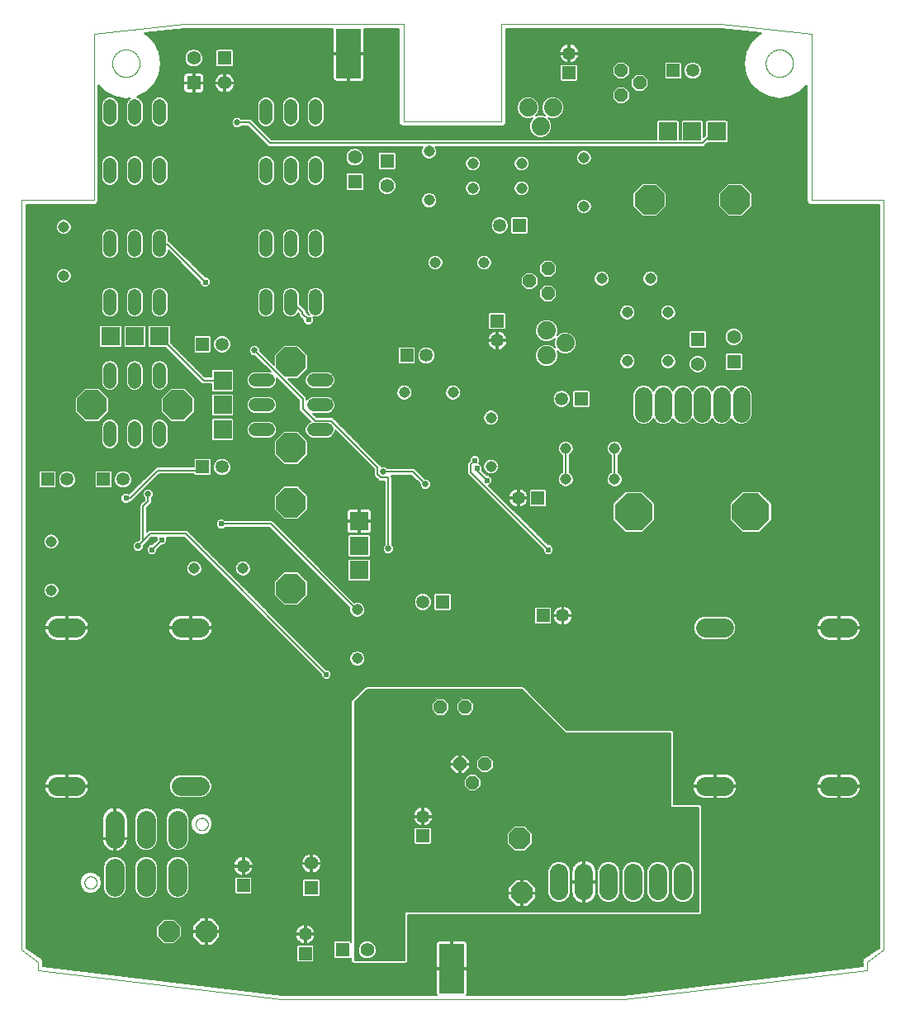
<source format=gbl>
G75*
%MOIN*%
%OFA0B0*%
%FSLAX25Y25*%
%IPPOS*%
%LPD*%
%AMOC8*
5,1,8,0,0,1.08239X$1,22.5*
%
%ADD10C,0.00000*%
%ADD11C,0.04500*%
%ADD12R,0.05315X0.05315*%
%ADD13C,0.05315*%
%ADD14C,0.05543*%
%ADD15R,0.05543X0.05543*%
%ADD16C,0.05200*%
%ADD17C,0.07677*%
%ADD18OC8,0.05200*%
%ADD19OC8,0.08500*%
%ADD20C,0.07400*%
%ADD21R,0.07400X0.07400*%
%ADD22OC8,0.11811*%
%ADD23C,0.07087*%
%ADD24OC8,0.15000*%
%ADD25C,0.07400*%
%ADD26R,0.10000X0.20000*%
%ADD27C,0.00800*%
%ADD28C,0.02381*%
%ADD29C,0.02578*%
%ADD30C,0.00600*%
D10*
X0035280Y0038800D02*
X0041933Y0034115D01*
X0041933Y0030611D01*
X0140358Y0018800D01*
X0278154Y0018800D01*
X0376579Y0030611D01*
X0376579Y0034115D01*
X0383272Y0038800D01*
X0383272Y0341635D01*
X0354138Y0341635D01*
X0354138Y0408564D01*
X0317524Y0412501D01*
X0228941Y0412501D01*
X0228941Y0373131D01*
X0189571Y0373131D01*
X0189571Y0412501D01*
X0100988Y0412501D01*
X0064374Y0408564D01*
X0064374Y0341635D01*
X0035240Y0341635D01*
X0035280Y0038800D01*
X0041933Y0030611D02*
X0140358Y0018800D01*
X0278154Y0018800D01*
X0376579Y0030611D01*
X0105535Y0089666D02*
X0105537Y0089765D01*
X0105543Y0089864D01*
X0105553Y0089963D01*
X0105567Y0090061D01*
X0105585Y0090158D01*
X0105607Y0090255D01*
X0105632Y0090351D01*
X0105662Y0090445D01*
X0105695Y0090539D01*
X0105732Y0090631D01*
X0105773Y0090721D01*
X0105817Y0090810D01*
X0105865Y0090896D01*
X0105916Y0090981D01*
X0105971Y0091064D01*
X0106029Y0091144D01*
X0106090Y0091222D01*
X0106154Y0091298D01*
X0106221Y0091371D01*
X0106291Y0091441D01*
X0106364Y0091508D01*
X0106440Y0091572D01*
X0106518Y0091633D01*
X0106598Y0091691D01*
X0106681Y0091746D01*
X0106765Y0091797D01*
X0106852Y0091845D01*
X0106941Y0091889D01*
X0107031Y0091930D01*
X0107123Y0091967D01*
X0107217Y0092000D01*
X0107311Y0092030D01*
X0107407Y0092055D01*
X0107504Y0092077D01*
X0107601Y0092095D01*
X0107699Y0092109D01*
X0107798Y0092119D01*
X0107897Y0092125D01*
X0107996Y0092127D01*
X0108095Y0092125D01*
X0108194Y0092119D01*
X0108293Y0092109D01*
X0108391Y0092095D01*
X0108488Y0092077D01*
X0108585Y0092055D01*
X0108681Y0092030D01*
X0108775Y0092000D01*
X0108869Y0091967D01*
X0108961Y0091930D01*
X0109051Y0091889D01*
X0109140Y0091845D01*
X0109226Y0091797D01*
X0109311Y0091746D01*
X0109394Y0091691D01*
X0109474Y0091633D01*
X0109552Y0091572D01*
X0109628Y0091508D01*
X0109701Y0091441D01*
X0109771Y0091371D01*
X0109838Y0091298D01*
X0109902Y0091222D01*
X0109963Y0091144D01*
X0110021Y0091064D01*
X0110076Y0090981D01*
X0110127Y0090897D01*
X0110175Y0090810D01*
X0110219Y0090721D01*
X0110260Y0090631D01*
X0110297Y0090539D01*
X0110330Y0090445D01*
X0110360Y0090351D01*
X0110385Y0090255D01*
X0110407Y0090158D01*
X0110425Y0090061D01*
X0110439Y0089963D01*
X0110449Y0089864D01*
X0110455Y0089765D01*
X0110457Y0089666D01*
X0110455Y0089567D01*
X0110449Y0089468D01*
X0110439Y0089369D01*
X0110425Y0089271D01*
X0110407Y0089174D01*
X0110385Y0089077D01*
X0110360Y0088981D01*
X0110330Y0088887D01*
X0110297Y0088793D01*
X0110260Y0088701D01*
X0110219Y0088611D01*
X0110175Y0088522D01*
X0110127Y0088436D01*
X0110076Y0088351D01*
X0110021Y0088268D01*
X0109963Y0088188D01*
X0109902Y0088110D01*
X0109838Y0088034D01*
X0109771Y0087961D01*
X0109701Y0087891D01*
X0109628Y0087824D01*
X0109552Y0087760D01*
X0109474Y0087699D01*
X0109394Y0087641D01*
X0109311Y0087586D01*
X0109227Y0087535D01*
X0109140Y0087487D01*
X0109051Y0087443D01*
X0108961Y0087402D01*
X0108869Y0087365D01*
X0108775Y0087332D01*
X0108681Y0087302D01*
X0108585Y0087277D01*
X0108488Y0087255D01*
X0108391Y0087237D01*
X0108293Y0087223D01*
X0108194Y0087213D01*
X0108095Y0087207D01*
X0107996Y0087205D01*
X0107897Y0087207D01*
X0107798Y0087213D01*
X0107699Y0087223D01*
X0107601Y0087237D01*
X0107504Y0087255D01*
X0107407Y0087277D01*
X0107311Y0087302D01*
X0107217Y0087332D01*
X0107123Y0087365D01*
X0107031Y0087402D01*
X0106941Y0087443D01*
X0106852Y0087487D01*
X0106766Y0087535D01*
X0106681Y0087586D01*
X0106598Y0087641D01*
X0106518Y0087699D01*
X0106440Y0087760D01*
X0106364Y0087824D01*
X0106291Y0087891D01*
X0106221Y0087961D01*
X0106154Y0088034D01*
X0106090Y0088110D01*
X0106029Y0088188D01*
X0105971Y0088268D01*
X0105916Y0088351D01*
X0105865Y0088435D01*
X0105817Y0088522D01*
X0105773Y0088611D01*
X0105732Y0088701D01*
X0105695Y0088793D01*
X0105662Y0088887D01*
X0105632Y0088981D01*
X0105607Y0089077D01*
X0105585Y0089174D01*
X0105567Y0089271D01*
X0105553Y0089369D01*
X0105543Y0089468D01*
X0105537Y0089567D01*
X0105535Y0089666D01*
X0060653Y0066044D02*
X0060655Y0066143D01*
X0060661Y0066242D01*
X0060671Y0066341D01*
X0060685Y0066439D01*
X0060703Y0066536D01*
X0060725Y0066633D01*
X0060750Y0066729D01*
X0060780Y0066823D01*
X0060813Y0066917D01*
X0060850Y0067009D01*
X0060891Y0067099D01*
X0060935Y0067188D01*
X0060983Y0067274D01*
X0061034Y0067359D01*
X0061089Y0067442D01*
X0061147Y0067522D01*
X0061208Y0067600D01*
X0061272Y0067676D01*
X0061339Y0067749D01*
X0061409Y0067819D01*
X0061482Y0067886D01*
X0061558Y0067950D01*
X0061636Y0068011D01*
X0061716Y0068069D01*
X0061799Y0068124D01*
X0061883Y0068175D01*
X0061970Y0068223D01*
X0062059Y0068267D01*
X0062149Y0068308D01*
X0062241Y0068345D01*
X0062335Y0068378D01*
X0062429Y0068408D01*
X0062525Y0068433D01*
X0062622Y0068455D01*
X0062719Y0068473D01*
X0062817Y0068487D01*
X0062916Y0068497D01*
X0063015Y0068503D01*
X0063114Y0068505D01*
X0063213Y0068503D01*
X0063312Y0068497D01*
X0063411Y0068487D01*
X0063509Y0068473D01*
X0063606Y0068455D01*
X0063703Y0068433D01*
X0063799Y0068408D01*
X0063893Y0068378D01*
X0063987Y0068345D01*
X0064079Y0068308D01*
X0064169Y0068267D01*
X0064258Y0068223D01*
X0064344Y0068175D01*
X0064429Y0068124D01*
X0064512Y0068069D01*
X0064592Y0068011D01*
X0064670Y0067950D01*
X0064746Y0067886D01*
X0064819Y0067819D01*
X0064889Y0067749D01*
X0064956Y0067676D01*
X0065020Y0067600D01*
X0065081Y0067522D01*
X0065139Y0067442D01*
X0065194Y0067359D01*
X0065245Y0067275D01*
X0065293Y0067188D01*
X0065337Y0067099D01*
X0065378Y0067009D01*
X0065415Y0066917D01*
X0065448Y0066823D01*
X0065478Y0066729D01*
X0065503Y0066633D01*
X0065525Y0066536D01*
X0065543Y0066439D01*
X0065557Y0066341D01*
X0065567Y0066242D01*
X0065573Y0066143D01*
X0065575Y0066044D01*
X0065573Y0065945D01*
X0065567Y0065846D01*
X0065557Y0065747D01*
X0065543Y0065649D01*
X0065525Y0065552D01*
X0065503Y0065455D01*
X0065478Y0065359D01*
X0065448Y0065265D01*
X0065415Y0065171D01*
X0065378Y0065079D01*
X0065337Y0064989D01*
X0065293Y0064900D01*
X0065245Y0064814D01*
X0065194Y0064729D01*
X0065139Y0064646D01*
X0065081Y0064566D01*
X0065020Y0064488D01*
X0064956Y0064412D01*
X0064889Y0064339D01*
X0064819Y0064269D01*
X0064746Y0064202D01*
X0064670Y0064138D01*
X0064592Y0064077D01*
X0064512Y0064019D01*
X0064429Y0063964D01*
X0064345Y0063913D01*
X0064258Y0063865D01*
X0064169Y0063821D01*
X0064079Y0063780D01*
X0063987Y0063743D01*
X0063893Y0063710D01*
X0063799Y0063680D01*
X0063703Y0063655D01*
X0063606Y0063633D01*
X0063509Y0063615D01*
X0063411Y0063601D01*
X0063312Y0063591D01*
X0063213Y0063585D01*
X0063114Y0063583D01*
X0063015Y0063585D01*
X0062916Y0063591D01*
X0062817Y0063601D01*
X0062719Y0063615D01*
X0062622Y0063633D01*
X0062525Y0063655D01*
X0062429Y0063680D01*
X0062335Y0063710D01*
X0062241Y0063743D01*
X0062149Y0063780D01*
X0062059Y0063821D01*
X0061970Y0063865D01*
X0061884Y0063913D01*
X0061799Y0063964D01*
X0061716Y0064019D01*
X0061636Y0064077D01*
X0061558Y0064138D01*
X0061482Y0064202D01*
X0061409Y0064269D01*
X0061339Y0064339D01*
X0061272Y0064412D01*
X0061208Y0064488D01*
X0061147Y0064566D01*
X0061089Y0064646D01*
X0061034Y0064729D01*
X0060983Y0064813D01*
X0060935Y0064900D01*
X0060891Y0064989D01*
X0060850Y0065079D01*
X0060813Y0065171D01*
X0060780Y0065265D01*
X0060750Y0065359D01*
X0060725Y0065455D01*
X0060703Y0065552D01*
X0060685Y0065649D01*
X0060671Y0065747D01*
X0060661Y0065846D01*
X0060655Y0065945D01*
X0060653Y0066044D01*
X0071854Y0396753D02*
X0071856Y0396901D01*
X0071862Y0397049D01*
X0071872Y0397197D01*
X0071886Y0397344D01*
X0071904Y0397491D01*
X0071925Y0397637D01*
X0071951Y0397783D01*
X0071981Y0397928D01*
X0072014Y0398072D01*
X0072052Y0398215D01*
X0072093Y0398357D01*
X0072138Y0398498D01*
X0072186Y0398638D01*
X0072239Y0398777D01*
X0072295Y0398914D01*
X0072355Y0399049D01*
X0072418Y0399183D01*
X0072485Y0399315D01*
X0072556Y0399445D01*
X0072630Y0399573D01*
X0072707Y0399699D01*
X0072788Y0399823D01*
X0072872Y0399945D01*
X0072959Y0400064D01*
X0073050Y0400181D01*
X0073144Y0400296D01*
X0073240Y0400408D01*
X0073340Y0400518D01*
X0073442Y0400624D01*
X0073548Y0400728D01*
X0073656Y0400829D01*
X0073767Y0400927D01*
X0073880Y0401023D01*
X0073996Y0401115D01*
X0074114Y0401204D01*
X0074235Y0401289D01*
X0074358Y0401372D01*
X0074483Y0401451D01*
X0074610Y0401527D01*
X0074739Y0401599D01*
X0074870Y0401668D01*
X0075003Y0401733D01*
X0075138Y0401794D01*
X0075274Y0401852D01*
X0075411Y0401907D01*
X0075550Y0401957D01*
X0075691Y0402004D01*
X0075832Y0402047D01*
X0075975Y0402087D01*
X0076119Y0402122D01*
X0076263Y0402154D01*
X0076409Y0402181D01*
X0076555Y0402205D01*
X0076702Y0402225D01*
X0076849Y0402241D01*
X0076996Y0402253D01*
X0077144Y0402261D01*
X0077292Y0402265D01*
X0077440Y0402265D01*
X0077588Y0402261D01*
X0077736Y0402253D01*
X0077883Y0402241D01*
X0078030Y0402225D01*
X0078177Y0402205D01*
X0078323Y0402181D01*
X0078469Y0402154D01*
X0078613Y0402122D01*
X0078757Y0402087D01*
X0078900Y0402047D01*
X0079041Y0402004D01*
X0079182Y0401957D01*
X0079321Y0401907D01*
X0079458Y0401852D01*
X0079594Y0401794D01*
X0079729Y0401733D01*
X0079862Y0401668D01*
X0079993Y0401599D01*
X0080122Y0401527D01*
X0080249Y0401451D01*
X0080374Y0401372D01*
X0080497Y0401289D01*
X0080618Y0401204D01*
X0080736Y0401115D01*
X0080852Y0401023D01*
X0080965Y0400927D01*
X0081076Y0400829D01*
X0081184Y0400728D01*
X0081290Y0400624D01*
X0081392Y0400518D01*
X0081492Y0400408D01*
X0081588Y0400296D01*
X0081682Y0400181D01*
X0081773Y0400064D01*
X0081860Y0399945D01*
X0081944Y0399823D01*
X0082025Y0399699D01*
X0082102Y0399573D01*
X0082176Y0399445D01*
X0082247Y0399315D01*
X0082314Y0399183D01*
X0082377Y0399049D01*
X0082437Y0398914D01*
X0082493Y0398777D01*
X0082546Y0398638D01*
X0082594Y0398498D01*
X0082639Y0398357D01*
X0082680Y0398215D01*
X0082718Y0398072D01*
X0082751Y0397928D01*
X0082781Y0397783D01*
X0082807Y0397637D01*
X0082828Y0397491D01*
X0082846Y0397344D01*
X0082860Y0397197D01*
X0082870Y0397049D01*
X0082876Y0396901D01*
X0082878Y0396753D01*
X0082876Y0396605D01*
X0082870Y0396457D01*
X0082860Y0396309D01*
X0082846Y0396162D01*
X0082828Y0396015D01*
X0082807Y0395869D01*
X0082781Y0395723D01*
X0082751Y0395578D01*
X0082718Y0395434D01*
X0082680Y0395291D01*
X0082639Y0395149D01*
X0082594Y0395008D01*
X0082546Y0394868D01*
X0082493Y0394729D01*
X0082437Y0394592D01*
X0082377Y0394457D01*
X0082314Y0394323D01*
X0082247Y0394191D01*
X0082176Y0394061D01*
X0082102Y0393933D01*
X0082025Y0393807D01*
X0081944Y0393683D01*
X0081860Y0393561D01*
X0081773Y0393442D01*
X0081682Y0393325D01*
X0081588Y0393210D01*
X0081492Y0393098D01*
X0081392Y0392988D01*
X0081290Y0392882D01*
X0081184Y0392778D01*
X0081076Y0392677D01*
X0080965Y0392579D01*
X0080852Y0392483D01*
X0080736Y0392391D01*
X0080618Y0392302D01*
X0080497Y0392217D01*
X0080374Y0392134D01*
X0080249Y0392055D01*
X0080122Y0391979D01*
X0079993Y0391907D01*
X0079862Y0391838D01*
X0079729Y0391773D01*
X0079594Y0391712D01*
X0079458Y0391654D01*
X0079321Y0391599D01*
X0079182Y0391549D01*
X0079041Y0391502D01*
X0078900Y0391459D01*
X0078757Y0391419D01*
X0078613Y0391384D01*
X0078469Y0391352D01*
X0078323Y0391325D01*
X0078177Y0391301D01*
X0078030Y0391281D01*
X0077883Y0391265D01*
X0077736Y0391253D01*
X0077588Y0391245D01*
X0077440Y0391241D01*
X0077292Y0391241D01*
X0077144Y0391245D01*
X0076996Y0391253D01*
X0076849Y0391265D01*
X0076702Y0391281D01*
X0076555Y0391301D01*
X0076409Y0391325D01*
X0076263Y0391352D01*
X0076119Y0391384D01*
X0075975Y0391419D01*
X0075832Y0391459D01*
X0075691Y0391502D01*
X0075550Y0391549D01*
X0075411Y0391599D01*
X0075274Y0391654D01*
X0075138Y0391712D01*
X0075003Y0391773D01*
X0074870Y0391838D01*
X0074739Y0391907D01*
X0074610Y0391979D01*
X0074483Y0392055D01*
X0074358Y0392134D01*
X0074235Y0392217D01*
X0074114Y0392302D01*
X0073996Y0392391D01*
X0073880Y0392483D01*
X0073767Y0392579D01*
X0073656Y0392677D01*
X0073548Y0392778D01*
X0073442Y0392882D01*
X0073340Y0392988D01*
X0073240Y0393098D01*
X0073144Y0393210D01*
X0073050Y0393325D01*
X0072959Y0393442D01*
X0072872Y0393561D01*
X0072788Y0393683D01*
X0072707Y0393807D01*
X0072630Y0393933D01*
X0072556Y0394061D01*
X0072485Y0394191D01*
X0072418Y0394323D01*
X0072355Y0394457D01*
X0072295Y0394592D01*
X0072239Y0394729D01*
X0072186Y0394868D01*
X0072138Y0395008D01*
X0072093Y0395149D01*
X0072052Y0395291D01*
X0072014Y0395434D01*
X0071981Y0395578D01*
X0071951Y0395723D01*
X0071925Y0395869D01*
X0071904Y0396015D01*
X0071886Y0396162D01*
X0071872Y0396309D01*
X0071862Y0396457D01*
X0071856Y0396605D01*
X0071854Y0396753D01*
X0335634Y0396753D02*
X0335636Y0396901D01*
X0335642Y0397049D01*
X0335652Y0397197D01*
X0335666Y0397344D01*
X0335684Y0397491D01*
X0335705Y0397637D01*
X0335731Y0397783D01*
X0335761Y0397928D01*
X0335794Y0398072D01*
X0335832Y0398215D01*
X0335873Y0398357D01*
X0335918Y0398498D01*
X0335966Y0398638D01*
X0336019Y0398777D01*
X0336075Y0398914D01*
X0336135Y0399049D01*
X0336198Y0399183D01*
X0336265Y0399315D01*
X0336336Y0399445D01*
X0336410Y0399573D01*
X0336487Y0399699D01*
X0336568Y0399823D01*
X0336652Y0399945D01*
X0336739Y0400064D01*
X0336830Y0400181D01*
X0336924Y0400296D01*
X0337020Y0400408D01*
X0337120Y0400518D01*
X0337222Y0400624D01*
X0337328Y0400728D01*
X0337436Y0400829D01*
X0337547Y0400927D01*
X0337660Y0401023D01*
X0337776Y0401115D01*
X0337894Y0401204D01*
X0338015Y0401289D01*
X0338138Y0401372D01*
X0338263Y0401451D01*
X0338390Y0401527D01*
X0338519Y0401599D01*
X0338650Y0401668D01*
X0338783Y0401733D01*
X0338918Y0401794D01*
X0339054Y0401852D01*
X0339191Y0401907D01*
X0339330Y0401957D01*
X0339471Y0402004D01*
X0339612Y0402047D01*
X0339755Y0402087D01*
X0339899Y0402122D01*
X0340043Y0402154D01*
X0340189Y0402181D01*
X0340335Y0402205D01*
X0340482Y0402225D01*
X0340629Y0402241D01*
X0340776Y0402253D01*
X0340924Y0402261D01*
X0341072Y0402265D01*
X0341220Y0402265D01*
X0341368Y0402261D01*
X0341516Y0402253D01*
X0341663Y0402241D01*
X0341810Y0402225D01*
X0341957Y0402205D01*
X0342103Y0402181D01*
X0342249Y0402154D01*
X0342393Y0402122D01*
X0342537Y0402087D01*
X0342680Y0402047D01*
X0342821Y0402004D01*
X0342962Y0401957D01*
X0343101Y0401907D01*
X0343238Y0401852D01*
X0343374Y0401794D01*
X0343509Y0401733D01*
X0343642Y0401668D01*
X0343773Y0401599D01*
X0343902Y0401527D01*
X0344029Y0401451D01*
X0344154Y0401372D01*
X0344277Y0401289D01*
X0344398Y0401204D01*
X0344516Y0401115D01*
X0344632Y0401023D01*
X0344745Y0400927D01*
X0344856Y0400829D01*
X0344964Y0400728D01*
X0345070Y0400624D01*
X0345172Y0400518D01*
X0345272Y0400408D01*
X0345368Y0400296D01*
X0345462Y0400181D01*
X0345553Y0400064D01*
X0345640Y0399945D01*
X0345724Y0399823D01*
X0345805Y0399699D01*
X0345882Y0399573D01*
X0345956Y0399445D01*
X0346027Y0399315D01*
X0346094Y0399183D01*
X0346157Y0399049D01*
X0346217Y0398914D01*
X0346273Y0398777D01*
X0346326Y0398638D01*
X0346374Y0398498D01*
X0346419Y0398357D01*
X0346460Y0398215D01*
X0346498Y0398072D01*
X0346531Y0397928D01*
X0346561Y0397783D01*
X0346587Y0397637D01*
X0346608Y0397491D01*
X0346626Y0397344D01*
X0346640Y0397197D01*
X0346650Y0397049D01*
X0346656Y0396901D01*
X0346658Y0396753D01*
X0346656Y0396605D01*
X0346650Y0396457D01*
X0346640Y0396309D01*
X0346626Y0396162D01*
X0346608Y0396015D01*
X0346587Y0395869D01*
X0346561Y0395723D01*
X0346531Y0395578D01*
X0346498Y0395434D01*
X0346460Y0395291D01*
X0346419Y0395149D01*
X0346374Y0395008D01*
X0346326Y0394868D01*
X0346273Y0394729D01*
X0346217Y0394592D01*
X0346157Y0394457D01*
X0346094Y0394323D01*
X0346027Y0394191D01*
X0345956Y0394061D01*
X0345882Y0393933D01*
X0345805Y0393807D01*
X0345724Y0393683D01*
X0345640Y0393561D01*
X0345553Y0393442D01*
X0345462Y0393325D01*
X0345368Y0393210D01*
X0345272Y0393098D01*
X0345172Y0392988D01*
X0345070Y0392882D01*
X0344964Y0392778D01*
X0344856Y0392677D01*
X0344745Y0392579D01*
X0344632Y0392483D01*
X0344516Y0392391D01*
X0344398Y0392302D01*
X0344277Y0392217D01*
X0344154Y0392134D01*
X0344029Y0392055D01*
X0343902Y0391979D01*
X0343773Y0391907D01*
X0343642Y0391838D01*
X0343509Y0391773D01*
X0343374Y0391712D01*
X0343238Y0391654D01*
X0343101Y0391599D01*
X0342962Y0391549D01*
X0342821Y0391502D01*
X0342680Y0391459D01*
X0342537Y0391419D01*
X0342393Y0391384D01*
X0342249Y0391352D01*
X0342103Y0391325D01*
X0341957Y0391301D01*
X0341810Y0391281D01*
X0341663Y0391265D01*
X0341516Y0391253D01*
X0341368Y0391245D01*
X0341220Y0391241D01*
X0341072Y0391241D01*
X0340924Y0391245D01*
X0340776Y0391253D01*
X0340629Y0391265D01*
X0340482Y0391281D01*
X0340335Y0391301D01*
X0340189Y0391325D01*
X0340043Y0391352D01*
X0339899Y0391384D01*
X0339755Y0391419D01*
X0339612Y0391459D01*
X0339471Y0391502D01*
X0339330Y0391549D01*
X0339191Y0391599D01*
X0339054Y0391654D01*
X0338918Y0391712D01*
X0338783Y0391773D01*
X0338650Y0391838D01*
X0338519Y0391907D01*
X0338390Y0391979D01*
X0338263Y0392055D01*
X0338138Y0392134D01*
X0338015Y0392217D01*
X0337894Y0392302D01*
X0337776Y0392391D01*
X0337660Y0392483D01*
X0337547Y0392579D01*
X0337436Y0392677D01*
X0337328Y0392778D01*
X0337222Y0392882D01*
X0337120Y0392988D01*
X0337020Y0393098D01*
X0336924Y0393210D01*
X0336830Y0393325D01*
X0336739Y0393442D01*
X0336652Y0393561D01*
X0336568Y0393683D01*
X0336487Y0393807D01*
X0336410Y0393933D01*
X0336336Y0394061D01*
X0336265Y0394191D01*
X0336198Y0394323D01*
X0336135Y0394457D01*
X0336075Y0394592D01*
X0336019Y0394729D01*
X0335966Y0394868D01*
X0335918Y0395008D01*
X0335873Y0395149D01*
X0335832Y0395291D01*
X0335794Y0395434D01*
X0335761Y0395578D01*
X0335731Y0395723D01*
X0335705Y0395869D01*
X0335684Y0396015D01*
X0335666Y0396162D01*
X0335652Y0396309D01*
X0335642Y0396457D01*
X0335636Y0396605D01*
X0335634Y0396753D01*
D11*
X0262248Y0358643D03*
X0262248Y0338957D03*
X0237091Y0346300D03*
X0237091Y0356300D03*
X0217406Y0356300D03*
X0217406Y0346300D03*
X0199748Y0341457D03*
X0199748Y0361143D03*
X0202248Y0316300D03*
X0221933Y0316300D03*
X0269406Y0309800D03*
X0279748Y0296143D03*
X0296248Y0296143D03*
X0289091Y0309800D03*
X0296248Y0276457D03*
X0279748Y0276457D03*
X0274591Y0241300D03*
X0274591Y0228800D03*
X0254906Y0228800D03*
X0254906Y0241300D03*
X0224748Y0233957D03*
X0224748Y0253643D03*
X0209433Y0263800D03*
X0189748Y0263800D03*
X0124591Y0192800D03*
X0104906Y0192800D03*
X0047248Y0183957D03*
X0047248Y0203643D03*
X0052248Y0310957D03*
X0052248Y0330643D03*
X0170748Y0176143D03*
X0170748Y0156457D03*
D12*
X0205185Y0179300D03*
X0245811Y0173800D03*
X0243685Y0221300D03*
X0261185Y0261300D03*
X0227248Y0292737D03*
X0190811Y0278800D03*
X0236185Y0331300D03*
X0256248Y0392863D03*
X0298311Y0393800D03*
X0108311Y0283300D03*
X0108311Y0233800D03*
X0068311Y0228800D03*
X0045811Y0228800D03*
X0197248Y0084863D03*
X0149748Y0037363D03*
X0124748Y0064863D03*
D13*
X0124748Y0072737D03*
X0149748Y0045237D03*
X0197248Y0092737D03*
X0253685Y0173800D03*
X0235811Y0221300D03*
X0253311Y0261300D03*
X0227248Y0284863D03*
X0198685Y0278800D03*
X0228311Y0331300D03*
X0256248Y0400737D03*
X0306185Y0393800D03*
X0116185Y0283300D03*
X0116185Y0233800D03*
X0076185Y0228800D03*
X0053685Y0228800D03*
X0197311Y0179300D03*
D14*
X0152248Y0073800D03*
X0174748Y0038800D03*
X0308248Y0275300D03*
X0322748Y0286300D03*
X0182748Y0347300D03*
X0169748Y0358800D03*
X0117248Y0388800D03*
X0104748Y0398800D03*
D15*
X0104748Y0388800D03*
X0117248Y0398800D03*
X0169748Y0348800D03*
X0182748Y0357300D03*
X0308248Y0285300D03*
X0322748Y0276300D03*
X0152248Y0063800D03*
X0164748Y0038800D03*
D16*
X0090988Y0244489D02*
X0090988Y0249689D01*
X0080988Y0249689D02*
X0080988Y0244489D01*
X0070988Y0244489D02*
X0070988Y0249689D01*
X0070988Y0268111D02*
X0070988Y0273311D01*
X0080988Y0273311D02*
X0080988Y0268111D01*
X0090988Y0268111D02*
X0090988Y0273311D01*
X0090988Y0297696D02*
X0090988Y0302896D01*
X0080988Y0302896D02*
X0080988Y0297696D01*
X0070988Y0297696D02*
X0070988Y0302896D01*
X0070988Y0321318D02*
X0070988Y0326518D01*
X0080988Y0326518D02*
X0080988Y0321318D01*
X0090988Y0321318D02*
X0090988Y0326518D01*
X0090988Y0350846D02*
X0090988Y0356046D01*
X0080988Y0356046D02*
X0080988Y0350846D01*
X0070988Y0350846D02*
X0070988Y0356046D01*
X0070988Y0374468D02*
X0070988Y0379668D01*
X0080988Y0379668D02*
X0080988Y0374468D01*
X0090988Y0374468D02*
X0090988Y0379668D01*
X0133980Y0379668D02*
X0133980Y0374468D01*
X0143980Y0374468D02*
X0143980Y0379668D01*
X0153980Y0379668D02*
X0153980Y0374468D01*
X0153980Y0356046D02*
X0153980Y0350846D01*
X0143980Y0350846D02*
X0143980Y0356046D01*
X0133980Y0356046D02*
X0133980Y0350846D01*
X0133980Y0326518D02*
X0133980Y0321318D01*
X0143980Y0321318D02*
X0143980Y0326518D01*
X0153980Y0326518D02*
X0153980Y0321318D01*
X0153980Y0302896D02*
X0153980Y0297696D01*
X0143980Y0297696D02*
X0143980Y0302896D01*
X0133980Y0302896D02*
X0133980Y0297696D01*
X0134769Y0268800D02*
X0129569Y0268800D01*
X0129569Y0258800D02*
X0134769Y0258800D01*
X0134769Y0248800D02*
X0129569Y0248800D01*
X0153191Y0248800D02*
X0158391Y0248800D01*
X0158391Y0258800D02*
X0153191Y0258800D01*
X0153191Y0268800D02*
X0158391Y0268800D01*
D17*
X0107307Y0168859D02*
X0099630Y0168859D01*
X0057307Y0168859D02*
X0049630Y0168859D01*
X0049630Y0104961D02*
X0057307Y0104961D01*
X0072957Y0091438D02*
X0072957Y0083761D01*
X0072957Y0071950D02*
X0072957Y0064272D01*
X0085555Y0064272D02*
X0085555Y0071950D01*
X0085555Y0083761D02*
X0085555Y0091438D01*
X0098154Y0091438D02*
X0098154Y0083761D01*
X0098154Y0071950D02*
X0098154Y0064272D01*
X0099630Y0104961D02*
X0107307Y0104961D01*
X0311244Y0104961D02*
X0318921Y0104961D01*
X0361244Y0104961D02*
X0368921Y0104961D01*
X0368921Y0168859D02*
X0361244Y0168859D01*
X0318921Y0168859D02*
X0311244Y0168859D01*
D18*
X0222248Y0113800D03*
X0217248Y0106300D03*
X0212248Y0113800D03*
X0214256Y0136910D03*
X0204256Y0136910D03*
X0247748Y0303800D03*
X0240248Y0308800D03*
X0247748Y0313800D03*
X0277248Y0383800D03*
X0284748Y0388800D03*
X0277248Y0393800D03*
D19*
X0236248Y0083800D03*
X0237248Y0061800D03*
X0109748Y0046300D03*
X0094748Y0046300D03*
D20*
X0247248Y0278800D03*
X0254748Y0283800D03*
X0247248Y0288800D03*
X0244748Y0371300D03*
X0239748Y0378800D03*
X0249748Y0378800D03*
D21*
X0296185Y0369194D03*
X0306028Y0369194D03*
X0315870Y0369194D03*
X0171539Y0211871D03*
X0171539Y0202028D03*
X0171539Y0192186D03*
X0116421Y0248957D03*
X0116421Y0258800D03*
X0116421Y0268643D03*
X0090831Y0286459D03*
X0080988Y0286459D03*
X0071146Y0286459D03*
D22*
X0063665Y0258900D03*
X0098311Y0258900D03*
X0143980Y0276123D03*
X0143980Y0241477D03*
X0143980Y0219351D03*
X0143980Y0184706D03*
X0288705Y0341635D03*
X0323350Y0341635D03*
D23*
X0325713Y0262501D02*
X0325713Y0255414D01*
X0317839Y0255414D02*
X0317839Y0262501D01*
X0309965Y0262501D02*
X0309965Y0255414D01*
X0302091Y0255414D02*
X0302091Y0262501D01*
X0294217Y0262501D02*
X0294217Y0255414D01*
X0286343Y0255414D02*
X0286343Y0262501D01*
D24*
X0282406Y0215650D03*
X0329650Y0215650D03*
D25*
X0302248Y0070000D02*
X0302248Y0062600D01*
X0292248Y0062600D02*
X0292248Y0070000D01*
X0282248Y0070000D02*
X0282248Y0062600D01*
X0272248Y0062600D02*
X0272248Y0070000D01*
X0262248Y0070000D02*
X0262248Y0062600D01*
X0252248Y0062600D02*
X0252248Y0070000D01*
D26*
X0208862Y0031300D03*
X0167248Y0400690D03*
D27*
X0135554Y0364494D02*
X0127248Y0372800D01*
X0122248Y0372800D01*
X0135554Y0364494D02*
X0310142Y0364494D01*
X0314842Y0369194D01*
X0315870Y0369194D01*
X0274591Y0241300D02*
X0274591Y0228800D01*
X0254906Y0228800D02*
X0254906Y0241300D01*
X0223048Y0228400D02*
X0219048Y0232400D01*
X0219048Y0233200D01*
X0216648Y0231600D02*
X0216648Y0234800D01*
X0218248Y0236400D01*
X0216648Y0231600D02*
X0247848Y0200400D01*
X0198248Y0226800D02*
X0193248Y0231800D01*
X0181248Y0231800D01*
X0178959Y0230852D02*
X0180300Y0229511D01*
X0183039Y0229511D01*
X0183248Y0229302D01*
X0183248Y0200800D01*
X0170248Y0177200D02*
X0171048Y0176400D01*
X0170748Y0176143D01*
X0170248Y0177200D02*
X0169448Y0177200D01*
X0135848Y0210800D01*
X0115848Y0210800D01*
X0101448Y0206800D02*
X0158248Y0150000D01*
X0101448Y0206800D02*
X0087048Y0206800D01*
X0083848Y0203600D01*
X0083948Y0203500D01*
X0082248Y0201800D01*
X0083948Y0203500D02*
X0084248Y0203800D01*
X0084248Y0217800D01*
X0086248Y0219800D01*
X0086248Y0222800D01*
X0079048Y0221200D02*
X0090248Y0232400D01*
X0107048Y0232400D01*
X0107848Y0233200D01*
X0108311Y0233800D01*
X0079048Y0221200D02*
X0077448Y0221200D01*
X0091848Y0204400D02*
X0087848Y0200400D01*
X0148859Y0257309D02*
X0148859Y0261189D01*
X0129248Y0280800D01*
X0116421Y0268643D02*
X0108707Y0268643D01*
X0090831Y0286459D01*
X0109448Y0308400D02*
X0094248Y0323600D01*
X0091048Y0323600D01*
X0090988Y0323918D01*
X0143980Y0300296D02*
X0144648Y0300400D01*
X0148648Y0296400D01*
X0148648Y0295600D01*
X0151048Y0293200D01*
X0148859Y0257309D02*
X0153768Y0252400D01*
X0160150Y0252400D01*
X0178959Y0233591D01*
X0178959Y0230852D01*
D28*
X0218248Y0236400D03*
X0219048Y0233200D03*
X0223048Y0228400D03*
X0247848Y0200400D03*
X0158248Y0150000D03*
X0115848Y0210800D03*
X0091848Y0204400D03*
X0087848Y0200400D03*
X0077448Y0221200D03*
X0151048Y0293200D03*
X0109448Y0308400D03*
D29*
X0129248Y0280800D03*
X0181248Y0231800D03*
X0198248Y0226800D03*
X0183248Y0200800D03*
X0086248Y0222800D03*
X0082248Y0201800D03*
X0179248Y0093800D03*
X0122248Y0372800D03*
D30*
X0120668Y0374316D02*
X0094488Y0374316D01*
X0094488Y0373772D02*
X0093955Y0372485D01*
X0092971Y0371501D01*
X0091684Y0370968D01*
X0090292Y0370968D01*
X0089006Y0371501D01*
X0088021Y0372485D01*
X0087488Y0373772D01*
X0087488Y0380364D01*
X0088021Y0381650D01*
X0089006Y0382635D01*
X0090292Y0383168D01*
X0091684Y0383168D01*
X0092971Y0382635D01*
X0093955Y0381650D01*
X0094488Y0380364D01*
X0094488Y0373772D01*
X0094466Y0373717D02*
X0120070Y0373717D01*
X0120059Y0373707D02*
X0120059Y0371893D01*
X0121341Y0370611D01*
X0123155Y0370611D01*
X0123844Y0371300D01*
X0126627Y0371300D01*
X0134933Y0362994D01*
X0197144Y0362994D01*
X0197078Y0362927D01*
X0196598Y0361769D01*
X0196598Y0360516D01*
X0197078Y0359358D01*
X0197964Y0358472D01*
X0199121Y0357993D01*
X0200375Y0357993D01*
X0201532Y0358472D01*
X0202418Y0359358D01*
X0202898Y0360516D01*
X0202898Y0361769D01*
X0202418Y0362927D01*
X0202352Y0362994D01*
X0310763Y0362994D01*
X0311642Y0363872D01*
X0312363Y0364594D01*
X0319943Y0364594D01*
X0320470Y0365121D01*
X0320470Y0373266D01*
X0319943Y0373794D01*
X0311797Y0373794D01*
X0311270Y0373266D01*
X0311270Y0367743D01*
X0310628Y0367101D01*
X0310628Y0373266D01*
X0310100Y0373794D01*
X0301955Y0373794D01*
X0301428Y0373266D01*
X0301428Y0365994D01*
X0300785Y0365994D01*
X0300785Y0373266D01*
X0300258Y0373794D01*
X0292112Y0373794D01*
X0291585Y0373266D01*
X0291585Y0365994D01*
X0136176Y0365994D01*
X0127869Y0374300D01*
X0123844Y0374300D01*
X0123155Y0374989D01*
X0121341Y0374989D01*
X0120059Y0373707D01*
X0120059Y0373119D02*
X0094218Y0373119D01*
X0093970Y0372520D02*
X0120059Y0372520D01*
X0120059Y0371922D02*
X0093392Y0371922D01*
X0092543Y0371323D02*
X0120629Y0371323D01*
X0121228Y0370725D02*
X0066249Y0370725D01*
X0066249Y0371323D02*
X0069434Y0371323D01*
X0069006Y0371501D02*
X0070292Y0370968D01*
X0071684Y0370968D01*
X0072971Y0371501D01*
X0073955Y0372485D01*
X0074488Y0373772D01*
X0074488Y0380364D01*
X0073955Y0381650D01*
X0072971Y0382635D01*
X0071684Y0383168D01*
X0070292Y0383168D01*
X0069006Y0382635D01*
X0068021Y0381650D01*
X0067488Y0380364D01*
X0067488Y0373772D01*
X0068021Y0372485D01*
X0069006Y0371501D01*
X0068584Y0371922D02*
X0066249Y0371922D01*
X0066249Y0372520D02*
X0068006Y0372520D01*
X0067759Y0373119D02*
X0066249Y0373119D01*
X0066249Y0373717D02*
X0067511Y0373717D01*
X0067488Y0374316D02*
X0066249Y0374316D01*
X0066249Y0374914D02*
X0067488Y0374914D01*
X0067488Y0375513D02*
X0066249Y0375513D01*
X0066249Y0376111D02*
X0067488Y0376111D01*
X0067488Y0376710D02*
X0066249Y0376710D01*
X0066249Y0377308D02*
X0067488Y0377308D01*
X0067488Y0377907D02*
X0066249Y0377907D01*
X0066249Y0378505D02*
X0067488Y0378505D01*
X0067488Y0379104D02*
X0066249Y0379104D01*
X0066249Y0379702D02*
X0067488Y0379702D01*
X0067488Y0380301D02*
X0066249Y0380301D01*
X0066249Y0380899D02*
X0067710Y0380899D01*
X0067958Y0381498D02*
X0066249Y0381498D01*
X0066249Y0382096D02*
X0068467Y0382096D01*
X0069150Y0382695D02*
X0066249Y0382695D01*
X0066249Y0383293D02*
X0072671Y0383293D01*
X0072947Y0383153D02*
X0072947Y0383153D01*
X0077366Y0382453D01*
X0077366Y0382453D01*
X0079309Y0382760D01*
X0079006Y0382635D01*
X0078021Y0381650D01*
X0077488Y0380364D01*
X0077488Y0373772D01*
X0078021Y0372485D01*
X0079006Y0371501D01*
X0080292Y0370968D01*
X0081684Y0370968D01*
X0082971Y0371501D01*
X0083955Y0372485D01*
X0084488Y0373772D01*
X0084488Y0380364D01*
X0083955Y0381650D01*
X0082971Y0382635D01*
X0081739Y0383145D01*
X0081785Y0383153D01*
X0085771Y0385184D01*
X0085771Y0385184D01*
X0088935Y0388347D01*
X0088935Y0388347D01*
X0090966Y0392334D01*
X0091666Y0396753D01*
X0090966Y0401172D01*
X0088935Y0405158D01*
X0085771Y0408322D01*
X0084706Y0408864D01*
X0101089Y0410626D01*
X0160948Y0410626D01*
X0160948Y0400990D01*
X0166948Y0400990D01*
X0166948Y0400390D01*
X0160948Y0400390D01*
X0160948Y0390519D01*
X0161037Y0390188D01*
X0161208Y0389892D01*
X0161450Y0389650D01*
X0161746Y0389478D01*
X0162077Y0389390D01*
X0166948Y0389390D01*
X0166948Y0400390D01*
X0167548Y0400390D01*
X0167548Y0400990D01*
X0173548Y0400990D01*
X0173548Y0410626D01*
X0187696Y0410626D01*
X0187696Y0372354D01*
X0188794Y0371256D01*
X0229718Y0371256D01*
X0230816Y0372354D01*
X0230816Y0410626D01*
X0317423Y0410626D01*
X0333806Y0408864D01*
X0332740Y0408322D01*
X0329577Y0405158D01*
X0327546Y0401172D01*
X0327546Y0401172D01*
X0326846Y0396753D01*
X0326846Y0396753D01*
X0327546Y0392334D01*
X0329577Y0388347D01*
X0332740Y0385184D01*
X0332740Y0385184D01*
X0336727Y0383153D01*
X0341146Y0382453D01*
X0345565Y0383153D01*
X0349551Y0385184D01*
X0352263Y0387896D01*
X0352263Y0340858D01*
X0353361Y0339760D01*
X0381397Y0339760D01*
X0381397Y0039776D01*
X0375988Y0035990D01*
X0375802Y0035990D01*
X0375369Y0035557D01*
X0374867Y0035206D01*
X0374835Y0035023D01*
X0374704Y0034892D01*
X0374704Y0034279D01*
X0374598Y0033676D01*
X0374704Y0033524D01*
X0374704Y0032274D01*
X0278041Y0020675D01*
X0215002Y0020675D01*
X0215074Y0020798D01*
X0215162Y0021129D01*
X0215162Y0031000D01*
X0209162Y0031000D01*
X0209162Y0031600D01*
X0208562Y0031600D01*
X0208562Y0031000D01*
X0202562Y0031000D01*
X0202562Y0021129D01*
X0202651Y0020798D01*
X0202722Y0020675D01*
X0140470Y0020675D01*
X0043808Y0032274D01*
X0043808Y0033521D01*
X0043913Y0033671D01*
X0043808Y0034276D01*
X0043808Y0034892D01*
X0043679Y0035021D01*
X0043647Y0035201D01*
X0043145Y0035555D01*
X0042710Y0035990D01*
X0042527Y0035990D01*
X0037154Y0039773D01*
X0037115Y0339760D01*
X0065151Y0339760D01*
X0066249Y0340858D01*
X0066249Y0387896D01*
X0068961Y0385184D01*
X0072947Y0383153D01*
X0072826Y0382695D02*
X0075837Y0382695D01*
X0074018Y0381498D02*
X0077958Y0381498D01*
X0077710Y0380899D02*
X0074266Y0380899D01*
X0074488Y0380301D02*
X0077488Y0380301D01*
X0077488Y0379702D02*
X0074488Y0379702D01*
X0074488Y0379104D02*
X0077488Y0379104D01*
X0077488Y0378505D02*
X0074488Y0378505D01*
X0074488Y0377907D02*
X0077488Y0377907D01*
X0077488Y0377308D02*
X0074488Y0377308D01*
X0074488Y0376710D02*
X0077488Y0376710D01*
X0077488Y0376111D02*
X0074488Y0376111D01*
X0074488Y0375513D02*
X0077488Y0375513D01*
X0077488Y0374914D02*
X0074488Y0374914D01*
X0074488Y0374316D02*
X0077488Y0374316D01*
X0077511Y0373717D02*
X0074466Y0373717D01*
X0074218Y0373119D02*
X0077759Y0373119D01*
X0078006Y0372520D02*
X0073970Y0372520D01*
X0073392Y0371922D02*
X0078584Y0371922D01*
X0079434Y0371323D02*
X0072543Y0371323D01*
X0066249Y0370126D02*
X0127801Y0370126D01*
X0128399Y0369528D02*
X0066249Y0369528D01*
X0066249Y0368929D02*
X0128998Y0368929D01*
X0129596Y0368331D02*
X0066249Y0368331D01*
X0066249Y0367732D02*
X0130195Y0367732D01*
X0130793Y0367134D02*
X0066249Y0367134D01*
X0066249Y0366535D02*
X0131392Y0366535D01*
X0131990Y0365937D02*
X0066249Y0365937D01*
X0066249Y0365338D02*
X0132589Y0365338D01*
X0133187Y0364740D02*
X0066249Y0364740D01*
X0066249Y0364141D02*
X0133786Y0364141D01*
X0134384Y0363543D02*
X0066249Y0363543D01*
X0066249Y0362944D02*
X0197095Y0362944D01*
X0196837Y0362345D02*
X0170783Y0362345D01*
X0170478Y0362472D02*
X0169018Y0362472D01*
X0167668Y0361913D01*
X0166635Y0360880D01*
X0166076Y0359530D01*
X0166076Y0358070D01*
X0166635Y0356720D01*
X0167668Y0355687D01*
X0169018Y0355128D01*
X0170478Y0355128D01*
X0171828Y0355687D01*
X0172861Y0356720D01*
X0173420Y0358070D01*
X0173420Y0359530D01*
X0172861Y0360880D01*
X0171828Y0361913D01*
X0170478Y0362472D01*
X0171994Y0361747D02*
X0196598Y0361747D01*
X0196598Y0361148D02*
X0172592Y0361148D01*
X0172997Y0360550D02*
X0179182Y0360550D01*
X0179076Y0360444D02*
X0179076Y0354156D01*
X0179604Y0353628D01*
X0185892Y0353628D01*
X0186420Y0354156D01*
X0186420Y0360444D01*
X0185892Y0360972D01*
X0179604Y0360972D01*
X0179076Y0360444D01*
X0179076Y0359951D02*
X0173245Y0359951D01*
X0173420Y0359353D02*
X0179076Y0359353D01*
X0179076Y0358754D02*
X0173420Y0358754D01*
X0173420Y0358156D02*
X0179076Y0358156D01*
X0179076Y0357557D02*
X0173207Y0357557D01*
X0172960Y0356959D02*
X0179076Y0356959D01*
X0179076Y0356360D02*
X0172501Y0356360D01*
X0171902Y0355762D02*
X0179076Y0355762D01*
X0179076Y0355163D02*
X0170563Y0355163D01*
X0168933Y0355163D02*
X0157480Y0355163D01*
X0157480Y0354565D02*
X0179076Y0354565D01*
X0179266Y0353966D02*
X0157480Y0353966D01*
X0157480Y0353368D02*
X0216253Y0353368D01*
X0216779Y0353150D02*
X0218032Y0353150D01*
X0219190Y0353630D01*
X0220076Y0354516D01*
X0220555Y0355673D01*
X0220555Y0356927D01*
X0220076Y0358084D01*
X0219190Y0358970D01*
X0218032Y0359450D01*
X0216779Y0359450D01*
X0215621Y0358970D01*
X0214735Y0358084D01*
X0214256Y0356927D01*
X0214256Y0355673D01*
X0214735Y0354516D01*
X0215621Y0353630D01*
X0216779Y0353150D01*
X0215284Y0353966D02*
X0186230Y0353966D01*
X0186420Y0354565D02*
X0214715Y0354565D01*
X0214467Y0355163D02*
X0186420Y0355163D01*
X0186420Y0355762D02*
X0214256Y0355762D01*
X0214256Y0356360D02*
X0186420Y0356360D01*
X0186420Y0356959D02*
X0214269Y0356959D01*
X0214517Y0357557D02*
X0186420Y0357557D01*
X0186420Y0358156D02*
X0198727Y0358156D01*
X0197681Y0358754D02*
X0186420Y0358754D01*
X0186420Y0359353D02*
X0197083Y0359353D01*
X0196832Y0359951D02*
X0186420Y0359951D01*
X0186314Y0360550D02*
X0196598Y0360550D01*
X0200769Y0358156D02*
X0214807Y0358156D01*
X0215405Y0358754D02*
X0201815Y0358754D01*
X0202413Y0359353D02*
X0216545Y0359353D01*
X0218266Y0359353D02*
X0236230Y0359353D01*
X0236464Y0359450D02*
X0235306Y0358970D01*
X0234420Y0358084D01*
X0233941Y0356927D01*
X0233941Y0355673D01*
X0234420Y0354516D01*
X0235306Y0353630D01*
X0236464Y0353150D01*
X0237717Y0353150D01*
X0238875Y0353630D01*
X0239761Y0354516D01*
X0240241Y0355673D01*
X0240241Y0356927D01*
X0239761Y0358084D01*
X0238875Y0358970D01*
X0237717Y0359450D01*
X0236464Y0359450D01*
X0237951Y0359353D02*
X0259133Y0359353D01*
X0259098Y0359269D02*
X0259098Y0358016D01*
X0259578Y0356858D01*
X0260464Y0355972D01*
X0261621Y0355493D01*
X0262875Y0355493D01*
X0264032Y0355972D01*
X0264918Y0356858D01*
X0265398Y0358016D01*
X0265398Y0359269D01*
X0264918Y0360427D01*
X0264032Y0361313D01*
X0262875Y0361793D01*
X0261621Y0361793D01*
X0260464Y0361313D01*
X0259578Y0360427D01*
X0259098Y0359269D01*
X0259098Y0358754D02*
X0239091Y0358754D01*
X0239689Y0358156D02*
X0259098Y0358156D01*
X0259288Y0357557D02*
X0239979Y0357557D01*
X0240227Y0356959D02*
X0259536Y0356959D01*
X0260075Y0356360D02*
X0240241Y0356360D01*
X0240241Y0355762D02*
X0260971Y0355762D01*
X0263525Y0355762D02*
X0352263Y0355762D01*
X0352263Y0356360D02*
X0264421Y0356360D01*
X0264960Y0356959D02*
X0352263Y0356959D01*
X0352263Y0357557D02*
X0265208Y0357557D01*
X0265398Y0358156D02*
X0352263Y0358156D01*
X0352263Y0358754D02*
X0265398Y0358754D01*
X0265363Y0359353D02*
X0352263Y0359353D01*
X0352263Y0359951D02*
X0265115Y0359951D01*
X0264795Y0360550D02*
X0352263Y0360550D01*
X0352263Y0361148D02*
X0264197Y0361148D01*
X0262985Y0361747D02*
X0352263Y0361747D01*
X0352263Y0362345D02*
X0202659Y0362345D01*
X0202898Y0361747D02*
X0261512Y0361747D01*
X0260299Y0361148D02*
X0202898Y0361148D01*
X0202898Y0360550D02*
X0259701Y0360550D01*
X0259381Y0359951D02*
X0202664Y0359951D01*
X0202401Y0362944D02*
X0352263Y0362944D01*
X0352263Y0363543D02*
X0311312Y0363543D01*
X0311910Y0364141D02*
X0352263Y0364141D01*
X0352263Y0364740D02*
X0320089Y0364740D01*
X0320470Y0365338D02*
X0352263Y0365338D01*
X0352263Y0365937D02*
X0320470Y0365937D01*
X0320470Y0366535D02*
X0352263Y0366535D01*
X0352263Y0367134D02*
X0320470Y0367134D01*
X0320470Y0367732D02*
X0352263Y0367732D01*
X0352263Y0368331D02*
X0320470Y0368331D01*
X0320470Y0368929D02*
X0352263Y0368929D01*
X0352263Y0369528D02*
X0320470Y0369528D01*
X0320470Y0370126D02*
X0352263Y0370126D01*
X0352263Y0370725D02*
X0320470Y0370725D01*
X0320470Y0371323D02*
X0352263Y0371323D01*
X0352263Y0371922D02*
X0320470Y0371922D01*
X0320470Y0372520D02*
X0352263Y0372520D01*
X0352263Y0373119D02*
X0320470Y0373119D01*
X0320019Y0373717D02*
X0352263Y0373717D01*
X0352263Y0374316D02*
X0250942Y0374316D01*
X0250663Y0374200D02*
X0252354Y0374900D01*
X0253648Y0376194D01*
X0254348Y0377885D01*
X0254348Y0379715D01*
X0253648Y0381406D01*
X0252354Y0382700D01*
X0250663Y0383400D01*
X0248833Y0383400D01*
X0247142Y0382700D01*
X0245848Y0381406D01*
X0245148Y0379715D01*
X0245148Y0377885D01*
X0245848Y0376194D01*
X0246482Y0375561D01*
X0245663Y0375900D01*
X0243833Y0375900D01*
X0243014Y0375561D01*
X0243648Y0376194D01*
X0244348Y0377885D01*
X0244348Y0379715D01*
X0243648Y0381406D01*
X0242354Y0382700D01*
X0240663Y0383400D01*
X0238833Y0383400D01*
X0237142Y0382700D01*
X0235848Y0381406D01*
X0235148Y0379715D01*
X0235148Y0377885D01*
X0235848Y0376194D01*
X0237142Y0374900D01*
X0238833Y0374200D01*
X0240663Y0374200D01*
X0241482Y0374539D01*
X0240848Y0373906D01*
X0240148Y0372215D01*
X0240148Y0370385D01*
X0240848Y0368694D01*
X0242142Y0367400D01*
X0243833Y0366700D01*
X0245663Y0366700D01*
X0247354Y0367400D01*
X0248648Y0368694D01*
X0249348Y0370385D01*
X0249348Y0372215D01*
X0248648Y0373906D01*
X0248014Y0374539D01*
X0248833Y0374200D01*
X0250663Y0374200D01*
X0252368Y0374914D02*
X0352263Y0374914D01*
X0352263Y0375513D02*
X0252966Y0375513D01*
X0253565Y0376111D02*
X0352263Y0376111D01*
X0352263Y0376710D02*
X0253861Y0376710D01*
X0254109Y0377308D02*
X0352263Y0377308D01*
X0352263Y0377907D02*
X0254348Y0377907D01*
X0254348Y0378505D02*
X0352263Y0378505D01*
X0352263Y0379104D02*
X0254348Y0379104D01*
X0254348Y0379702D02*
X0352263Y0379702D01*
X0352263Y0380301D02*
X0278699Y0380301D01*
X0278698Y0380300D02*
X0280748Y0382350D01*
X0280748Y0385250D01*
X0278698Y0387300D01*
X0275798Y0387300D01*
X0273748Y0385250D01*
X0273748Y0382350D01*
X0275798Y0380300D01*
X0278698Y0380300D01*
X0279297Y0380899D02*
X0352263Y0380899D01*
X0352263Y0381498D02*
X0279896Y0381498D01*
X0280494Y0382096D02*
X0352263Y0382096D01*
X0352263Y0382695D02*
X0342674Y0382695D01*
X0341146Y0382453D02*
X0341146Y0382453D01*
X0339617Y0382695D02*
X0280748Y0382695D01*
X0280748Y0383293D02*
X0336450Y0383293D01*
X0336727Y0383153D02*
X0336727Y0383153D01*
X0335276Y0383892D02*
X0280748Y0383892D01*
X0280748Y0384490D02*
X0334101Y0384490D01*
X0332927Y0385089D02*
X0280748Y0385089D01*
X0280310Y0385687D02*
X0282911Y0385687D01*
X0283298Y0385300D02*
X0286198Y0385300D01*
X0288248Y0387350D01*
X0288248Y0390250D01*
X0286198Y0392300D01*
X0283298Y0392300D01*
X0281248Y0390250D01*
X0281248Y0387350D01*
X0283298Y0385300D01*
X0282312Y0386286D02*
X0279712Y0386286D01*
X0279113Y0386884D02*
X0281714Y0386884D01*
X0281248Y0387483D02*
X0230816Y0387483D01*
X0230816Y0388081D02*
X0281248Y0388081D01*
X0281248Y0388680D02*
X0230816Y0388680D01*
X0230816Y0389279D02*
X0281248Y0389279D01*
X0281248Y0389877D02*
X0259805Y0389877D01*
X0259805Y0389833D02*
X0259805Y0395893D01*
X0259278Y0396420D01*
X0253218Y0396420D01*
X0252691Y0395893D01*
X0252691Y0389833D01*
X0253218Y0389306D01*
X0259278Y0389306D01*
X0259805Y0389833D01*
X0259805Y0390476D02*
X0275623Y0390476D01*
X0275798Y0390300D02*
X0278698Y0390300D01*
X0280748Y0392350D01*
X0280748Y0395250D01*
X0278698Y0397300D01*
X0275798Y0397300D01*
X0273748Y0395250D01*
X0273748Y0392350D01*
X0275798Y0390300D01*
X0275024Y0391074D02*
X0259805Y0391074D01*
X0259805Y0391673D02*
X0274426Y0391673D01*
X0273827Y0392271D02*
X0259805Y0392271D01*
X0259805Y0392870D02*
X0273748Y0392870D01*
X0273748Y0393468D02*
X0259805Y0393468D01*
X0259805Y0394067D02*
X0273748Y0394067D01*
X0273748Y0394665D02*
X0259805Y0394665D01*
X0259805Y0395264D02*
X0273762Y0395264D01*
X0274360Y0395862D02*
X0259805Y0395862D01*
X0258763Y0397658D02*
X0326989Y0397658D01*
X0327084Y0398256D02*
X0259350Y0398256D01*
X0259322Y0398214D02*
X0259755Y0398862D01*
X0260053Y0399583D01*
X0260205Y0400347D01*
X0260205Y0400437D01*
X0256548Y0400437D01*
X0256548Y0396780D01*
X0256638Y0396780D01*
X0257402Y0396932D01*
X0258123Y0397230D01*
X0258771Y0397663D01*
X0259322Y0398214D01*
X0259750Y0398855D02*
X0327179Y0398855D01*
X0327273Y0399453D02*
X0260000Y0399453D01*
X0260147Y0400052D02*
X0327368Y0400052D01*
X0327463Y0400650D02*
X0256548Y0400650D01*
X0256548Y0400437D02*
X0256548Y0401037D01*
X0255948Y0401037D01*
X0255948Y0400437D01*
X0252291Y0400437D01*
X0252291Y0400347D01*
X0252443Y0399583D01*
X0252741Y0398862D01*
X0253174Y0398214D01*
X0253725Y0397663D01*
X0254373Y0397230D01*
X0255094Y0396932D01*
X0255858Y0396780D01*
X0255948Y0396780D01*
X0255948Y0400437D01*
X0256548Y0400437D01*
X0256548Y0400052D02*
X0255948Y0400052D01*
X0255948Y0400650D02*
X0230816Y0400650D01*
X0230816Y0400052D02*
X0252349Y0400052D01*
X0252496Y0399453D02*
X0230816Y0399453D01*
X0230816Y0398855D02*
X0252746Y0398855D01*
X0253146Y0398256D02*
X0230816Y0398256D01*
X0230816Y0397658D02*
X0253733Y0397658D01*
X0254786Y0397059D02*
X0230816Y0397059D01*
X0230816Y0396461D02*
X0274959Y0396461D01*
X0275557Y0397059D02*
X0257710Y0397059D01*
X0256548Y0397059D02*
X0255948Y0397059D01*
X0255948Y0397658D02*
X0256548Y0397658D01*
X0256548Y0398256D02*
X0255948Y0398256D01*
X0255948Y0398855D02*
X0256548Y0398855D01*
X0256548Y0399453D02*
X0255948Y0399453D01*
X0255948Y0401037D02*
X0252291Y0401037D01*
X0252291Y0401127D01*
X0252443Y0401891D01*
X0252741Y0402612D01*
X0253174Y0403260D01*
X0253725Y0403811D01*
X0254373Y0404244D01*
X0255094Y0404542D01*
X0255858Y0404694D01*
X0255948Y0404694D01*
X0255948Y0401037D01*
X0255948Y0401249D02*
X0256548Y0401249D01*
X0256548Y0401037D02*
X0256548Y0404694D01*
X0256638Y0404694D01*
X0257402Y0404542D01*
X0258123Y0404244D01*
X0258771Y0403811D01*
X0259322Y0403260D01*
X0259755Y0402612D01*
X0260053Y0401891D01*
X0260205Y0401127D01*
X0260205Y0401037D01*
X0256548Y0401037D01*
X0256548Y0401847D02*
X0255948Y0401847D01*
X0255948Y0402446D02*
X0256548Y0402446D01*
X0256548Y0403044D02*
X0255948Y0403044D01*
X0255948Y0403643D02*
X0256548Y0403643D01*
X0256548Y0404241D02*
X0255948Y0404241D01*
X0254369Y0404241D02*
X0230816Y0404241D01*
X0230816Y0403643D02*
X0253557Y0403643D01*
X0253030Y0403044D02*
X0230816Y0403044D01*
X0230816Y0402446D02*
X0252672Y0402446D01*
X0252434Y0401847D02*
X0230816Y0401847D01*
X0230816Y0401249D02*
X0252315Y0401249D01*
X0258127Y0404241D02*
X0329110Y0404241D01*
X0328805Y0403643D02*
X0258939Y0403643D01*
X0259466Y0403044D02*
X0328500Y0403044D01*
X0328195Y0402446D02*
X0259824Y0402446D01*
X0260062Y0401847D02*
X0327890Y0401847D01*
X0327585Y0401249D02*
X0260181Y0401249D01*
X0252691Y0395862D02*
X0230816Y0395862D01*
X0230816Y0395264D02*
X0252691Y0395264D01*
X0252691Y0394665D02*
X0230816Y0394665D01*
X0230816Y0394067D02*
X0252691Y0394067D01*
X0252691Y0393468D02*
X0230816Y0393468D01*
X0230816Y0392870D02*
X0252691Y0392870D01*
X0252691Y0392271D02*
X0230816Y0392271D01*
X0230816Y0391673D02*
X0252691Y0391673D01*
X0252691Y0391074D02*
X0230816Y0391074D01*
X0230816Y0390476D02*
X0252691Y0390476D01*
X0252691Y0389877D02*
X0230816Y0389877D01*
X0230816Y0386884D02*
X0275383Y0386884D01*
X0274784Y0386286D02*
X0230816Y0386286D01*
X0230816Y0385687D02*
X0274186Y0385687D01*
X0273748Y0385089D02*
X0230816Y0385089D01*
X0230816Y0384490D02*
X0273748Y0384490D01*
X0273748Y0383892D02*
X0230816Y0383892D01*
X0230816Y0383293D02*
X0238576Y0383293D01*
X0237138Y0382695D02*
X0230816Y0382695D01*
X0230816Y0382096D02*
X0236539Y0382096D01*
X0235941Y0381498D02*
X0230816Y0381498D01*
X0230816Y0380899D02*
X0235639Y0380899D01*
X0235391Y0380301D02*
X0230816Y0380301D01*
X0230816Y0379702D02*
X0235148Y0379702D01*
X0235148Y0379104D02*
X0230816Y0379104D01*
X0230816Y0378505D02*
X0235148Y0378505D01*
X0235148Y0377907D02*
X0230816Y0377907D01*
X0230816Y0377308D02*
X0235387Y0377308D01*
X0235635Y0376710D02*
X0230816Y0376710D01*
X0230816Y0376111D02*
X0235931Y0376111D01*
X0236530Y0375513D02*
X0230816Y0375513D01*
X0230816Y0374914D02*
X0237128Y0374914D01*
X0238554Y0374316D02*
X0230816Y0374316D01*
X0230816Y0373717D02*
X0240770Y0373717D01*
X0240942Y0374316D02*
X0241258Y0374316D01*
X0240522Y0373119D02*
X0230816Y0373119D01*
X0230816Y0372520D02*
X0240274Y0372520D01*
X0240148Y0371922D02*
X0230383Y0371922D01*
X0229785Y0371323D02*
X0240148Y0371323D01*
X0240148Y0370725D02*
X0131445Y0370725D01*
X0130846Y0371323D02*
X0132426Y0371323D01*
X0131998Y0371501D02*
X0133284Y0370968D01*
X0134677Y0370968D01*
X0135963Y0371501D01*
X0136947Y0372485D01*
X0137480Y0373772D01*
X0137480Y0380364D01*
X0136947Y0381650D01*
X0135963Y0382635D01*
X0134677Y0383168D01*
X0133284Y0383168D01*
X0131998Y0382635D01*
X0131013Y0381650D01*
X0130480Y0380364D01*
X0130480Y0373772D01*
X0131013Y0372485D01*
X0131998Y0371501D01*
X0131577Y0371922D02*
X0130248Y0371922D01*
X0129649Y0372520D02*
X0130999Y0372520D01*
X0130751Y0373119D02*
X0129051Y0373119D01*
X0128452Y0373717D02*
X0130503Y0373717D01*
X0130480Y0374316D02*
X0123828Y0374316D01*
X0123229Y0374914D02*
X0130480Y0374914D01*
X0130480Y0375513D02*
X0094488Y0375513D01*
X0094488Y0376111D02*
X0130480Y0376111D01*
X0130480Y0376710D02*
X0094488Y0376710D01*
X0094488Y0377308D02*
X0130480Y0377308D01*
X0130480Y0377907D02*
X0094488Y0377907D01*
X0094488Y0378505D02*
X0130480Y0378505D01*
X0130480Y0379104D02*
X0094488Y0379104D01*
X0094488Y0379702D02*
X0130480Y0379702D01*
X0130480Y0380301D02*
X0094488Y0380301D01*
X0094266Y0380899D02*
X0130702Y0380899D01*
X0130950Y0381498D02*
X0094018Y0381498D01*
X0093509Y0382096D02*
X0131459Y0382096D01*
X0132143Y0382695D02*
X0092826Y0382695D01*
X0089150Y0382695D02*
X0082826Y0382695D01*
X0083509Y0382096D02*
X0088467Y0382096D01*
X0087958Y0381498D02*
X0084018Y0381498D01*
X0084266Y0380899D02*
X0087710Y0380899D01*
X0087488Y0380301D02*
X0084488Y0380301D01*
X0084488Y0379702D02*
X0087488Y0379702D01*
X0087488Y0379104D02*
X0084488Y0379104D01*
X0084488Y0378505D02*
X0087488Y0378505D01*
X0087488Y0377907D02*
X0084488Y0377907D01*
X0084488Y0377308D02*
X0087488Y0377308D01*
X0087488Y0376710D02*
X0084488Y0376710D01*
X0084488Y0376111D02*
X0087488Y0376111D01*
X0087488Y0375513D02*
X0084488Y0375513D01*
X0084488Y0374914D02*
X0087488Y0374914D01*
X0087488Y0374316D02*
X0084488Y0374316D01*
X0084466Y0373717D02*
X0087511Y0373717D01*
X0087759Y0373119D02*
X0084218Y0373119D01*
X0083970Y0372520D02*
X0088006Y0372520D01*
X0088584Y0371922D02*
X0083392Y0371922D01*
X0082543Y0371323D02*
X0089434Y0371323D01*
X0094488Y0374914D02*
X0121267Y0374914D01*
X0123268Y0370725D02*
X0127202Y0370725D01*
X0132043Y0370126D02*
X0240255Y0370126D01*
X0240503Y0369528D02*
X0132642Y0369528D01*
X0133240Y0368929D02*
X0240751Y0368929D01*
X0241212Y0368331D02*
X0133839Y0368331D01*
X0134437Y0367732D02*
X0241811Y0367732D01*
X0242786Y0367134D02*
X0135036Y0367134D01*
X0135634Y0366535D02*
X0291585Y0366535D01*
X0291585Y0367134D02*
X0246710Y0367134D01*
X0247686Y0367732D02*
X0291585Y0367732D01*
X0291585Y0368331D02*
X0248284Y0368331D01*
X0248745Y0368929D02*
X0291585Y0368929D01*
X0291585Y0369528D02*
X0248993Y0369528D01*
X0249241Y0370126D02*
X0291585Y0370126D01*
X0291585Y0370725D02*
X0249348Y0370725D01*
X0249348Y0371323D02*
X0291585Y0371323D01*
X0291585Y0371922D02*
X0249348Y0371922D01*
X0249222Y0372520D02*
X0291585Y0372520D01*
X0291585Y0373119D02*
X0248974Y0373119D01*
X0248726Y0373717D02*
X0292036Y0373717D01*
X0300334Y0373717D02*
X0301878Y0373717D01*
X0301428Y0373119D02*
X0300785Y0373119D01*
X0300785Y0372520D02*
X0301428Y0372520D01*
X0301428Y0371922D02*
X0300785Y0371922D01*
X0300785Y0371323D02*
X0301428Y0371323D01*
X0301428Y0370725D02*
X0300785Y0370725D01*
X0300785Y0370126D02*
X0301428Y0370126D01*
X0301428Y0369528D02*
X0300785Y0369528D01*
X0300785Y0368929D02*
X0301428Y0368929D01*
X0301428Y0368331D02*
X0300785Y0368331D01*
X0300785Y0367732D02*
X0301428Y0367732D01*
X0301428Y0367134D02*
X0300785Y0367134D01*
X0300785Y0366535D02*
X0301428Y0366535D01*
X0310628Y0367134D02*
X0310660Y0367134D01*
X0310628Y0367732D02*
X0311259Y0367732D01*
X0311270Y0368331D02*
X0310628Y0368331D01*
X0310628Y0368929D02*
X0311270Y0368929D01*
X0311270Y0369528D02*
X0310628Y0369528D01*
X0310628Y0370126D02*
X0311270Y0370126D01*
X0311270Y0370725D02*
X0310628Y0370725D01*
X0310628Y0371323D02*
X0311270Y0371323D01*
X0311270Y0371922D02*
X0310628Y0371922D01*
X0310628Y0372520D02*
X0311270Y0372520D01*
X0311270Y0373119D02*
X0310628Y0373119D01*
X0310177Y0373717D02*
X0311721Y0373717D01*
X0306893Y0390243D02*
X0305477Y0390243D01*
X0304170Y0390784D01*
X0303169Y0391785D01*
X0302628Y0393092D01*
X0302628Y0394508D01*
X0303169Y0395815D01*
X0304170Y0396816D01*
X0305477Y0397357D01*
X0306893Y0397357D01*
X0308200Y0396816D01*
X0309201Y0395815D01*
X0309743Y0394508D01*
X0309743Y0393092D01*
X0309201Y0391785D01*
X0308200Y0390784D01*
X0306893Y0390243D01*
X0307455Y0390476D02*
X0328492Y0390476D01*
X0328187Y0391074D02*
X0308490Y0391074D01*
X0309089Y0391673D02*
X0327882Y0391673D01*
X0327578Y0392271D02*
X0309402Y0392271D01*
X0309650Y0392870D02*
X0327461Y0392870D01*
X0327546Y0392334D02*
X0327546Y0392334D01*
X0327366Y0393468D02*
X0309743Y0393468D01*
X0309743Y0394067D02*
X0327271Y0394067D01*
X0327176Y0394665D02*
X0309677Y0394665D01*
X0309429Y0395264D02*
X0327082Y0395264D01*
X0326987Y0395862D02*
X0309154Y0395862D01*
X0308555Y0396461D02*
X0326892Y0396461D01*
X0326894Y0397059D02*
X0307613Y0397059D01*
X0304757Y0397059D02*
X0301640Y0397059D01*
X0301868Y0396830D02*
X0301341Y0397357D01*
X0295281Y0397357D01*
X0294754Y0396830D01*
X0294754Y0390770D01*
X0295281Y0390243D01*
X0301341Y0390243D01*
X0301868Y0390770D01*
X0301868Y0396830D01*
X0301868Y0396461D02*
X0303815Y0396461D01*
X0303216Y0395862D02*
X0301868Y0395862D01*
X0301868Y0395264D02*
X0302941Y0395264D01*
X0302693Y0394665D02*
X0301868Y0394665D01*
X0301868Y0394067D02*
X0302628Y0394067D01*
X0302628Y0393468D02*
X0301868Y0393468D01*
X0301868Y0392870D02*
X0302720Y0392870D01*
X0302968Y0392271D02*
X0301868Y0392271D01*
X0301868Y0391673D02*
X0303281Y0391673D01*
X0303880Y0391074D02*
X0301868Y0391074D01*
X0301574Y0390476D02*
X0304915Y0390476D01*
X0295048Y0390476D02*
X0288022Y0390476D01*
X0288248Y0389877D02*
X0328797Y0389877D01*
X0329102Y0389279D02*
X0288248Y0389279D01*
X0288248Y0388680D02*
X0329407Y0388680D01*
X0329577Y0388347D02*
X0329577Y0388347D01*
X0329843Y0388081D02*
X0288248Y0388081D01*
X0288248Y0387483D02*
X0330441Y0387483D01*
X0331040Y0386884D02*
X0287782Y0386884D01*
X0287184Y0386286D02*
X0331638Y0386286D01*
X0332237Y0385687D02*
X0286585Y0385687D01*
X0287424Y0391074D02*
X0294754Y0391074D01*
X0294754Y0391673D02*
X0286825Y0391673D01*
X0286227Y0392271D02*
X0294754Y0392271D01*
X0294754Y0392870D02*
X0280748Y0392870D01*
X0280748Y0393468D02*
X0294754Y0393468D01*
X0294754Y0394067D02*
X0280748Y0394067D01*
X0280748Y0394665D02*
X0294754Y0394665D01*
X0294754Y0395264D02*
X0280734Y0395264D01*
X0280136Y0395862D02*
X0294754Y0395862D01*
X0294754Y0396461D02*
X0279537Y0396461D01*
X0278939Y0397059D02*
X0294982Y0397059D01*
X0283269Y0392271D02*
X0280669Y0392271D01*
X0280070Y0391673D02*
X0282671Y0391673D01*
X0282072Y0391074D02*
X0279472Y0391074D01*
X0278873Y0390476D02*
X0281474Y0390476D01*
X0273748Y0383293D02*
X0250920Y0383293D01*
X0252359Y0382695D02*
X0273748Y0382695D01*
X0274002Y0382096D02*
X0252957Y0382096D01*
X0253556Y0381498D02*
X0274600Y0381498D01*
X0275199Y0380899D02*
X0253857Y0380899D01*
X0254105Y0380301D02*
X0275797Y0380301D01*
X0248576Y0383293D02*
X0240920Y0383293D01*
X0242359Y0382695D02*
X0247138Y0382695D01*
X0246539Y0382096D02*
X0242957Y0382096D01*
X0243556Y0381498D02*
X0245941Y0381498D01*
X0245639Y0380899D02*
X0243857Y0380899D01*
X0244105Y0380301D02*
X0245391Y0380301D01*
X0245148Y0379702D02*
X0244348Y0379702D01*
X0244348Y0379104D02*
X0245148Y0379104D01*
X0245148Y0378505D02*
X0244348Y0378505D01*
X0244348Y0377907D02*
X0245148Y0377907D01*
X0245387Y0377308D02*
X0244109Y0377308D01*
X0243861Y0376710D02*
X0245635Y0376710D01*
X0245931Y0376111D02*
X0243565Y0376111D01*
X0248238Y0374316D02*
X0248554Y0374316D01*
X0235090Y0358754D02*
X0219406Y0358754D01*
X0220004Y0358156D02*
X0234492Y0358156D01*
X0234202Y0357557D02*
X0220294Y0357557D01*
X0220542Y0356959D02*
X0233954Y0356959D01*
X0233941Y0356360D02*
X0220555Y0356360D01*
X0220555Y0355762D02*
X0233941Y0355762D01*
X0234152Y0355163D02*
X0220344Y0355163D01*
X0220096Y0354565D02*
X0234400Y0354565D01*
X0234969Y0353966D02*
X0219527Y0353966D01*
X0218558Y0353368D02*
X0235938Y0353368D01*
X0238243Y0353368D02*
X0352263Y0353368D01*
X0352263Y0353966D02*
X0239212Y0353966D01*
X0239781Y0354565D02*
X0352263Y0354565D01*
X0352263Y0355163D02*
X0240029Y0355163D01*
X0237717Y0349450D02*
X0236464Y0349450D01*
X0235306Y0348970D01*
X0234420Y0348084D01*
X0233941Y0346927D01*
X0233941Y0345673D01*
X0234420Y0344516D01*
X0235306Y0343630D01*
X0236464Y0343150D01*
X0237717Y0343150D01*
X0238875Y0343630D01*
X0239761Y0344516D01*
X0240241Y0345673D01*
X0240241Y0346927D01*
X0239761Y0348084D01*
X0238875Y0348970D01*
X0237717Y0349450D01*
X0238373Y0349178D02*
X0352263Y0349178D01*
X0352263Y0348580D02*
X0239266Y0348580D01*
X0239804Y0347981D02*
X0285427Y0347981D01*
X0285886Y0348440D02*
X0281899Y0344454D01*
X0281899Y0338816D01*
X0285886Y0334829D01*
X0291524Y0334829D01*
X0295510Y0338816D01*
X0295510Y0344454D01*
X0291524Y0348440D01*
X0285886Y0348440D01*
X0284828Y0347383D02*
X0240052Y0347383D01*
X0240241Y0346784D02*
X0284230Y0346784D01*
X0283631Y0346186D02*
X0240241Y0346186D01*
X0240205Y0345587D02*
X0283033Y0345587D01*
X0282434Y0344989D02*
X0239957Y0344989D01*
X0239635Y0344390D02*
X0281899Y0344390D01*
X0281899Y0343792D02*
X0239037Y0343792D01*
X0237821Y0343193D02*
X0281899Y0343193D01*
X0281899Y0342595D02*
X0202687Y0342595D01*
X0202898Y0342084D02*
X0202418Y0343242D01*
X0201532Y0344128D01*
X0200375Y0344607D01*
X0199121Y0344607D01*
X0197964Y0344128D01*
X0197078Y0343242D01*
X0196598Y0342084D01*
X0196598Y0340831D01*
X0197078Y0339673D01*
X0197964Y0338787D01*
X0199121Y0338307D01*
X0200375Y0338307D01*
X0201532Y0338787D01*
X0202418Y0339673D01*
X0202898Y0340831D01*
X0202898Y0342084D01*
X0202898Y0341996D02*
X0261353Y0341996D01*
X0261621Y0342107D02*
X0260464Y0341628D01*
X0259578Y0340742D01*
X0259098Y0339584D01*
X0259098Y0338331D01*
X0259578Y0337173D01*
X0260464Y0336287D01*
X0261621Y0335807D01*
X0262875Y0335807D01*
X0264032Y0336287D01*
X0264918Y0337173D01*
X0265398Y0338331D01*
X0265398Y0339584D01*
X0264918Y0340742D01*
X0264032Y0341628D01*
X0262875Y0342107D01*
X0261621Y0342107D01*
X0263143Y0341996D02*
X0281899Y0341996D01*
X0281899Y0341398D02*
X0264263Y0341398D01*
X0264861Y0340799D02*
X0281899Y0340799D01*
X0281899Y0340201D02*
X0265143Y0340201D01*
X0265391Y0339602D02*
X0281899Y0339602D01*
X0281899Y0339004D02*
X0265398Y0339004D01*
X0265398Y0338405D02*
X0282310Y0338405D01*
X0282908Y0337807D02*
X0265181Y0337807D01*
X0264933Y0337208D02*
X0283507Y0337208D01*
X0284105Y0336610D02*
X0264355Y0336610D01*
X0263366Y0336011D02*
X0284704Y0336011D01*
X0285302Y0335412D02*
X0037116Y0335412D01*
X0037116Y0334814D02*
X0227498Y0334814D01*
X0227603Y0334857D02*
X0226296Y0334316D01*
X0225295Y0333315D01*
X0224754Y0332008D01*
X0224754Y0330592D01*
X0225295Y0329285D01*
X0226296Y0328284D01*
X0227603Y0327743D01*
X0229019Y0327743D01*
X0230326Y0328284D01*
X0231327Y0329285D01*
X0231868Y0330592D01*
X0231868Y0332008D01*
X0231327Y0333315D01*
X0230326Y0334316D01*
X0229019Y0334857D01*
X0227603Y0334857D01*
X0229124Y0334814D02*
X0233111Y0334814D01*
X0233155Y0334857D02*
X0232628Y0334330D01*
X0232628Y0328270D01*
X0233155Y0327743D01*
X0239215Y0327743D01*
X0239743Y0328270D01*
X0239743Y0334330D01*
X0239215Y0334857D01*
X0233155Y0334857D01*
X0232628Y0334215D02*
X0230427Y0334215D01*
X0231025Y0333617D02*
X0232628Y0333617D01*
X0232628Y0333018D02*
X0231450Y0333018D01*
X0231698Y0332420D02*
X0232628Y0332420D01*
X0232628Y0331821D02*
X0231868Y0331821D01*
X0231868Y0331223D02*
X0232628Y0331223D01*
X0232628Y0330624D02*
X0231868Y0330624D01*
X0231634Y0330026D02*
X0232628Y0330026D01*
X0232628Y0329427D02*
X0231386Y0329427D01*
X0230871Y0328829D02*
X0232628Y0328829D01*
X0232667Y0328230D02*
X0230196Y0328230D01*
X0226426Y0328230D02*
X0157059Y0328230D01*
X0156947Y0328501D02*
X0155963Y0329485D01*
X0154677Y0330018D01*
X0153284Y0330018D01*
X0151998Y0329485D01*
X0151013Y0328501D01*
X0150480Y0327214D01*
X0150480Y0320622D01*
X0151013Y0319336D01*
X0151998Y0318351D01*
X0153284Y0317818D01*
X0154677Y0317818D01*
X0155963Y0318351D01*
X0156947Y0319336D01*
X0157480Y0320622D01*
X0157480Y0327214D01*
X0156947Y0328501D01*
X0156619Y0328829D02*
X0225751Y0328829D01*
X0225236Y0329427D02*
X0156021Y0329427D01*
X0157307Y0327632D02*
X0381397Y0327632D01*
X0381397Y0328230D02*
X0239703Y0328230D01*
X0239743Y0328829D02*
X0381397Y0328829D01*
X0381397Y0329427D02*
X0239743Y0329427D01*
X0239743Y0330026D02*
X0381397Y0330026D01*
X0381397Y0330624D02*
X0239743Y0330624D01*
X0239743Y0331223D02*
X0381397Y0331223D01*
X0381397Y0331821D02*
X0239743Y0331821D01*
X0239743Y0332420D02*
X0381397Y0332420D01*
X0381397Y0333018D02*
X0239743Y0333018D01*
X0239743Y0333617D02*
X0381397Y0333617D01*
X0381397Y0334215D02*
X0239743Y0334215D01*
X0239259Y0334814D02*
X0381397Y0334814D01*
X0381397Y0335412D02*
X0326753Y0335412D01*
X0326169Y0334829D02*
X0330156Y0338816D01*
X0330156Y0344454D01*
X0326169Y0348440D01*
X0320531Y0348440D01*
X0316545Y0344454D01*
X0316545Y0338816D01*
X0320531Y0334829D01*
X0326169Y0334829D01*
X0327351Y0336011D02*
X0381397Y0336011D01*
X0381397Y0336610D02*
X0327950Y0336610D01*
X0328548Y0337208D02*
X0381397Y0337208D01*
X0381397Y0337807D02*
X0329147Y0337807D01*
X0329745Y0338405D02*
X0381397Y0338405D01*
X0381397Y0339004D02*
X0330156Y0339004D01*
X0330156Y0339602D02*
X0381397Y0339602D01*
X0381397Y0327033D02*
X0157480Y0327033D01*
X0157480Y0326435D02*
X0381397Y0326435D01*
X0381397Y0325836D02*
X0157480Y0325836D01*
X0157480Y0325238D02*
X0381397Y0325238D01*
X0381397Y0324639D02*
X0157480Y0324639D01*
X0157480Y0324041D02*
X0381397Y0324041D01*
X0381397Y0323442D02*
X0157480Y0323442D01*
X0157480Y0322844D02*
X0381397Y0322844D01*
X0381397Y0322245D02*
X0157480Y0322245D01*
X0157480Y0321647D02*
X0381397Y0321647D01*
X0381397Y0321048D02*
X0157480Y0321048D01*
X0157409Y0320450D02*
X0381397Y0320450D01*
X0381397Y0319851D02*
X0157161Y0319851D01*
X0156865Y0319253D02*
X0201145Y0319253D01*
X0201621Y0319450D02*
X0200464Y0318970D01*
X0199578Y0318084D01*
X0199098Y0316927D01*
X0199098Y0315673D01*
X0199578Y0314516D01*
X0200464Y0313630D01*
X0201621Y0313150D01*
X0202875Y0313150D01*
X0204032Y0313630D01*
X0204918Y0314516D01*
X0205398Y0315673D01*
X0205398Y0316927D01*
X0204918Y0318084D01*
X0204032Y0318970D01*
X0202875Y0319450D01*
X0201621Y0319450D01*
X0200147Y0318654D02*
X0156266Y0318654D01*
X0155250Y0318056D02*
X0199566Y0318056D01*
X0199318Y0317457D02*
X0102512Y0317457D01*
X0101914Y0318056D02*
X0132711Y0318056D01*
X0133284Y0317818D02*
X0134677Y0317818D01*
X0135963Y0318351D01*
X0136947Y0319336D01*
X0137480Y0320622D01*
X0137480Y0327214D01*
X0136947Y0328501D01*
X0135963Y0329485D01*
X0134677Y0330018D01*
X0133284Y0330018D01*
X0131998Y0329485D01*
X0131013Y0328501D01*
X0130480Y0327214D01*
X0130480Y0320622D01*
X0131013Y0319336D01*
X0131998Y0318351D01*
X0133284Y0317818D01*
X0131695Y0318654D02*
X0101315Y0318654D01*
X0100717Y0319253D02*
X0131096Y0319253D01*
X0130800Y0319851D02*
X0100118Y0319851D01*
X0099520Y0320450D02*
X0130552Y0320450D01*
X0130480Y0321048D02*
X0098921Y0321048D01*
X0098323Y0321647D02*
X0130480Y0321647D01*
X0130480Y0322245D02*
X0097724Y0322245D01*
X0097126Y0322844D02*
X0130480Y0322844D01*
X0130480Y0323442D02*
X0096527Y0323442D01*
X0095929Y0324041D02*
X0130480Y0324041D01*
X0130480Y0324639D02*
X0095330Y0324639D01*
X0094869Y0325100D02*
X0094488Y0325100D01*
X0094488Y0327214D01*
X0093955Y0328501D01*
X0092971Y0329485D01*
X0091684Y0330018D01*
X0090292Y0330018D01*
X0089006Y0329485D01*
X0088021Y0328501D01*
X0087488Y0327214D01*
X0087488Y0320622D01*
X0088021Y0319336D01*
X0089006Y0318351D01*
X0090292Y0317818D01*
X0091684Y0317818D01*
X0092971Y0318351D01*
X0093955Y0319336D01*
X0094488Y0320622D01*
X0094488Y0321239D01*
X0107357Y0308369D01*
X0107357Y0307534D01*
X0108582Y0306309D01*
X0110314Y0306309D01*
X0111539Y0307534D01*
X0111539Y0309266D01*
X0110314Y0310491D01*
X0109479Y0310491D01*
X0094869Y0325100D01*
X0094488Y0325238D02*
X0130480Y0325238D01*
X0130480Y0325836D02*
X0094488Y0325836D01*
X0094488Y0326435D02*
X0130480Y0326435D01*
X0130480Y0327033D02*
X0094488Y0327033D01*
X0094315Y0327632D02*
X0130653Y0327632D01*
X0130901Y0328230D02*
X0094067Y0328230D01*
X0093627Y0328829D02*
X0131341Y0328829D01*
X0131940Y0329427D02*
X0093029Y0329427D01*
X0088948Y0329427D02*
X0083029Y0329427D01*
X0082971Y0329485D02*
X0081684Y0330018D01*
X0080292Y0330018D01*
X0079006Y0329485D01*
X0078021Y0328501D01*
X0077488Y0327214D01*
X0077488Y0320622D01*
X0078021Y0319336D01*
X0079006Y0318351D01*
X0080292Y0317818D01*
X0081684Y0317818D01*
X0082971Y0318351D01*
X0083955Y0319336D01*
X0084488Y0320622D01*
X0084488Y0327214D01*
X0083955Y0328501D01*
X0082971Y0329485D01*
X0083627Y0328829D02*
X0088349Y0328829D01*
X0087909Y0328230D02*
X0084067Y0328230D01*
X0084315Y0327632D02*
X0087661Y0327632D01*
X0087488Y0327033D02*
X0084488Y0327033D01*
X0084488Y0326435D02*
X0087488Y0326435D01*
X0087488Y0325836D02*
X0084488Y0325836D01*
X0084488Y0325238D02*
X0087488Y0325238D01*
X0087488Y0324639D02*
X0084488Y0324639D01*
X0084488Y0324041D02*
X0087488Y0324041D01*
X0087488Y0323442D02*
X0084488Y0323442D01*
X0084488Y0322844D02*
X0087488Y0322844D01*
X0087488Y0322245D02*
X0084488Y0322245D01*
X0084488Y0321647D02*
X0087488Y0321647D01*
X0087488Y0321048D02*
X0084488Y0321048D01*
X0084417Y0320450D02*
X0087560Y0320450D01*
X0087807Y0319851D02*
X0084169Y0319851D01*
X0083873Y0319253D02*
X0088104Y0319253D01*
X0088702Y0318654D02*
X0083274Y0318654D01*
X0082258Y0318056D02*
X0089718Y0318056D01*
X0092258Y0318056D02*
X0097671Y0318056D01*
X0097073Y0318654D02*
X0093274Y0318654D01*
X0093873Y0319253D02*
X0096474Y0319253D01*
X0095876Y0319851D02*
X0094169Y0319851D01*
X0094417Y0320450D02*
X0095277Y0320450D01*
X0094678Y0321048D02*
X0094488Y0321048D01*
X0098270Y0317457D02*
X0037118Y0317457D01*
X0037118Y0316859D02*
X0098868Y0316859D01*
X0099467Y0316260D02*
X0037118Y0316260D01*
X0037118Y0315662D02*
X0100065Y0315662D01*
X0100664Y0315063D02*
X0037118Y0315063D01*
X0037118Y0314465D02*
X0101262Y0314465D01*
X0101861Y0313866D02*
X0053457Y0313866D01*
X0054032Y0313628D02*
X0052875Y0314107D01*
X0051621Y0314107D01*
X0050464Y0313628D01*
X0049578Y0312742D01*
X0049098Y0311584D01*
X0049098Y0310331D01*
X0049578Y0309173D01*
X0050464Y0308287D01*
X0051621Y0307807D01*
X0052875Y0307807D01*
X0054032Y0308287D01*
X0054918Y0309173D01*
X0055398Y0310331D01*
X0055398Y0311584D01*
X0054918Y0312742D01*
X0054032Y0313628D01*
X0054393Y0313268D02*
X0102459Y0313268D01*
X0103058Y0312669D02*
X0054949Y0312669D01*
X0055197Y0312071D02*
X0103656Y0312071D01*
X0104255Y0311472D02*
X0055398Y0311472D01*
X0055398Y0310874D02*
X0104853Y0310874D01*
X0105452Y0310275D02*
X0055375Y0310275D01*
X0055127Y0309677D02*
X0106050Y0309677D01*
X0106649Y0309078D02*
X0054823Y0309078D01*
X0054225Y0308479D02*
X0107247Y0308479D01*
X0107357Y0307881D02*
X0053052Y0307881D01*
X0051444Y0307881D02*
X0037119Y0307881D01*
X0037119Y0308479D02*
X0050271Y0308479D01*
X0049673Y0309078D02*
X0037119Y0309078D01*
X0037119Y0309677D02*
X0049369Y0309677D01*
X0049121Y0310275D02*
X0037119Y0310275D01*
X0037119Y0310874D02*
X0049098Y0310874D01*
X0049098Y0311472D02*
X0037119Y0311472D01*
X0037119Y0312071D02*
X0049300Y0312071D01*
X0049547Y0312669D02*
X0037119Y0312669D01*
X0037119Y0313268D02*
X0050103Y0313268D01*
X0051039Y0313866D02*
X0037119Y0313866D01*
X0037118Y0318056D02*
X0069718Y0318056D01*
X0070292Y0317818D02*
X0071684Y0317818D01*
X0072971Y0318351D01*
X0073955Y0319336D01*
X0074488Y0320622D01*
X0074488Y0327214D01*
X0073955Y0328501D01*
X0072971Y0329485D01*
X0071684Y0330018D01*
X0070292Y0330018D01*
X0069006Y0329485D01*
X0068021Y0328501D01*
X0067488Y0327214D01*
X0067488Y0320622D01*
X0068021Y0319336D01*
X0069006Y0318351D01*
X0070292Y0317818D01*
X0068702Y0318654D02*
X0037118Y0318654D01*
X0037118Y0319253D02*
X0068104Y0319253D01*
X0067807Y0319851D02*
X0037118Y0319851D01*
X0037118Y0320450D02*
X0067560Y0320450D01*
X0067488Y0321048D02*
X0037118Y0321048D01*
X0037118Y0321647D02*
X0067488Y0321647D01*
X0067488Y0322245D02*
X0037117Y0322245D01*
X0037117Y0322844D02*
X0067488Y0322844D01*
X0067488Y0323442D02*
X0037117Y0323442D01*
X0037117Y0324041D02*
X0067488Y0324041D01*
X0067488Y0324639D02*
X0037117Y0324639D01*
X0037117Y0325238D02*
X0067488Y0325238D01*
X0067488Y0325836D02*
X0037117Y0325836D01*
X0037117Y0326435D02*
X0067488Y0326435D01*
X0067488Y0327033D02*
X0037117Y0327033D01*
X0037117Y0327632D02*
X0051285Y0327632D01*
X0051621Y0327493D02*
X0052875Y0327493D01*
X0054032Y0327972D01*
X0054918Y0328858D01*
X0055398Y0330016D01*
X0055398Y0331269D01*
X0054918Y0332427D01*
X0054032Y0333313D01*
X0052875Y0333793D01*
X0051621Y0333793D01*
X0050464Y0333313D01*
X0049578Y0332427D01*
X0049098Y0331269D01*
X0049098Y0330016D01*
X0049578Y0328858D01*
X0050464Y0327972D01*
X0051621Y0327493D01*
X0053211Y0327632D02*
X0067661Y0327632D01*
X0067909Y0328230D02*
X0054291Y0328230D01*
X0054889Y0328829D02*
X0068349Y0328829D01*
X0068948Y0329427D02*
X0055154Y0329427D01*
X0055398Y0330026D02*
X0224988Y0330026D01*
X0224754Y0330624D02*
X0055398Y0330624D01*
X0055398Y0331223D02*
X0224754Y0331223D01*
X0224754Y0331821D02*
X0055169Y0331821D01*
X0054921Y0332420D02*
X0224924Y0332420D01*
X0225172Y0333018D02*
X0054327Y0333018D01*
X0053298Y0333617D02*
X0225597Y0333617D01*
X0226195Y0334215D02*
X0037116Y0334215D01*
X0037116Y0333617D02*
X0051198Y0333617D01*
X0050169Y0333018D02*
X0037116Y0333018D01*
X0037116Y0332420D02*
X0049575Y0332420D01*
X0049327Y0331821D02*
X0037116Y0331821D01*
X0037116Y0331223D02*
X0049098Y0331223D01*
X0049098Y0330624D02*
X0037116Y0330624D01*
X0037116Y0330026D02*
X0049098Y0330026D01*
X0049342Y0329427D02*
X0037117Y0329427D01*
X0037117Y0328829D02*
X0049607Y0328829D01*
X0050205Y0328230D02*
X0037117Y0328230D01*
X0037116Y0336011D02*
X0261130Y0336011D01*
X0260141Y0336610D02*
X0037116Y0336610D01*
X0037116Y0337208D02*
X0259563Y0337208D01*
X0259315Y0337807D02*
X0037115Y0337807D01*
X0037115Y0338405D02*
X0198886Y0338405D01*
X0197747Y0339004D02*
X0037115Y0339004D01*
X0037115Y0339602D02*
X0197149Y0339602D01*
X0196859Y0340201D02*
X0065591Y0340201D01*
X0066190Y0340799D02*
X0196611Y0340799D01*
X0196598Y0341398D02*
X0066249Y0341398D01*
X0066249Y0341996D02*
X0196598Y0341996D01*
X0196810Y0342595D02*
X0066249Y0342595D01*
X0066249Y0343193D02*
X0197057Y0343193D01*
X0197627Y0343792D02*
X0183873Y0343792D01*
X0183478Y0343628D02*
X0184828Y0344187D01*
X0185861Y0345220D01*
X0186420Y0346570D01*
X0186420Y0348030D01*
X0185861Y0349380D01*
X0184828Y0350413D01*
X0183478Y0350972D01*
X0182018Y0350972D01*
X0180668Y0350413D01*
X0179635Y0349380D01*
X0179076Y0348030D01*
X0179076Y0346570D01*
X0179635Y0345220D01*
X0180668Y0344187D01*
X0182018Y0343628D01*
X0183478Y0343628D01*
X0185031Y0344390D02*
X0198597Y0344390D01*
X0200899Y0344390D02*
X0214861Y0344390D01*
X0214735Y0344516D02*
X0215621Y0343630D01*
X0216779Y0343150D01*
X0218032Y0343150D01*
X0219190Y0343630D01*
X0220076Y0344516D01*
X0220555Y0345673D01*
X0220555Y0346927D01*
X0220076Y0348084D01*
X0219190Y0348970D01*
X0218032Y0349450D01*
X0216779Y0349450D01*
X0215621Y0348970D01*
X0214735Y0348084D01*
X0214256Y0346927D01*
X0214256Y0345673D01*
X0214735Y0344516D01*
X0214539Y0344989D02*
X0185629Y0344989D01*
X0186013Y0345587D02*
X0214291Y0345587D01*
X0214256Y0346186D02*
X0186261Y0346186D01*
X0186420Y0346784D02*
X0214256Y0346784D01*
X0214444Y0347383D02*
X0186420Y0347383D01*
X0186420Y0347981D02*
X0214692Y0347981D01*
X0215230Y0348580D02*
X0186192Y0348580D01*
X0185944Y0349178D02*
X0216123Y0349178D01*
X0218688Y0349178D02*
X0235808Y0349178D01*
X0234916Y0348580D02*
X0219581Y0348580D01*
X0220119Y0347981D02*
X0234377Y0347981D01*
X0234129Y0347383D02*
X0220367Y0347383D01*
X0220555Y0346784D02*
X0233941Y0346784D01*
X0233941Y0346186D02*
X0220555Y0346186D01*
X0220520Y0345587D02*
X0233976Y0345587D01*
X0234224Y0344989D02*
X0220272Y0344989D01*
X0219950Y0344390D02*
X0234546Y0344390D01*
X0235144Y0343792D02*
X0219352Y0343792D01*
X0218136Y0343193D02*
X0236360Y0343193D01*
X0216675Y0343193D02*
X0202439Y0343193D01*
X0201869Y0343792D02*
X0215459Y0343792D01*
X0202898Y0341398D02*
X0260233Y0341398D01*
X0259635Y0340799D02*
X0202885Y0340799D01*
X0202637Y0340201D02*
X0259353Y0340201D01*
X0259105Y0339602D02*
X0202347Y0339602D01*
X0201749Y0339004D02*
X0259098Y0339004D01*
X0259098Y0338405D02*
X0200610Y0338405D01*
X0185464Y0349777D02*
X0352263Y0349777D01*
X0352263Y0350375D02*
X0184865Y0350375D01*
X0180631Y0350375D02*
X0173420Y0350375D01*
X0173420Y0349777D02*
X0180032Y0349777D01*
X0179552Y0349178D02*
X0173420Y0349178D01*
X0173420Y0348580D02*
X0179304Y0348580D01*
X0179076Y0347981D02*
X0173420Y0347981D01*
X0173420Y0347383D02*
X0179076Y0347383D01*
X0179076Y0346784D02*
X0173420Y0346784D01*
X0173420Y0346186D02*
X0179235Y0346186D01*
X0179483Y0345587D02*
X0173351Y0345587D01*
X0173420Y0345656D02*
X0173420Y0351944D01*
X0172892Y0352472D01*
X0166604Y0352472D01*
X0166076Y0351944D01*
X0166076Y0345656D01*
X0166604Y0345128D01*
X0172892Y0345128D01*
X0173420Y0345656D01*
X0179867Y0344989D02*
X0066249Y0344989D01*
X0066249Y0345587D02*
X0166145Y0345587D01*
X0166076Y0346186D02*
X0066249Y0346186D01*
X0066249Y0346784D02*
X0166076Y0346784D01*
X0166076Y0347383D02*
X0154766Y0347383D01*
X0154677Y0347346D02*
X0155963Y0347879D01*
X0156947Y0348863D01*
X0157480Y0350149D01*
X0157480Y0356742D01*
X0156947Y0358028D01*
X0155963Y0359013D01*
X0154677Y0359546D01*
X0153284Y0359546D01*
X0151998Y0359013D01*
X0151013Y0358028D01*
X0150480Y0356742D01*
X0150480Y0350149D01*
X0151013Y0348863D01*
X0151998Y0347879D01*
X0153284Y0347346D01*
X0154677Y0347346D01*
X0153195Y0347383D02*
X0144766Y0347383D01*
X0144677Y0347346D02*
X0145963Y0347879D01*
X0146947Y0348863D01*
X0147480Y0350149D01*
X0147480Y0356742D01*
X0146947Y0358028D01*
X0145963Y0359013D01*
X0144677Y0359546D01*
X0143284Y0359546D01*
X0141998Y0359013D01*
X0141013Y0358028D01*
X0140480Y0356742D01*
X0140480Y0350149D01*
X0141013Y0348863D01*
X0141998Y0347879D01*
X0143284Y0347346D01*
X0144677Y0347346D01*
X0143195Y0347383D02*
X0134766Y0347383D01*
X0134677Y0347346D02*
X0135963Y0347879D01*
X0136947Y0348863D01*
X0137480Y0350149D01*
X0137480Y0356742D01*
X0136947Y0358028D01*
X0135963Y0359013D01*
X0134677Y0359546D01*
X0133284Y0359546D01*
X0131998Y0359013D01*
X0131013Y0358028D01*
X0130480Y0356742D01*
X0130480Y0350149D01*
X0131013Y0348863D01*
X0131998Y0347879D01*
X0133284Y0347346D01*
X0134677Y0347346D01*
X0133195Y0347383D02*
X0091774Y0347383D01*
X0091684Y0347346D02*
X0092971Y0347879D01*
X0093955Y0348863D01*
X0094488Y0350149D01*
X0094488Y0356742D01*
X0093955Y0358028D01*
X0092971Y0359013D01*
X0091684Y0359546D01*
X0090292Y0359546D01*
X0089006Y0359013D01*
X0088021Y0358028D01*
X0087488Y0356742D01*
X0087488Y0350149D01*
X0088021Y0348863D01*
X0089006Y0347879D01*
X0090292Y0347346D01*
X0091684Y0347346D01*
X0090203Y0347383D02*
X0081774Y0347383D01*
X0081684Y0347346D02*
X0082971Y0347879D01*
X0083955Y0348863D01*
X0084488Y0350149D01*
X0084488Y0356742D01*
X0083955Y0358028D01*
X0082971Y0359013D01*
X0081684Y0359546D01*
X0080292Y0359546D01*
X0079006Y0359013D01*
X0078021Y0358028D01*
X0077488Y0356742D01*
X0077488Y0350149D01*
X0078021Y0348863D01*
X0079006Y0347879D01*
X0080292Y0347346D01*
X0081684Y0347346D01*
X0080203Y0347383D02*
X0071774Y0347383D01*
X0071684Y0347346D02*
X0072971Y0347879D01*
X0073955Y0348863D01*
X0074488Y0350149D01*
X0074488Y0356742D01*
X0073955Y0358028D01*
X0072971Y0359013D01*
X0071684Y0359546D01*
X0070292Y0359546D01*
X0069006Y0359013D01*
X0068021Y0358028D01*
X0067488Y0356742D01*
X0067488Y0350149D01*
X0068021Y0348863D01*
X0069006Y0347879D01*
X0070292Y0347346D01*
X0071684Y0347346D01*
X0070203Y0347383D02*
X0066249Y0347383D01*
X0066249Y0347981D02*
X0068903Y0347981D01*
X0068304Y0348580D02*
X0066249Y0348580D01*
X0066249Y0349178D02*
X0067890Y0349178D01*
X0067643Y0349777D02*
X0066249Y0349777D01*
X0066249Y0350375D02*
X0067488Y0350375D01*
X0067488Y0350974D02*
X0066249Y0350974D01*
X0066249Y0351572D02*
X0067488Y0351572D01*
X0067488Y0352171D02*
X0066249Y0352171D01*
X0066249Y0352769D02*
X0067488Y0352769D01*
X0067488Y0353368D02*
X0066249Y0353368D01*
X0066249Y0353966D02*
X0067488Y0353966D01*
X0067488Y0354565D02*
X0066249Y0354565D01*
X0066249Y0355163D02*
X0067488Y0355163D01*
X0067488Y0355762D02*
X0066249Y0355762D01*
X0066249Y0356360D02*
X0067488Y0356360D01*
X0067578Y0356959D02*
X0066249Y0356959D01*
X0066249Y0357557D02*
X0067826Y0357557D01*
X0068149Y0358156D02*
X0066249Y0358156D01*
X0066249Y0358754D02*
X0068747Y0358754D01*
X0069827Y0359353D02*
X0066249Y0359353D01*
X0066249Y0359951D02*
X0166251Y0359951D01*
X0166076Y0359353D02*
X0155142Y0359353D01*
X0156221Y0358754D02*
X0166076Y0358754D01*
X0166076Y0358156D02*
X0156820Y0358156D01*
X0157142Y0357557D02*
X0166289Y0357557D01*
X0166536Y0356959D02*
X0157390Y0356959D01*
X0157480Y0356360D02*
X0166995Y0356360D01*
X0167594Y0355762D02*
X0157480Y0355762D01*
X0157480Y0352769D02*
X0352263Y0352769D01*
X0352263Y0352171D02*
X0173193Y0352171D01*
X0173420Y0351572D02*
X0352263Y0351572D01*
X0352263Y0350974D02*
X0173420Y0350974D01*
X0166303Y0352171D02*
X0157480Y0352171D01*
X0157480Y0351572D02*
X0166076Y0351572D01*
X0166076Y0350974D02*
X0157480Y0350974D01*
X0157480Y0350375D02*
X0166076Y0350375D01*
X0166076Y0349777D02*
X0157326Y0349777D01*
X0157078Y0349178D02*
X0166076Y0349178D01*
X0166076Y0348580D02*
X0156664Y0348580D01*
X0156066Y0347981D02*
X0166076Y0347981D01*
X0166499Y0360550D02*
X0066249Y0360550D01*
X0066249Y0361148D02*
X0166904Y0361148D01*
X0167503Y0361747D02*
X0066249Y0361747D01*
X0066249Y0362345D02*
X0168713Y0362345D01*
X0156947Y0372485D02*
X0157480Y0373772D01*
X0157480Y0380364D01*
X0156947Y0381650D01*
X0155963Y0382635D01*
X0154677Y0383168D01*
X0153284Y0383168D01*
X0151998Y0382635D01*
X0151013Y0381650D01*
X0150480Y0380364D01*
X0150480Y0373772D01*
X0151013Y0372485D01*
X0151998Y0371501D01*
X0153284Y0370968D01*
X0154677Y0370968D01*
X0155963Y0371501D01*
X0156947Y0372485D01*
X0156962Y0372520D02*
X0187696Y0372520D01*
X0187696Y0373119D02*
X0157210Y0373119D01*
X0157458Y0373717D02*
X0187696Y0373717D01*
X0187696Y0374316D02*
X0157480Y0374316D01*
X0157480Y0374914D02*
X0187696Y0374914D01*
X0187696Y0375513D02*
X0157480Y0375513D01*
X0157480Y0376111D02*
X0187696Y0376111D01*
X0187696Y0376710D02*
X0157480Y0376710D01*
X0157480Y0377308D02*
X0187696Y0377308D01*
X0187696Y0377907D02*
X0157480Y0377907D01*
X0157480Y0378505D02*
X0187696Y0378505D01*
X0187696Y0379104D02*
X0157480Y0379104D01*
X0157480Y0379702D02*
X0187696Y0379702D01*
X0187696Y0380301D02*
X0157480Y0380301D01*
X0157259Y0380899D02*
X0187696Y0380899D01*
X0187696Y0381498D02*
X0157011Y0381498D01*
X0156501Y0382096D02*
X0187696Y0382096D01*
X0187696Y0382695D02*
X0155818Y0382695D01*
X0152143Y0382695D02*
X0145818Y0382695D01*
X0145963Y0382635D02*
X0144677Y0383168D01*
X0143284Y0383168D01*
X0141998Y0382635D01*
X0141013Y0381650D01*
X0140480Y0380364D01*
X0140480Y0373772D01*
X0141013Y0372485D01*
X0141998Y0371501D01*
X0143284Y0370968D01*
X0144677Y0370968D01*
X0145963Y0371501D01*
X0146947Y0372485D01*
X0147480Y0373772D01*
X0147480Y0380364D01*
X0146947Y0381650D01*
X0145963Y0382635D01*
X0146501Y0382096D02*
X0151459Y0382096D01*
X0150950Y0381498D02*
X0147011Y0381498D01*
X0147259Y0380899D02*
X0150702Y0380899D01*
X0150480Y0380301D02*
X0147480Y0380301D01*
X0147480Y0379702D02*
X0150480Y0379702D01*
X0150480Y0379104D02*
X0147480Y0379104D01*
X0147480Y0378505D02*
X0150480Y0378505D01*
X0150480Y0377907D02*
X0147480Y0377907D01*
X0147480Y0377308D02*
X0150480Y0377308D01*
X0150480Y0376710D02*
X0147480Y0376710D01*
X0147480Y0376111D02*
X0150480Y0376111D01*
X0150480Y0375513D02*
X0147480Y0375513D01*
X0147480Y0374914D02*
X0150480Y0374914D01*
X0150480Y0374316D02*
X0147480Y0374316D01*
X0147458Y0373717D02*
X0150503Y0373717D01*
X0150751Y0373119D02*
X0147210Y0373119D01*
X0146962Y0372520D02*
X0150999Y0372520D01*
X0151577Y0371922D02*
X0146384Y0371922D01*
X0145535Y0371323D02*
X0152426Y0371323D01*
X0155535Y0371323D02*
X0188727Y0371323D01*
X0188129Y0371922D02*
X0156384Y0371922D01*
X0152819Y0359353D02*
X0145142Y0359353D01*
X0146221Y0358754D02*
X0151739Y0358754D01*
X0151141Y0358156D02*
X0146820Y0358156D01*
X0147142Y0357557D02*
X0150818Y0357557D01*
X0150570Y0356959D02*
X0147390Y0356959D01*
X0147480Y0356360D02*
X0150480Y0356360D01*
X0150480Y0355762D02*
X0147480Y0355762D01*
X0147480Y0355163D02*
X0150480Y0355163D01*
X0150480Y0354565D02*
X0147480Y0354565D01*
X0147480Y0353966D02*
X0150480Y0353966D01*
X0150480Y0353368D02*
X0147480Y0353368D01*
X0147480Y0352769D02*
X0150480Y0352769D01*
X0150480Y0352171D02*
X0147480Y0352171D01*
X0147480Y0351572D02*
X0150480Y0351572D01*
X0150480Y0350974D02*
X0147480Y0350974D01*
X0147480Y0350375D02*
X0150480Y0350375D01*
X0150635Y0349777D02*
X0147326Y0349777D01*
X0147078Y0349178D02*
X0150883Y0349178D01*
X0151296Y0348580D02*
X0146664Y0348580D01*
X0146066Y0347981D02*
X0151895Y0347981D01*
X0141895Y0347981D02*
X0136066Y0347981D01*
X0136664Y0348580D02*
X0141296Y0348580D01*
X0140883Y0349178D02*
X0137078Y0349178D01*
X0137326Y0349777D02*
X0140635Y0349777D01*
X0140480Y0350375D02*
X0137480Y0350375D01*
X0137480Y0350974D02*
X0140480Y0350974D01*
X0140480Y0351572D02*
X0137480Y0351572D01*
X0137480Y0352171D02*
X0140480Y0352171D01*
X0140480Y0352769D02*
X0137480Y0352769D01*
X0137480Y0353368D02*
X0140480Y0353368D01*
X0140480Y0353966D02*
X0137480Y0353966D01*
X0137480Y0354565D02*
X0140480Y0354565D01*
X0140480Y0355163D02*
X0137480Y0355163D01*
X0137480Y0355762D02*
X0140480Y0355762D01*
X0140480Y0356360D02*
X0137480Y0356360D01*
X0137390Y0356959D02*
X0140570Y0356959D01*
X0140818Y0357557D02*
X0137142Y0357557D01*
X0136820Y0358156D02*
X0141141Y0358156D01*
X0141739Y0358754D02*
X0136221Y0358754D01*
X0135142Y0359353D02*
X0142819Y0359353D01*
X0142426Y0371323D02*
X0135535Y0371323D01*
X0136384Y0371922D02*
X0141577Y0371922D01*
X0140999Y0372520D02*
X0136962Y0372520D01*
X0137210Y0373119D02*
X0140751Y0373119D01*
X0140503Y0373717D02*
X0137458Y0373717D01*
X0137480Y0374316D02*
X0140480Y0374316D01*
X0140480Y0374914D02*
X0137480Y0374914D01*
X0137480Y0375513D02*
X0140480Y0375513D01*
X0140480Y0376111D02*
X0137480Y0376111D01*
X0137480Y0376710D02*
X0140480Y0376710D01*
X0140480Y0377308D02*
X0137480Y0377308D01*
X0137480Y0377907D02*
X0140480Y0377907D01*
X0140480Y0378505D02*
X0137480Y0378505D01*
X0137480Y0379104D02*
X0140480Y0379104D01*
X0140480Y0379702D02*
X0137480Y0379702D01*
X0137480Y0380301D02*
X0140480Y0380301D01*
X0140702Y0380899D02*
X0137259Y0380899D01*
X0137011Y0381498D02*
X0140950Y0381498D01*
X0141459Y0382096D02*
X0136501Y0382096D01*
X0135818Y0382695D02*
X0142143Y0382695D01*
X0160960Y0390476D02*
X0120964Y0390476D01*
X0121021Y0390363D02*
X0120730Y0390934D01*
X0120354Y0391452D01*
X0119901Y0391906D01*
X0119382Y0392282D01*
X0118811Y0392573D01*
X0118201Y0392771D01*
X0117568Y0392872D01*
X0117548Y0392872D01*
X0117548Y0389100D01*
X0116948Y0389100D01*
X0116948Y0388500D01*
X0113176Y0388500D01*
X0113176Y0388480D01*
X0113277Y0387847D01*
X0113475Y0387237D01*
X0113766Y0386666D01*
X0114142Y0386147D01*
X0114596Y0385694D01*
X0115114Y0385318D01*
X0115685Y0385027D01*
X0116295Y0384829D01*
X0116928Y0384728D01*
X0116948Y0384728D01*
X0116948Y0388500D01*
X0117548Y0388500D01*
X0117548Y0384728D01*
X0117568Y0384728D01*
X0118201Y0384829D01*
X0118811Y0385027D01*
X0119382Y0385318D01*
X0119901Y0385694D01*
X0120354Y0386147D01*
X0120730Y0386666D01*
X0121021Y0387237D01*
X0121219Y0387847D01*
X0121320Y0388480D01*
X0121320Y0388500D01*
X0117548Y0388500D01*
X0117548Y0389100D01*
X0121320Y0389100D01*
X0121320Y0389120D01*
X0121219Y0389753D01*
X0121021Y0390363D01*
X0121179Y0389877D02*
X0161222Y0389877D01*
X0160948Y0391074D02*
X0120629Y0391074D01*
X0120134Y0391673D02*
X0160948Y0391673D01*
X0160948Y0392271D02*
X0119398Y0392271D01*
X0117548Y0392271D02*
X0116948Y0392271D01*
X0116948Y0391673D02*
X0117548Y0391673D01*
X0117548Y0391074D02*
X0116948Y0391074D01*
X0116948Y0390476D02*
X0117548Y0390476D01*
X0117548Y0389877D02*
X0116948Y0389877D01*
X0116948Y0389279D02*
X0117548Y0389279D01*
X0117548Y0388680D02*
X0187696Y0388680D01*
X0187696Y0389279D02*
X0121295Y0389279D01*
X0121257Y0388081D02*
X0187696Y0388081D01*
X0187696Y0387483D02*
X0121101Y0387483D01*
X0120842Y0386884D02*
X0187696Y0386884D01*
X0187696Y0386286D02*
X0120454Y0386286D01*
X0119891Y0385687D02*
X0187696Y0385687D01*
X0187696Y0385089D02*
X0118933Y0385089D01*
X0117548Y0385089D02*
X0116948Y0385089D01*
X0116948Y0385687D02*
X0117548Y0385687D01*
X0117548Y0386286D02*
X0116948Y0386286D01*
X0116948Y0386884D02*
X0117548Y0386884D01*
X0117548Y0387483D02*
X0116948Y0387483D01*
X0116948Y0388081D02*
X0117548Y0388081D01*
X0116948Y0388680D02*
X0105048Y0388680D01*
X0105048Y0388500D02*
X0105048Y0389100D01*
X0104448Y0389100D01*
X0104448Y0388500D01*
X0100676Y0388500D01*
X0100676Y0385857D01*
X0100765Y0385527D01*
X0100936Y0385230D01*
X0101178Y0384988D01*
X0101475Y0384817D01*
X0101805Y0384728D01*
X0104448Y0384728D01*
X0104448Y0388500D01*
X0105048Y0388500D01*
X0105048Y0384728D01*
X0107691Y0384728D01*
X0108021Y0384817D01*
X0108318Y0384988D01*
X0108560Y0385230D01*
X0108731Y0385527D01*
X0108820Y0385857D01*
X0108820Y0388500D01*
X0105048Y0388500D01*
X0105048Y0388081D02*
X0104448Y0388081D01*
X0104448Y0387483D02*
X0105048Y0387483D01*
X0105048Y0386884D02*
X0104448Y0386884D01*
X0104448Y0386286D02*
X0105048Y0386286D01*
X0105048Y0385687D02*
X0104448Y0385687D01*
X0104448Y0385089D02*
X0105048Y0385089D01*
X0108419Y0385089D02*
X0115563Y0385089D01*
X0114605Y0385687D02*
X0108774Y0385687D01*
X0108820Y0386286D02*
X0114042Y0386286D01*
X0113654Y0386884D02*
X0108820Y0386884D01*
X0108820Y0387483D02*
X0113395Y0387483D01*
X0113239Y0388081D02*
X0108820Y0388081D01*
X0108820Y0389100D02*
X0108820Y0391743D01*
X0108731Y0392073D01*
X0108560Y0392370D01*
X0108318Y0392612D01*
X0108021Y0392783D01*
X0107691Y0392872D01*
X0105048Y0392872D01*
X0105048Y0389100D01*
X0108820Y0389100D01*
X0108820Y0389279D02*
X0113201Y0389279D01*
X0113176Y0389120D02*
X0113176Y0389100D01*
X0116948Y0389100D01*
X0116948Y0392872D01*
X0116928Y0392872D01*
X0116295Y0392771D01*
X0115685Y0392573D01*
X0115114Y0392282D01*
X0114596Y0391906D01*
X0114142Y0391452D01*
X0113766Y0390934D01*
X0113475Y0390363D01*
X0113277Y0389753D01*
X0113176Y0389120D01*
X0113317Y0389877D02*
X0108820Y0389877D01*
X0108820Y0390476D02*
X0113532Y0390476D01*
X0113867Y0391074D02*
X0108820Y0391074D01*
X0108820Y0391673D02*
X0114362Y0391673D01*
X0115098Y0392271D02*
X0108617Y0392271D01*
X0107699Y0392870D02*
X0116915Y0392870D01*
X0116948Y0392870D02*
X0117548Y0392870D01*
X0117582Y0392870D02*
X0160948Y0392870D01*
X0160948Y0393468D02*
X0091146Y0393468D01*
X0091051Y0392870D02*
X0101798Y0392870D01*
X0101805Y0392872D02*
X0101475Y0392783D01*
X0101178Y0392612D01*
X0100936Y0392370D01*
X0100765Y0392073D01*
X0100676Y0391743D01*
X0100676Y0389100D01*
X0104448Y0389100D01*
X0104448Y0392872D01*
X0101805Y0392872D01*
X0100879Y0392271D02*
X0090934Y0392271D01*
X0090966Y0392334D02*
X0090966Y0392334D01*
X0090629Y0391673D02*
X0100676Y0391673D01*
X0100676Y0391074D02*
X0090324Y0391074D01*
X0090019Y0390476D02*
X0100676Y0390476D01*
X0100676Y0389877D02*
X0089714Y0389877D01*
X0089409Y0389279D02*
X0100676Y0389279D01*
X0100676Y0388081D02*
X0088669Y0388081D01*
X0089105Y0388680D02*
X0104448Y0388680D01*
X0104448Y0389279D02*
X0105048Y0389279D01*
X0105048Y0389877D02*
X0104448Y0389877D01*
X0104448Y0390476D02*
X0105048Y0390476D01*
X0105048Y0391074D02*
X0104448Y0391074D01*
X0104448Y0391673D02*
X0105048Y0391673D01*
X0105048Y0392271D02*
X0104448Y0392271D01*
X0104448Y0392870D02*
X0105048Y0392870D01*
X0105478Y0395128D02*
X0106828Y0395687D01*
X0107861Y0396720D01*
X0108420Y0398070D01*
X0108420Y0399530D01*
X0107861Y0400880D01*
X0106828Y0401913D01*
X0105478Y0402472D01*
X0104018Y0402472D01*
X0102668Y0401913D01*
X0101635Y0400880D01*
X0101076Y0399530D01*
X0101076Y0398070D01*
X0101635Y0396720D01*
X0102668Y0395687D01*
X0104018Y0395128D01*
X0105478Y0395128D01*
X0105805Y0395264D02*
X0113968Y0395264D01*
X0114104Y0395128D02*
X0113576Y0395656D01*
X0113576Y0401944D01*
X0114104Y0402472D01*
X0120392Y0402472D01*
X0120920Y0401944D01*
X0120920Y0395656D01*
X0120392Y0395128D01*
X0114104Y0395128D01*
X0113576Y0395862D02*
X0107003Y0395862D01*
X0107601Y0396461D02*
X0113576Y0396461D01*
X0113576Y0397059D02*
X0108001Y0397059D01*
X0108249Y0397658D02*
X0113576Y0397658D01*
X0113576Y0398256D02*
X0108420Y0398256D01*
X0108420Y0398855D02*
X0113576Y0398855D01*
X0113576Y0399453D02*
X0108420Y0399453D01*
X0108204Y0400052D02*
X0113576Y0400052D01*
X0113576Y0400650D02*
X0107956Y0400650D01*
X0107492Y0401249D02*
X0113576Y0401249D01*
X0113576Y0401847D02*
X0106893Y0401847D01*
X0105541Y0402446D02*
X0114078Y0402446D01*
X0120418Y0402446D02*
X0160948Y0402446D01*
X0160948Y0403044D02*
X0090012Y0403044D01*
X0090317Y0402446D02*
X0103955Y0402446D01*
X0102603Y0401847D02*
X0090622Y0401847D01*
X0090927Y0401249D02*
X0102004Y0401249D01*
X0101540Y0400650D02*
X0091049Y0400650D01*
X0091144Y0400052D02*
X0101292Y0400052D01*
X0101076Y0399453D02*
X0091238Y0399453D01*
X0091333Y0398855D02*
X0101076Y0398855D01*
X0101076Y0398256D02*
X0091428Y0398256D01*
X0091523Y0397658D02*
X0101247Y0397658D01*
X0101495Y0397059D02*
X0091618Y0397059D01*
X0091620Y0396461D02*
X0101895Y0396461D01*
X0102493Y0395862D02*
X0091525Y0395862D01*
X0091430Y0395264D02*
X0103691Y0395264D01*
X0100676Y0387483D02*
X0088071Y0387483D01*
X0087472Y0386884D02*
X0100676Y0386884D01*
X0100676Y0386286D02*
X0086874Y0386286D01*
X0086275Y0385687D02*
X0100722Y0385687D01*
X0101077Y0385089D02*
X0085585Y0385089D01*
X0084411Y0384490D02*
X0187696Y0384490D01*
X0187696Y0383892D02*
X0083236Y0383892D01*
X0082061Y0383293D02*
X0187696Y0383293D01*
X0187696Y0389877D02*
X0173274Y0389877D01*
X0173288Y0389892D02*
X0173459Y0390188D01*
X0173548Y0390519D01*
X0173548Y0400390D01*
X0167548Y0400390D01*
X0167548Y0389390D01*
X0172419Y0389390D01*
X0172750Y0389478D01*
X0173046Y0389650D01*
X0173288Y0389892D01*
X0173536Y0390476D02*
X0187696Y0390476D01*
X0187696Y0391074D02*
X0173548Y0391074D01*
X0173548Y0391673D02*
X0187696Y0391673D01*
X0187696Y0392271D02*
X0173548Y0392271D01*
X0173548Y0392870D02*
X0187696Y0392870D01*
X0187696Y0393468D02*
X0173548Y0393468D01*
X0173548Y0394067D02*
X0187696Y0394067D01*
X0187696Y0394665D02*
X0173548Y0394665D01*
X0173548Y0395264D02*
X0187696Y0395264D01*
X0187696Y0395862D02*
X0173548Y0395862D01*
X0173548Y0396461D02*
X0187696Y0396461D01*
X0187696Y0397059D02*
X0173548Y0397059D01*
X0173548Y0397658D02*
X0187696Y0397658D01*
X0187696Y0398256D02*
X0173548Y0398256D01*
X0173548Y0398855D02*
X0187696Y0398855D01*
X0187696Y0399453D02*
X0173548Y0399453D01*
X0173548Y0400052D02*
X0187696Y0400052D01*
X0187696Y0400650D02*
X0167548Y0400650D01*
X0167548Y0400052D02*
X0166948Y0400052D01*
X0166948Y0400650D02*
X0120920Y0400650D01*
X0120920Y0400052D02*
X0160948Y0400052D01*
X0160948Y0399453D02*
X0120920Y0399453D01*
X0120920Y0398855D02*
X0160948Y0398855D01*
X0160948Y0398256D02*
X0120920Y0398256D01*
X0120920Y0397658D02*
X0160948Y0397658D01*
X0160948Y0397059D02*
X0120920Y0397059D01*
X0120920Y0396461D02*
X0160948Y0396461D01*
X0160948Y0395862D02*
X0120920Y0395862D01*
X0120528Y0395264D02*
X0160948Y0395264D01*
X0160948Y0394665D02*
X0091335Y0394665D01*
X0091241Y0394067D02*
X0160948Y0394067D01*
X0166948Y0394067D02*
X0167548Y0394067D01*
X0167548Y0394665D02*
X0166948Y0394665D01*
X0166948Y0395264D02*
X0167548Y0395264D01*
X0167548Y0395862D02*
X0166948Y0395862D01*
X0166948Y0396461D02*
X0167548Y0396461D01*
X0167548Y0397059D02*
X0166948Y0397059D01*
X0166948Y0397658D02*
X0167548Y0397658D01*
X0167548Y0398256D02*
X0166948Y0398256D01*
X0166948Y0398855D02*
X0167548Y0398855D01*
X0167548Y0399453D02*
X0166948Y0399453D01*
X0166948Y0393468D02*
X0167548Y0393468D01*
X0167548Y0392870D02*
X0166948Y0392870D01*
X0166948Y0392271D02*
X0167548Y0392271D01*
X0167548Y0391673D02*
X0166948Y0391673D01*
X0166948Y0391074D02*
X0167548Y0391074D01*
X0167548Y0390476D02*
X0166948Y0390476D01*
X0166948Y0389877D02*
X0167548Y0389877D01*
X0173548Y0401249D02*
X0187696Y0401249D01*
X0187696Y0401847D02*
X0173548Y0401847D01*
X0173548Y0402446D02*
X0187696Y0402446D01*
X0187696Y0403044D02*
X0173548Y0403044D01*
X0173548Y0403643D02*
X0187696Y0403643D01*
X0187696Y0404241D02*
X0173548Y0404241D01*
X0173548Y0404840D02*
X0187696Y0404840D01*
X0187696Y0405438D02*
X0173548Y0405438D01*
X0173548Y0406037D02*
X0187696Y0406037D01*
X0187696Y0406635D02*
X0173548Y0406635D01*
X0173548Y0407234D02*
X0187696Y0407234D01*
X0187696Y0407832D02*
X0173548Y0407832D01*
X0173548Y0408431D02*
X0187696Y0408431D01*
X0187696Y0409029D02*
X0173548Y0409029D01*
X0173548Y0409628D02*
X0187696Y0409628D01*
X0187696Y0410226D02*
X0173548Y0410226D01*
X0160948Y0410226D02*
X0097373Y0410226D01*
X0091806Y0409628D02*
X0160948Y0409628D01*
X0160948Y0409029D02*
X0086240Y0409029D01*
X0085557Y0408431D02*
X0160948Y0408431D01*
X0160948Y0407832D02*
X0086261Y0407832D01*
X0086859Y0407234D02*
X0160948Y0407234D01*
X0160948Y0406635D02*
X0087458Y0406635D01*
X0088056Y0406037D02*
X0160948Y0406037D01*
X0160948Y0405438D02*
X0088655Y0405438D01*
X0088935Y0405158D02*
X0088935Y0405158D01*
X0089097Y0404840D02*
X0160948Y0404840D01*
X0160948Y0404241D02*
X0089402Y0404241D01*
X0089707Y0403643D02*
X0160948Y0403643D01*
X0160948Y0401847D02*
X0120920Y0401847D01*
X0120920Y0401249D02*
X0160948Y0401249D01*
X0132819Y0359353D02*
X0092150Y0359353D01*
X0093229Y0358754D02*
X0131739Y0358754D01*
X0131141Y0358156D02*
X0093828Y0358156D01*
X0094150Y0357557D02*
X0130818Y0357557D01*
X0130570Y0356959D02*
X0094398Y0356959D01*
X0094488Y0356360D02*
X0130480Y0356360D01*
X0130480Y0355762D02*
X0094488Y0355762D01*
X0094488Y0355163D02*
X0130480Y0355163D01*
X0130480Y0354565D02*
X0094488Y0354565D01*
X0094488Y0353966D02*
X0130480Y0353966D01*
X0130480Y0353368D02*
X0094488Y0353368D01*
X0094488Y0352769D02*
X0130480Y0352769D01*
X0130480Y0352171D02*
X0094488Y0352171D01*
X0094488Y0351572D02*
X0130480Y0351572D01*
X0130480Y0350974D02*
X0094488Y0350974D01*
X0094488Y0350375D02*
X0130480Y0350375D01*
X0130635Y0349777D02*
X0094334Y0349777D01*
X0094086Y0349178D02*
X0130883Y0349178D01*
X0131296Y0348580D02*
X0093672Y0348580D01*
X0093073Y0347981D02*
X0131895Y0347981D01*
X0141998Y0329485D02*
X0143284Y0330018D01*
X0144677Y0330018D01*
X0145963Y0329485D01*
X0146947Y0328501D01*
X0147480Y0327214D01*
X0147480Y0320622D01*
X0146947Y0319336D01*
X0145963Y0318351D01*
X0144677Y0317818D01*
X0143284Y0317818D01*
X0141998Y0318351D01*
X0141013Y0319336D01*
X0140480Y0320622D01*
X0140480Y0327214D01*
X0141013Y0328501D01*
X0141998Y0329485D01*
X0141940Y0329427D02*
X0136021Y0329427D01*
X0136619Y0328829D02*
X0141341Y0328829D01*
X0140901Y0328230D02*
X0137059Y0328230D01*
X0137307Y0327632D02*
X0140653Y0327632D01*
X0140480Y0327033D02*
X0137480Y0327033D01*
X0137480Y0326435D02*
X0140480Y0326435D01*
X0140480Y0325836D02*
X0137480Y0325836D01*
X0137480Y0325238D02*
X0140480Y0325238D01*
X0140480Y0324639D02*
X0137480Y0324639D01*
X0137480Y0324041D02*
X0140480Y0324041D01*
X0140480Y0323442D02*
X0137480Y0323442D01*
X0137480Y0322844D02*
X0140480Y0322844D01*
X0140480Y0322245D02*
X0137480Y0322245D01*
X0137480Y0321647D02*
X0140480Y0321647D01*
X0140480Y0321048D02*
X0137480Y0321048D01*
X0137409Y0320450D02*
X0140552Y0320450D01*
X0140800Y0319851D02*
X0137161Y0319851D01*
X0136865Y0319253D02*
X0141096Y0319253D01*
X0141695Y0318654D02*
X0136266Y0318654D01*
X0135250Y0318056D02*
X0142711Y0318056D01*
X0145250Y0318056D02*
X0152711Y0318056D01*
X0151695Y0318654D02*
X0146266Y0318654D01*
X0146865Y0319253D02*
X0151096Y0319253D01*
X0150800Y0319851D02*
X0147161Y0319851D01*
X0147409Y0320450D02*
X0150552Y0320450D01*
X0150480Y0321048D02*
X0147480Y0321048D01*
X0147480Y0321647D02*
X0150480Y0321647D01*
X0150480Y0322245D02*
X0147480Y0322245D01*
X0147480Y0322844D02*
X0150480Y0322844D01*
X0150480Y0323442D02*
X0147480Y0323442D01*
X0147480Y0324041D02*
X0150480Y0324041D01*
X0150480Y0324639D02*
X0147480Y0324639D01*
X0147480Y0325238D02*
X0150480Y0325238D01*
X0150480Y0325836D02*
X0147480Y0325836D01*
X0147480Y0326435D02*
X0150480Y0326435D01*
X0150480Y0327033D02*
X0147480Y0327033D01*
X0147307Y0327632D02*
X0150653Y0327632D01*
X0150901Y0328230D02*
X0147059Y0328230D01*
X0146619Y0328829D02*
X0151341Y0328829D01*
X0151940Y0329427D02*
X0146021Y0329427D01*
X0144677Y0306396D02*
X0143284Y0306396D01*
X0141998Y0305863D01*
X0141013Y0304879D01*
X0140480Y0303592D01*
X0140480Y0297000D01*
X0141013Y0295713D01*
X0141998Y0294729D01*
X0143284Y0294196D01*
X0144677Y0294196D01*
X0145963Y0294729D01*
X0146947Y0295713D01*
X0147025Y0295901D01*
X0147148Y0295779D01*
X0147148Y0294979D01*
X0148027Y0294100D01*
X0148957Y0293169D01*
X0148957Y0292334D01*
X0150182Y0291109D01*
X0151914Y0291109D01*
X0153139Y0292334D01*
X0153139Y0294066D01*
X0152813Y0294391D01*
X0153284Y0294196D01*
X0154677Y0294196D01*
X0155963Y0294729D01*
X0156947Y0295713D01*
X0157480Y0297000D01*
X0157480Y0303592D01*
X0156947Y0304879D01*
X0155963Y0305863D01*
X0154677Y0306396D01*
X0153284Y0306396D01*
X0151998Y0305863D01*
X0151013Y0304879D01*
X0150480Y0303592D01*
X0150480Y0297000D01*
X0151013Y0295713D01*
X0151436Y0295291D01*
X0151079Y0295291D01*
X0150148Y0296221D01*
X0150148Y0297021D01*
X0147480Y0299689D01*
X0147480Y0303592D01*
X0146947Y0304879D01*
X0145963Y0305863D01*
X0144677Y0306396D01*
X0145426Y0306085D02*
X0152534Y0306085D01*
X0151621Y0305487D02*
X0146339Y0305487D01*
X0146938Y0304888D02*
X0151023Y0304888D01*
X0150769Y0304290D02*
X0147191Y0304290D01*
X0147439Y0303691D02*
X0150521Y0303691D01*
X0150480Y0303093D02*
X0147480Y0303093D01*
X0147480Y0302494D02*
X0150480Y0302494D01*
X0150480Y0301896D02*
X0147480Y0301896D01*
X0147480Y0301297D02*
X0150480Y0301297D01*
X0150480Y0300699D02*
X0147480Y0300699D01*
X0147480Y0300100D02*
X0150480Y0300100D01*
X0150480Y0299502D02*
X0147668Y0299502D01*
X0148266Y0298903D02*
X0150480Y0298903D01*
X0150480Y0298305D02*
X0148865Y0298305D01*
X0149463Y0297706D02*
X0150480Y0297706D01*
X0150480Y0297108D02*
X0150062Y0297108D01*
X0150148Y0296509D02*
X0150684Y0296509D01*
X0150459Y0295911D02*
X0150931Y0295911D01*
X0151057Y0295312D02*
X0151414Y0295312D01*
X0153089Y0294115D02*
X0223691Y0294115D01*
X0223691Y0293517D02*
X0153139Y0293517D01*
X0153139Y0292918D02*
X0223691Y0292918D01*
X0223691Y0292320D02*
X0153124Y0292320D01*
X0152526Y0291721D02*
X0223691Y0291721D01*
X0223691Y0291123D02*
X0151927Y0291123D01*
X0150169Y0291123D02*
X0037122Y0291123D01*
X0037121Y0291721D02*
X0149570Y0291721D01*
X0148972Y0292320D02*
X0037121Y0292320D01*
X0037121Y0292918D02*
X0148957Y0292918D01*
X0148610Y0293517D02*
X0037121Y0293517D01*
X0037121Y0294115D02*
X0148011Y0294115D01*
X0147413Y0294714D02*
X0145926Y0294714D01*
X0146546Y0295312D02*
X0147148Y0295312D01*
X0142034Y0294714D02*
X0135926Y0294714D01*
X0135963Y0294729D02*
X0136947Y0295713D01*
X0137480Y0297000D01*
X0137480Y0303592D01*
X0136947Y0304879D01*
X0135963Y0305863D01*
X0134677Y0306396D01*
X0133284Y0306396D01*
X0131998Y0305863D01*
X0131013Y0304879D01*
X0130480Y0303592D01*
X0130480Y0297000D01*
X0131013Y0295713D01*
X0131998Y0294729D01*
X0133284Y0294196D01*
X0134677Y0294196D01*
X0135963Y0294729D01*
X0136546Y0295312D02*
X0141414Y0295312D01*
X0140931Y0295911D02*
X0137029Y0295911D01*
X0137277Y0296509D02*
X0140684Y0296509D01*
X0140480Y0297108D02*
X0137480Y0297108D01*
X0137480Y0297706D02*
X0140480Y0297706D01*
X0140480Y0298305D02*
X0137480Y0298305D01*
X0137480Y0298903D02*
X0140480Y0298903D01*
X0140480Y0299502D02*
X0137480Y0299502D01*
X0137480Y0300100D02*
X0140480Y0300100D01*
X0140480Y0300699D02*
X0137480Y0300699D01*
X0137480Y0301297D02*
X0140480Y0301297D01*
X0140480Y0301896D02*
X0137480Y0301896D01*
X0137480Y0302494D02*
X0140480Y0302494D01*
X0140480Y0303093D02*
X0137480Y0303093D01*
X0137439Y0303691D02*
X0140521Y0303691D01*
X0140769Y0304290D02*
X0137191Y0304290D01*
X0136938Y0304888D02*
X0141023Y0304888D01*
X0141621Y0305487D02*
X0136339Y0305487D01*
X0135426Y0306085D02*
X0142534Y0306085D01*
X0132534Y0306085D02*
X0092434Y0306085D01*
X0092971Y0305863D02*
X0091684Y0306396D01*
X0090292Y0306396D01*
X0089006Y0305863D01*
X0088021Y0304879D01*
X0087488Y0303592D01*
X0087488Y0297000D01*
X0088021Y0295713D01*
X0089006Y0294729D01*
X0090292Y0294196D01*
X0091684Y0294196D01*
X0092971Y0294729D01*
X0093955Y0295713D01*
X0094488Y0297000D01*
X0094488Y0303592D01*
X0093955Y0304879D01*
X0092971Y0305863D01*
X0093347Y0305487D02*
X0131621Y0305487D01*
X0131023Y0304888D02*
X0093946Y0304888D01*
X0094199Y0304290D02*
X0130769Y0304290D01*
X0130521Y0303691D02*
X0094447Y0303691D01*
X0094488Y0303093D02*
X0130480Y0303093D01*
X0130480Y0302494D02*
X0094488Y0302494D01*
X0094488Y0301896D02*
X0130480Y0301896D01*
X0130480Y0301297D02*
X0094488Y0301297D01*
X0094488Y0300699D02*
X0130480Y0300699D01*
X0130480Y0300100D02*
X0094488Y0300100D01*
X0094488Y0299502D02*
X0130480Y0299502D01*
X0130480Y0298903D02*
X0094488Y0298903D01*
X0094488Y0298305D02*
X0130480Y0298305D01*
X0130480Y0297706D02*
X0094488Y0297706D01*
X0094488Y0297108D02*
X0130480Y0297108D01*
X0130684Y0296509D02*
X0094285Y0296509D01*
X0094037Y0295911D02*
X0130931Y0295911D01*
X0131414Y0295312D02*
X0093554Y0295312D01*
X0092934Y0294714D02*
X0132034Y0294714D01*
X0130155Y0282989D02*
X0128341Y0282989D01*
X0127059Y0281707D01*
X0127059Y0279893D01*
X0128341Y0278611D01*
X0129316Y0278611D01*
X0135741Y0272186D01*
X0135465Y0272300D01*
X0128873Y0272300D01*
X0127587Y0271767D01*
X0126602Y0270783D01*
X0126069Y0269496D01*
X0126069Y0268104D01*
X0126602Y0266817D01*
X0127587Y0265833D01*
X0128873Y0265300D01*
X0135465Y0265300D01*
X0136752Y0265833D01*
X0137736Y0266817D01*
X0138269Y0268104D01*
X0138269Y0269496D01*
X0138155Y0269771D01*
X0147359Y0260568D01*
X0147359Y0256687D01*
X0151966Y0252081D01*
X0151209Y0251767D01*
X0150224Y0250783D01*
X0149691Y0249496D01*
X0149691Y0248104D01*
X0150224Y0246817D01*
X0151209Y0245833D01*
X0152495Y0245300D01*
X0159088Y0245300D01*
X0160374Y0245833D01*
X0161358Y0246817D01*
X0161891Y0248104D01*
X0161891Y0248538D01*
X0177459Y0232970D01*
X0177459Y0230231D01*
X0178338Y0229352D01*
X0178800Y0228890D01*
X0179679Y0228011D01*
X0181748Y0228011D01*
X0181748Y0202396D01*
X0181059Y0201707D01*
X0181059Y0199893D01*
X0182341Y0198611D01*
X0184155Y0198611D01*
X0185437Y0199893D01*
X0185437Y0201707D01*
X0184748Y0202396D01*
X0184748Y0229924D01*
X0184539Y0230132D01*
X0184372Y0230300D01*
X0192627Y0230300D01*
X0196059Y0226868D01*
X0196059Y0225893D01*
X0197341Y0224611D01*
X0199155Y0224611D01*
X0200437Y0225893D01*
X0200437Y0227707D01*
X0199155Y0228989D01*
X0198180Y0228989D01*
X0193869Y0233300D01*
X0182844Y0233300D01*
X0182155Y0233989D01*
X0180459Y0233989D01*
X0180459Y0234213D01*
X0179580Y0235091D01*
X0160772Y0253900D01*
X0154389Y0253900D01*
X0152989Y0255300D01*
X0159088Y0255300D01*
X0160374Y0255833D01*
X0161358Y0256817D01*
X0161891Y0258104D01*
X0161891Y0259496D01*
X0161358Y0260783D01*
X0160374Y0261767D01*
X0159088Y0262300D01*
X0152495Y0262300D01*
X0151209Y0261767D01*
X0150359Y0260917D01*
X0150359Y0261810D01*
X0149480Y0262689D01*
X0142852Y0269317D01*
X0146799Y0269317D01*
X0150786Y0273304D01*
X0150786Y0278942D01*
X0146799Y0282928D01*
X0141161Y0282928D01*
X0137175Y0278942D01*
X0137175Y0274995D01*
X0131437Y0280732D01*
X0131437Y0281707D01*
X0130155Y0282989D01*
X0130400Y0282743D02*
X0140977Y0282743D01*
X0140378Y0282145D02*
X0130999Y0282145D01*
X0131437Y0281546D02*
X0139780Y0281546D01*
X0139181Y0280948D02*
X0131437Y0280948D01*
X0131820Y0280349D02*
X0138582Y0280349D01*
X0137984Y0279751D02*
X0132418Y0279751D01*
X0133017Y0279152D02*
X0137385Y0279152D01*
X0137175Y0278554D02*
X0133615Y0278554D01*
X0134214Y0277955D02*
X0137175Y0277955D01*
X0137175Y0277357D02*
X0134812Y0277357D01*
X0135411Y0276758D02*
X0137175Y0276758D01*
X0137175Y0276160D02*
X0136009Y0276160D01*
X0136608Y0275561D02*
X0137175Y0275561D01*
X0134759Y0273167D02*
X0120569Y0273167D01*
X0120494Y0273243D02*
X0112348Y0273243D01*
X0111821Y0272715D01*
X0111821Y0270143D01*
X0109327Y0270143D01*
X0095431Y0283992D01*
X0095431Y0290532D01*
X0094903Y0291059D01*
X0086758Y0291059D01*
X0086231Y0290532D01*
X0086231Y0282386D01*
X0086758Y0281859D01*
X0093321Y0281859D01*
X0107644Y0267585D01*
X0108086Y0267143D01*
X0108087Y0267143D01*
X0108088Y0267141D01*
X0108706Y0267143D01*
X0111821Y0267143D01*
X0111821Y0264570D01*
X0112348Y0264043D01*
X0120494Y0264043D01*
X0121021Y0264570D01*
X0121021Y0272715D01*
X0120494Y0273243D01*
X0121021Y0272569D02*
X0135358Y0272569D01*
X0134161Y0273766D02*
X0105691Y0273766D01*
X0105091Y0274364D02*
X0133562Y0274364D01*
X0132964Y0274963D02*
X0104490Y0274963D01*
X0103890Y0275561D02*
X0132365Y0275561D01*
X0131767Y0276160D02*
X0103289Y0276160D01*
X0102689Y0276758D02*
X0131168Y0276758D01*
X0130570Y0277357D02*
X0102088Y0277357D01*
X0101488Y0277955D02*
X0129971Y0277955D01*
X0129373Y0278554D02*
X0100887Y0278554D01*
X0100287Y0279152D02*
X0127800Y0279152D01*
X0127201Y0279751D02*
X0116913Y0279751D01*
X0116893Y0279743D02*
X0118200Y0280284D01*
X0119201Y0281285D01*
X0119743Y0282592D01*
X0119743Y0284008D01*
X0119201Y0285315D01*
X0118200Y0286316D01*
X0116893Y0286857D01*
X0115477Y0286857D01*
X0114170Y0286316D01*
X0113169Y0285315D01*
X0112628Y0284008D01*
X0112628Y0282592D01*
X0113169Y0281285D01*
X0114170Y0280284D01*
X0115477Y0279743D01*
X0116893Y0279743D01*
X0115457Y0279751D02*
X0111350Y0279751D01*
X0111341Y0279743D02*
X0111868Y0280270D01*
X0111868Y0286330D01*
X0111341Y0286857D01*
X0105281Y0286857D01*
X0104754Y0286330D01*
X0104754Y0280270D01*
X0105281Y0279743D01*
X0111341Y0279743D01*
X0111868Y0280349D02*
X0114105Y0280349D01*
X0113506Y0280948D02*
X0111868Y0280948D01*
X0111868Y0281546D02*
X0113061Y0281546D01*
X0112813Y0282145D02*
X0111868Y0282145D01*
X0111868Y0282743D02*
X0112628Y0282743D01*
X0112628Y0283342D02*
X0111868Y0283342D01*
X0111868Y0283941D02*
X0112628Y0283941D01*
X0112848Y0284539D02*
X0111868Y0284539D01*
X0111868Y0285138D02*
X0113096Y0285138D01*
X0113590Y0285736D02*
X0111868Y0285736D01*
X0111864Y0286335D02*
X0114215Y0286335D01*
X0118155Y0286335D02*
X0223574Y0286335D01*
X0223443Y0286017D02*
X0223291Y0285253D01*
X0223291Y0285163D01*
X0226948Y0285163D01*
X0226948Y0284563D01*
X0223291Y0284563D01*
X0223291Y0284473D01*
X0223443Y0283709D01*
X0223741Y0282988D01*
X0224174Y0282340D01*
X0224725Y0281789D01*
X0225373Y0281356D01*
X0226094Y0281058D01*
X0226858Y0280906D01*
X0226948Y0280906D01*
X0226948Y0284563D01*
X0227548Y0284563D01*
X0227548Y0280906D01*
X0227638Y0280906D01*
X0228402Y0281058D01*
X0229123Y0281356D01*
X0229771Y0281789D01*
X0230322Y0282340D01*
X0230755Y0282988D01*
X0231053Y0283709D01*
X0231205Y0284473D01*
X0231205Y0284563D01*
X0227548Y0284563D01*
X0227548Y0285163D01*
X0226948Y0285163D01*
X0226948Y0288820D01*
X0226858Y0288820D01*
X0226094Y0288668D01*
X0225373Y0288370D01*
X0224725Y0287937D01*
X0224174Y0287386D01*
X0223741Y0286738D01*
X0223443Y0286017D01*
X0223387Y0285736D02*
X0118780Y0285736D01*
X0119274Y0285138D02*
X0226948Y0285138D01*
X0226948Y0285736D02*
X0227548Y0285736D01*
X0227548Y0285163D02*
X0227548Y0288820D01*
X0227638Y0288820D01*
X0228402Y0288668D01*
X0229123Y0288370D01*
X0229771Y0287937D01*
X0230322Y0287386D01*
X0230755Y0286738D01*
X0231053Y0286017D01*
X0231205Y0285253D01*
X0231205Y0285163D01*
X0227548Y0285163D01*
X0227548Y0285138D02*
X0244405Y0285138D01*
X0244642Y0284900D02*
X0246333Y0284200D01*
X0248163Y0284200D01*
X0249854Y0284900D01*
X0250487Y0285534D01*
X0250148Y0284715D01*
X0250148Y0282885D01*
X0250487Y0282066D01*
X0249854Y0282700D01*
X0248163Y0283400D01*
X0246333Y0283400D01*
X0244642Y0282700D01*
X0243348Y0281406D01*
X0242648Y0279715D01*
X0242648Y0277885D01*
X0243348Y0276194D01*
X0244642Y0274900D01*
X0246333Y0274200D01*
X0248163Y0274200D01*
X0249854Y0274900D01*
X0251148Y0276194D01*
X0251848Y0277885D01*
X0251848Y0279715D01*
X0251509Y0280534D01*
X0252142Y0279900D01*
X0253833Y0279200D01*
X0255663Y0279200D01*
X0257354Y0279900D01*
X0258648Y0281194D01*
X0259348Y0282885D01*
X0259348Y0284715D01*
X0258648Y0286406D01*
X0257354Y0287700D01*
X0255663Y0288400D01*
X0253833Y0288400D01*
X0252142Y0287700D01*
X0251509Y0287066D01*
X0251848Y0287885D01*
X0251848Y0289715D01*
X0251148Y0291406D01*
X0249854Y0292700D01*
X0248163Y0293400D01*
X0246333Y0293400D01*
X0244642Y0292700D01*
X0243348Y0291406D01*
X0242648Y0289715D01*
X0242648Y0287885D01*
X0243348Y0286194D01*
X0244642Y0284900D01*
X0245515Y0284539D02*
X0231205Y0284539D01*
X0231100Y0283941D02*
X0250148Y0283941D01*
X0250148Y0284539D02*
X0248981Y0284539D01*
X0250091Y0285138D02*
X0250323Y0285138D01*
X0250148Y0283342D02*
X0248303Y0283342D01*
X0249748Y0282743D02*
X0250207Y0282743D01*
X0250408Y0282145D02*
X0250455Y0282145D01*
X0251585Y0280349D02*
X0251693Y0280349D01*
X0251833Y0279751D02*
X0252503Y0279751D01*
X0251848Y0279152D02*
X0278023Y0279152D01*
X0277964Y0279128D02*
X0277078Y0278242D01*
X0276598Y0277084D01*
X0276598Y0275831D01*
X0277078Y0274673D01*
X0277964Y0273787D01*
X0279121Y0273307D01*
X0280375Y0273307D01*
X0281532Y0273787D01*
X0282418Y0274673D01*
X0282898Y0275831D01*
X0282898Y0277084D01*
X0282418Y0278242D01*
X0281532Y0279128D01*
X0280375Y0279607D01*
X0279121Y0279607D01*
X0277964Y0279128D01*
X0277390Y0278554D02*
X0251848Y0278554D01*
X0251848Y0277955D02*
X0276959Y0277955D01*
X0276711Y0277357D02*
X0251629Y0277357D01*
X0251381Y0276758D02*
X0276598Y0276758D01*
X0276598Y0276160D02*
X0251113Y0276160D01*
X0250515Y0275561D02*
X0276710Y0275561D01*
X0276958Y0274963D02*
X0249916Y0274963D01*
X0248560Y0274364D02*
X0277386Y0274364D01*
X0278015Y0273766D02*
X0150786Y0273766D01*
X0150786Y0274364D02*
X0245936Y0274364D01*
X0244580Y0274963D02*
X0150786Y0274963D01*
X0150786Y0275561D02*
X0187462Y0275561D01*
X0187254Y0275770D02*
X0187781Y0275243D01*
X0193841Y0275243D01*
X0194368Y0275770D01*
X0194368Y0281830D01*
X0193841Y0282357D01*
X0187781Y0282357D01*
X0187254Y0281830D01*
X0187254Y0275770D01*
X0187254Y0276160D02*
X0150786Y0276160D01*
X0150786Y0276758D02*
X0187254Y0276758D01*
X0187254Y0277357D02*
X0150786Y0277357D01*
X0150786Y0277955D02*
X0187254Y0277955D01*
X0187254Y0278554D02*
X0150786Y0278554D01*
X0150575Y0279152D02*
X0187254Y0279152D01*
X0187254Y0279751D02*
X0149977Y0279751D01*
X0149378Y0280349D02*
X0187254Y0280349D01*
X0187254Y0280948D02*
X0148780Y0280948D01*
X0148181Y0281546D02*
X0187254Y0281546D01*
X0187568Y0282145D02*
X0147583Y0282145D01*
X0146984Y0282743D02*
X0223905Y0282743D01*
X0223594Y0283342D02*
X0119743Y0283342D01*
X0119743Y0283941D02*
X0223397Y0283941D01*
X0223291Y0284539D02*
X0119522Y0284539D01*
X0119743Y0282743D02*
X0128096Y0282743D01*
X0127497Y0282145D02*
X0119557Y0282145D01*
X0119309Y0281546D02*
X0127059Y0281546D01*
X0127059Y0280948D02*
X0118864Y0280948D01*
X0118266Y0280349D02*
X0127059Y0280349D01*
X0128077Y0271970D02*
X0121021Y0271970D01*
X0121021Y0271372D02*
X0127191Y0271372D01*
X0126598Y0270773D02*
X0121021Y0270773D01*
X0121021Y0270175D02*
X0126350Y0270175D01*
X0126102Y0269576D02*
X0121021Y0269576D01*
X0121021Y0268978D02*
X0126069Y0268978D01*
X0126069Y0268379D02*
X0121021Y0268379D01*
X0121021Y0267781D02*
X0126203Y0267781D01*
X0126451Y0267182D02*
X0121021Y0267182D01*
X0121021Y0266584D02*
X0126836Y0266584D01*
X0127434Y0265985D02*
X0121021Y0265985D01*
X0121021Y0265387D02*
X0128664Y0265387D01*
X0128873Y0262300D02*
X0127587Y0261767D01*
X0126602Y0260783D01*
X0126069Y0259496D01*
X0126069Y0258104D01*
X0126602Y0256817D01*
X0127587Y0255833D01*
X0128873Y0255300D01*
X0135465Y0255300D01*
X0136752Y0255833D01*
X0137736Y0256817D01*
X0138269Y0258104D01*
X0138269Y0259496D01*
X0137736Y0260783D01*
X0136752Y0261767D01*
X0135465Y0262300D01*
X0128873Y0262300D01*
X0127655Y0261796D02*
X0121021Y0261796D01*
X0121021Y0262394D02*
X0145533Y0262394D01*
X0146131Y0261796D02*
X0136683Y0261796D01*
X0137322Y0261197D02*
X0146730Y0261197D01*
X0147328Y0260599D02*
X0137813Y0260599D01*
X0138061Y0260000D02*
X0147359Y0260000D01*
X0147359Y0259402D02*
X0138269Y0259402D01*
X0138269Y0258803D02*
X0147359Y0258803D01*
X0147359Y0258205D02*
X0138269Y0258205D01*
X0138063Y0257606D02*
X0147359Y0257606D01*
X0147359Y0257008D02*
X0137815Y0257008D01*
X0137328Y0256409D02*
X0147638Y0256409D01*
X0148236Y0255810D02*
X0136698Y0255810D01*
X0135465Y0252300D02*
X0128873Y0252300D01*
X0127587Y0251767D01*
X0126602Y0250783D01*
X0126069Y0249496D01*
X0126069Y0248104D01*
X0126602Y0246817D01*
X0127587Y0245833D01*
X0128873Y0245300D01*
X0135465Y0245300D01*
X0136752Y0245833D01*
X0137736Y0246817D01*
X0138269Y0248104D01*
X0138269Y0249496D01*
X0137736Y0250783D01*
X0136752Y0251767D01*
X0135465Y0252300D01*
X0135660Y0252219D02*
X0151827Y0252219D01*
X0151229Y0252818D02*
X0121021Y0252818D01*
X0121021Y0253030D02*
X0120494Y0253557D01*
X0112348Y0253557D01*
X0111821Y0253030D01*
X0111821Y0244885D01*
X0112348Y0244357D01*
X0120494Y0244357D01*
X0121021Y0244885D01*
X0121021Y0253030D01*
X0120635Y0253416D02*
X0150630Y0253416D01*
X0150032Y0254015D02*
X0103050Y0254015D01*
X0102452Y0253416D02*
X0112207Y0253416D01*
X0111821Y0252818D02*
X0101853Y0252818D01*
X0101255Y0252219D02*
X0111821Y0252219D01*
X0111821Y0251621D02*
X0093976Y0251621D01*
X0093955Y0251672D02*
X0092971Y0252656D01*
X0091684Y0253189D01*
X0090292Y0253189D01*
X0089006Y0252656D01*
X0088021Y0251672D01*
X0087488Y0250385D01*
X0087488Y0243793D01*
X0088021Y0242506D01*
X0089006Y0241522D01*
X0090292Y0240989D01*
X0091684Y0240989D01*
X0092971Y0241522D01*
X0093955Y0242506D01*
X0094488Y0243793D01*
X0094488Y0250385D01*
X0093955Y0251672D01*
X0094224Y0251022D02*
X0111821Y0251022D01*
X0111821Y0250424D02*
X0094472Y0250424D01*
X0094488Y0249825D02*
X0111821Y0249825D01*
X0111821Y0249227D02*
X0094488Y0249227D01*
X0094488Y0248628D02*
X0111821Y0248628D01*
X0111821Y0248030D02*
X0094488Y0248030D01*
X0094488Y0247431D02*
X0111821Y0247431D01*
X0111821Y0246833D02*
X0094488Y0246833D01*
X0094488Y0246234D02*
X0111821Y0246234D01*
X0111821Y0245636D02*
X0094488Y0245636D01*
X0094488Y0245037D02*
X0111821Y0245037D01*
X0112267Y0244439D02*
X0094488Y0244439D01*
X0094488Y0243840D02*
X0137175Y0243840D01*
X0137175Y0244296D02*
X0137175Y0238658D01*
X0141161Y0234672D01*
X0146799Y0234672D01*
X0150786Y0238658D01*
X0150786Y0244296D01*
X0146799Y0248283D01*
X0141161Y0248283D01*
X0137175Y0244296D01*
X0137317Y0244439D02*
X0120575Y0244439D01*
X0121021Y0245037D02*
X0137916Y0245037D01*
X0138515Y0245636D02*
X0136276Y0245636D01*
X0137153Y0246234D02*
X0139113Y0246234D01*
X0139712Y0246833D02*
X0137743Y0246833D01*
X0137991Y0247431D02*
X0140310Y0247431D01*
X0140909Y0248030D02*
X0138239Y0248030D01*
X0138269Y0248628D02*
X0149691Y0248628D01*
X0149691Y0249227D02*
X0138269Y0249227D01*
X0138133Y0249825D02*
X0149828Y0249825D01*
X0150076Y0250424D02*
X0137885Y0250424D01*
X0137497Y0251022D02*
X0150464Y0251022D01*
X0151063Y0251621D02*
X0136898Y0251621D01*
X0128679Y0252219D02*
X0121021Y0252219D01*
X0121021Y0251621D02*
X0127440Y0251621D01*
X0126842Y0251022D02*
X0121021Y0251022D01*
X0121021Y0250424D02*
X0126454Y0250424D01*
X0126206Y0249825D02*
X0121021Y0249825D01*
X0121021Y0249227D02*
X0126069Y0249227D01*
X0126069Y0248628D02*
X0121021Y0248628D01*
X0121021Y0248030D02*
X0126100Y0248030D01*
X0126348Y0247431D02*
X0121021Y0247431D01*
X0121021Y0246833D02*
X0126596Y0246833D01*
X0127185Y0246234D02*
X0121021Y0246234D01*
X0121021Y0245636D02*
X0128062Y0245636D01*
X0137175Y0243242D02*
X0094260Y0243242D01*
X0094012Y0242643D02*
X0137175Y0242643D01*
X0137175Y0242045D02*
X0093494Y0242045D01*
X0092788Y0241446D02*
X0137175Y0241446D01*
X0137175Y0240848D02*
X0037128Y0240848D01*
X0037128Y0241446D02*
X0069188Y0241446D01*
X0069006Y0241522D02*
X0070292Y0240989D01*
X0071684Y0240989D01*
X0072971Y0241522D01*
X0073955Y0242506D01*
X0074488Y0243793D01*
X0074488Y0250385D01*
X0073955Y0251672D01*
X0072971Y0252656D01*
X0071684Y0253189D01*
X0070292Y0253189D01*
X0069006Y0252656D01*
X0068021Y0251672D01*
X0067488Y0250385D01*
X0067488Y0243793D01*
X0068021Y0242506D01*
X0069006Y0241522D01*
X0068483Y0242045D02*
X0037128Y0242045D01*
X0037128Y0242643D02*
X0067964Y0242643D01*
X0067716Y0243242D02*
X0037128Y0243242D01*
X0037128Y0243840D02*
X0067488Y0243840D01*
X0067488Y0244439D02*
X0037128Y0244439D01*
X0037128Y0245037D02*
X0067488Y0245037D01*
X0067488Y0245636D02*
X0037127Y0245636D01*
X0037127Y0246234D02*
X0067488Y0246234D01*
X0067488Y0246833D02*
X0037127Y0246833D01*
X0037127Y0247431D02*
X0067488Y0247431D01*
X0067488Y0248030D02*
X0037127Y0248030D01*
X0037127Y0248628D02*
X0067488Y0248628D01*
X0067488Y0249227D02*
X0037127Y0249227D01*
X0037127Y0249825D02*
X0067488Y0249825D01*
X0067504Y0250424D02*
X0037127Y0250424D01*
X0037127Y0251022D02*
X0067752Y0251022D01*
X0068000Y0251621D02*
X0037127Y0251621D01*
X0037127Y0252219D02*
X0060721Y0252219D01*
X0060846Y0252094D02*
X0066484Y0252094D01*
X0070471Y0256081D01*
X0070471Y0261719D01*
X0066484Y0265705D01*
X0060846Y0265705D01*
X0056860Y0261719D01*
X0056860Y0256081D01*
X0060846Y0252094D01*
X0060123Y0252818D02*
X0037127Y0252818D01*
X0037126Y0253416D02*
X0059524Y0253416D01*
X0058926Y0254015D02*
X0037126Y0254015D01*
X0037126Y0254613D02*
X0058327Y0254613D01*
X0057729Y0255212D02*
X0037126Y0255212D01*
X0037126Y0255810D02*
X0057130Y0255810D01*
X0056860Y0256409D02*
X0037126Y0256409D01*
X0037126Y0257008D02*
X0056860Y0257008D01*
X0056860Y0257606D02*
X0037126Y0257606D01*
X0037126Y0258205D02*
X0056860Y0258205D01*
X0056860Y0258803D02*
X0037126Y0258803D01*
X0037126Y0259402D02*
X0056860Y0259402D01*
X0056860Y0260000D02*
X0037126Y0260000D01*
X0037125Y0260599D02*
X0056860Y0260599D01*
X0056860Y0261197D02*
X0037125Y0261197D01*
X0037125Y0261796D02*
X0056937Y0261796D01*
X0057535Y0262394D02*
X0037125Y0262394D01*
X0037125Y0262993D02*
X0058134Y0262993D01*
X0058732Y0263591D02*
X0037125Y0263591D01*
X0037125Y0264190D02*
X0059331Y0264190D01*
X0059929Y0264788D02*
X0037125Y0264788D01*
X0037125Y0265387D02*
X0060528Y0265387D01*
X0066803Y0265387D02*
X0068763Y0265387D01*
X0069006Y0265144D02*
X0070292Y0264611D01*
X0071684Y0264611D01*
X0072971Y0265144D01*
X0073955Y0266128D01*
X0074488Y0267415D01*
X0074488Y0274007D01*
X0073955Y0275294D01*
X0072971Y0276278D01*
X0071684Y0276811D01*
X0070292Y0276811D01*
X0069006Y0276278D01*
X0068021Y0275294D01*
X0067488Y0274007D01*
X0067488Y0267415D01*
X0068021Y0266128D01*
X0069006Y0265144D01*
X0069864Y0264788D02*
X0067402Y0264788D01*
X0068000Y0264190D02*
X0093976Y0264190D01*
X0094575Y0264788D02*
X0092112Y0264788D01*
X0091684Y0264611D02*
X0092971Y0265144D01*
X0093955Y0266128D01*
X0094488Y0267415D01*
X0094488Y0274007D01*
X0093955Y0275294D01*
X0092971Y0276278D01*
X0091684Y0276811D01*
X0090292Y0276811D01*
X0089006Y0276278D01*
X0088021Y0275294D01*
X0087488Y0274007D01*
X0087488Y0267415D01*
X0088021Y0266128D01*
X0089006Y0265144D01*
X0090292Y0264611D01*
X0091684Y0264611D01*
X0093214Y0265387D02*
X0095173Y0265387D01*
X0095492Y0265705D02*
X0091506Y0261719D01*
X0091506Y0256081D01*
X0095492Y0252094D01*
X0101130Y0252094D01*
X0105117Y0256081D01*
X0105117Y0261719D01*
X0101130Y0265705D01*
X0095492Y0265705D01*
X0094144Y0266584D02*
X0111821Y0266584D01*
X0111821Y0265985D02*
X0093812Y0265985D01*
X0094392Y0267182D02*
X0108046Y0267182D01*
X0107447Y0267781D02*
X0094488Y0267781D01*
X0094488Y0268379D02*
X0106846Y0268379D01*
X0106246Y0268978D02*
X0094488Y0268978D01*
X0094488Y0269576D02*
X0105645Y0269576D01*
X0105045Y0270175D02*
X0094488Y0270175D01*
X0094488Y0270773D02*
X0104444Y0270773D01*
X0103844Y0271372D02*
X0094488Y0271372D01*
X0094488Y0271970D02*
X0103243Y0271970D01*
X0102643Y0272569D02*
X0094488Y0272569D01*
X0094488Y0273167D02*
X0102042Y0273167D01*
X0101442Y0273766D02*
X0094488Y0273766D01*
X0094340Y0274364D02*
X0100841Y0274364D01*
X0100241Y0274963D02*
X0094092Y0274963D01*
X0093688Y0275561D02*
X0099640Y0275561D01*
X0099040Y0276160D02*
X0093089Y0276160D01*
X0091811Y0276758D02*
X0098439Y0276758D01*
X0097839Y0277357D02*
X0037123Y0277357D01*
X0037123Y0277955D02*
X0097238Y0277955D01*
X0096638Y0278554D02*
X0037123Y0278554D01*
X0037123Y0279152D02*
X0096037Y0279152D01*
X0095436Y0279751D02*
X0037123Y0279751D01*
X0037123Y0280349D02*
X0094836Y0280349D01*
X0094235Y0280948D02*
X0037123Y0280948D01*
X0037123Y0281546D02*
X0093635Y0281546D01*
X0095483Y0283941D02*
X0104754Y0283941D01*
X0104754Y0284539D02*
X0095431Y0284539D01*
X0095431Y0285138D02*
X0104754Y0285138D01*
X0104754Y0285736D02*
X0095431Y0285736D01*
X0095431Y0286335D02*
X0104758Y0286335D01*
X0104754Y0283342D02*
X0096083Y0283342D01*
X0096684Y0282743D02*
X0104754Y0282743D01*
X0104754Y0282145D02*
X0097284Y0282145D01*
X0097885Y0281546D02*
X0104754Y0281546D01*
X0104754Y0280948D02*
X0098485Y0280948D01*
X0099086Y0280349D02*
X0104754Y0280349D01*
X0105272Y0279751D02*
X0099686Y0279751D01*
X0095431Y0286933D02*
X0223872Y0286933D01*
X0224320Y0287532D02*
X0095431Y0287532D01*
X0095431Y0288130D02*
X0225014Y0288130D01*
X0224218Y0289180D02*
X0223691Y0289707D01*
X0223691Y0295767D01*
X0224218Y0296294D01*
X0230278Y0296294D01*
X0230805Y0295767D01*
X0230805Y0289707D01*
X0230278Y0289180D01*
X0224218Y0289180D01*
X0224070Y0289327D02*
X0095431Y0289327D01*
X0095431Y0288729D02*
X0226396Y0288729D01*
X0226948Y0288729D02*
X0227548Y0288729D01*
X0228100Y0288729D02*
X0242648Y0288729D01*
X0242648Y0289327D02*
X0230426Y0289327D01*
X0230805Y0289926D02*
X0242735Y0289926D01*
X0242983Y0290524D02*
X0230805Y0290524D01*
X0230805Y0291123D02*
X0243231Y0291123D01*
X0243664Y0291721D02*
X0230805Y0291721D01*
X0230805Y0292320D02*
X0244262Y0292320D01*
X0245170Y0292918D02*
X0230805Y0292918D01*
X0230805Y0293517D02*
X0277919Y0293517D01*
X0277964Y0293472D02*
X0279121Y0292993D01*
X0280375Y0292993D01*
X0281532Y0293472D01*
X0282418Y0294358D01*
X0282898Y0295516D01*
X0282898Y0296769D01*
X0282418Y0297927D01*
X0281532Y0298813D01*
X0280375Y0299293D01*
X0279121Y0299293D01*
X0277964Y0298813D01*
X0277078Y0297927D01*
X0276598Y0296769D01*
X0276598Y0295516D01*
X0277078Y0294358D01*
X0277964Y0293472D01*
X0277321Y0294115D02*
X0230805Y0294115D01*
X0230805Y0294714D02*
X0276930Y0294714D01*
X0276682Y0295312D02*
X0230805Y0295312D01*
X0230662Y0295911D02*
X0276598Y0295911D01*
X0276598Y0296509D02*
X0157277Y0296509D01*
X0157480Y0297108D02*
X0276738Y0297108D01*
X0276986Y0297706D02*
X0157480Y0297706D01*
X0157480Y0298305D02*
X0277456Y0298305D01*
X0278182Y0298903D02*
X0157480Y0298903D01*
X0157480Y0299502D02*
X0381397Y0299502D01*
X0381397Y0300100D02*
X0157480Y0300100D01*
X0157480Y0300699D02*
X0245899Y0300699D01*
X0246298Y0300300D02*
X0244248Y0302350D01*
X0244248Y0305250D01*
X0246298Y0307300D01*
X0249198Y0307300D01*
X0251248Y0305250D01*
X0251248Y0302350D01*
X0249198Y0300300D01*
X0246298Y0300300D01*
X0245301Y0301297D02*
X0157480Y0301297D01*
X0157480Y0301896D02*
X0244702Y0301896D01*
X0244248Y0302494D02*
X0157480Y0302494D01*
X0157480Y0303093D02*
X0244248Y0303093D01*
X0244248Y0303691D02*
X0157439Y0303691D01*
X0157191Y0304290D02*
X0244248Y0304290D01*
X0244248Y0304888D02*
X0156938Y0304888D01*
X0156339Y0305487D02*
X0238611Y0305487D01*
X0238798Y0305300D02*
X0241698Y0305300D01*
X0243748Y0307350D01*
X0243748Y0310250D01*
X0241698Y0312300D01*
X0238798Y0312300D01*
X0236748Y0310250D01*
X0236748Y0307350D01*
X0238798Y0305300D01*
X0238013Y0306085D02*
X0155426Y0306085D01*
X0157029Y0295911D02*
X0223834Y0295911D01*
X0223691Y0295312D02*
X0156546Y0295312D01*
X0155926Y0294714D02*
X0223691Y0294714D01*
X0223691Y0290524D02*
X0095431Y0290524D01*
X0095431Y0289926D02*
X0223691Y0289926D01*
X0226948Y0288130D02*
X0227548Y0288130D01*
X0227548Y0287532D02*
X0226948Y0287532D01*
X0226948Y0286933D02*
X0227548Y0286933D01*
X0227548Y0286335D02*
X0226948Y0286335D01*
X0226948Y0284539D02*
X0227548Y0284539D01*
X0227548Y0283941D02*
X0226948Y0283941D01*
X0226948Y0283342D02*
X0227548Y0283342D01*
X0227548Y0282743D02*
X0226948Y0282743D01*
X0226948Y0282145D02*
X0227548Y0282145D01*
X0227548Y0281546D02*
X0226948Y0281546D01*
X0226948Y0280948D02*
X0227548Y0280948D01*
X0227851Y0280948D02*
X0243159Y0280948D01*
X0242911Y0280349D02*
X0201894Y0280349D01*
X0201701Y0280815D02*
X0200700Y0281816D01*
X0199393Y0282357D01*
X0197977Y0282357D01*
X0196670Y0281816D01*
X0195669Y0280815D01*
X0195128Y0279508D01*
X0195128Y0278092D01*
X0195669Y0276785D01*
X0196670Y0275784D01*
X0197977Y0275243D01*
X0199393Y0275243D01*
X0200700Y0275784D01*
X0201701Y0276785D01*
X0202243Y0278092D01*
X0202243Y0279508D01*
X0201701Y0280815D01*
X0201568Y0280948D02*
X0226645Y0280948D01*
X0225088Y0281546D02*
X0200970Y0281546D01*
X0199906Y0282145D02*
X0224369Y0282145D01*
X0229408Y0281546D02*
X0243489Y0281546D01*
X0244088Y0282145D02*
X0230127Y0282145D01*
X0230591Y0282743D02*
X0244748Y0282743D01*
X0246193Y0283342D02*
X0230902Y0283342D01*
X0231109Y0285736D02*
X0243807Y0285736D01*
X0243290Y0286335D02*
X0230922Y0286335D01*
X0230624Y0286933D02*
X0243042Y0286933D01*
X0242794Y0287532D02*
X0230176Y0287532D01*
X0229482Y0288130D02*
X0242648Y0288130D01*
X0249326Y0292918D02*
X0381397Y0292918D01*
X0381397Y0292320D02*
X0250234Y0292320D01*
X0250832Y0291721D02*
X0381397Y0291721D01*
X0381397Y0291123D02*
X0251265Y0291123D01*
X0251513Y0290524D02*
X0381397Y0290524D01*
X0381397Y0289926D02*
X0323589Y0289926D01*
X0323478Y0289972D02*
X0322018Y0289972D01*
X0320668Y0289413D01*
X0319635Y0288380D01*
X0319076Y0287030D01*
X0319076Y0285570D01*
X0319635Y0284220D01*
X0320668Y0283187D01*
X0322018Y0282628D01*
X0323478Y0282628D01*
X0324828Y0283187D01*
X0325861Y0284220D01*
X0326420Y0285570D01*
X0326420Y0287030D01*
X0325861Y0288380D01*
X0324828Y0289413D01*
X0323478Y0289972D01*
X0321907Y0289926D02*
X0251761Y0289926D01*
X0251848Y0289327D02*
X0320583Y0289327D01*
X0319984Y0288729D02*
X0311636Y0288729D01*
X0311392Y0288972D02*
X0305104Y0288972D01*
X0304576Y0288444D01*
X0304576Y0282156D01*
X0305104Y0281628D01*
X0311392Y0281628D01*
X0311920Y0282156D01*
X0311920Y0288444D01*
X0311392Y0288972D01*
X0311920Y0288130D02*
X0319532Y0288130D01*
X0319284Y0287532D02*
X0311920Y0287532D01*
X0311920Y0286933D02*
X0319076Y0286933D01*
X0319076Y0286335D02*
X0311920Y0286335D01*
X0311920Y0285736D02*
X0319076Y0285736D01*
X0319255Y0285138D02*
X0311920Y0285138D01*
X0311920Y0284539D02*
X0319503Y0284539D01*
X0319915Y0283941D02*
X0311920Y0283941D01*
X0311920Y0283342D02*
X0320514Y0283342D01*
X0321740Y0282743D02*
X0311920Y0282743D01*
X0311909Y0282145D02*
X0381397Y0282145D01*
X0381397Y0282743D02*
X0323756Y0282743D01*
X0324983Y0283342D02*
X0381397Y0283342D01*
X0381397Y0283941D02*
X0325581Y0283941D01*
X0325993Y0284539D02*
X0381397Y0284539D01*
X0381397Y0285138D02*
X0326241Y0285138D01*
X0326420Y0285736D02*
X0381397Y0285736D01*
X0381397Y0286335D02*
X0326420Y0286335D01*
X0326420Y0286933D02*
X0381397Y0286933D01*
X0381397Y0287532D02*
X0326212Y0287532D01*
X0325964Y0288130D02*
X0381397Y0288130D01*
X0381397Y0288729D02*
X0325512Y0288729D01*
X0324913Y0289327D02*
X0381397Y0289327D01*
X0381397Y0293517D02*
X0298077Y0293517D01*
X0298032Y0293472D02*
X0298918Y0294358D01*
X0299398Y0295516D01*
X0299398Y0296769D01*
X0298918Y0297927D01*
X0298032Y0298813D01*
X0296875Y0299293D01*
X0295621Y0299293D01*
X0294464Y0298813D01*
X0293578Y0297927D01*
X0293098Y0296769D01*
X0293098Y0295516D01*
X0293578Y0294358D01*
X0294464Y0293472D01*
X0295621Y0292993D01*
X0296875Y0292993D01*
X0298032Y0293472D01*
X0298675Y0294115D02*
X0381397Y0294115D01*
X0381397Y0294714D02*
X0299066Y0294714D01*
X0299314Y0295312D02*
X0381397Y0295312D01*
X0381397Y0295911D02*
X0299398Y0295911D01*
X0299398Y0296509D02*
X0381397Y0296509D01*
X0381397Y0297108D02*
X0299258Y0297108D01*
X0299010Y0297706D02*
X0381397Y0297706D01*
X0381397Y0298305D02*
X0298541Y0298305D01*
X0297814Y0298903D02*
X0381397Y0298903D01*
X0381397Y0300699D02*
X0249597Y0300699D01*
X0250195Y0301297D02*
X0381397Y0301297D01*
X0381397Y0301896D02*
X0250794Y0301896D01*
X0251248Y0302494D02*
X0381397Y0302494D01*
X0381397Y0303093D02*
X0251248Y0303093D01*
X0251248Y0303691D02*
X0381397Y0303691D01*
X0381397Y0304290D02*
X0251248Y0304290D01*
X0251248Y0304888D02*
X0381397Y0304888D01*
X0381397Y0305487D02*
X0251011Y0305487D01*
X0250412Y0306085D02*
X0381397Y0306085D01*
X0381397Y0306684D02*
X0289799Y0306684D01*
X0289717Y0306650D02*
X0290875Y0307130D01*
X0291761Y0308016D01*
X0292241Y0309173D01*
X0292241Y0310427D01*
X0291761Y0311584D01*
X0290875Y0312470D01*
X0289717Y0312950D01*
X0288464Y0312950D01*
X0287306Y0312470D01*
X0286420Y0311584D01*
X0285941Y0310427D01*
X0285941Y0309173D01*
X0286420Y0308016D01*
X0287306Y0307130D01*
X0288464Y0306650D01*
X0289717Y0306650D01*
X0288382Y0306684D02*
X0270114Y0306684D01*
X0270032Y0306650D02*
X0271190Y0307130D01*
X0272076Y0308016D01*
X0272555Y0309173D01*
X0272555Y0310427D01*
X0272076Y0311584D01*
X0271190Y0312470D01*
X0270032Y0312950D01*
X0268779Y0312950D01*
X0267621Y0312470D01*
X0266735Y0311584D01*
X0266256Y0310427D01*
X0266256Y0309173D01*
X0266735Y0308016D01*
X0267621Y0307130D01*
X0268779Y0306650D01*
X0270032Y0306650D01*
X0268697Y0306684D02*
X0249814Y0306684D01*
X0249215Y0307282D02*
X0267468Y0307282D01*
X0266870Y0307881D02*
X0243748Y0307881D01*
X0243748Y0308479D02*
X0266543Y0308479D01*
X0266295Y0309078D02*
X0243748Y0309078D01*
X0243748Y0309677D02*
X0266256Y0309677D01*
X0266256Y0310275D02*
X0243723Y0310275D01*
X0243124Y0310874D02*
X0245725Y0310874D01*
X0246298Y0310300D02*
X0249198Y0310300D01*
X0251248Y0312350D01*
X0251248Y0315250D01*
X0249198Y0317300D01*
X0246298Y0317300D01*
X0244248Y0315250D01*
X0244248Y0312350D01*
X0246298Y0310300D01*
X0245126Y0311472D02*
X0242526Y0311472D01*
X0241927Y0312071D02*
X0244528Y0312071D01*
X0244248Y0312669D02*
X0107300Y0312669D01*
X0106702Y0313268D02*
X0201338Y0313268D01*
X0200227Y0313866D02*
X0106103Y0313866D01*
X0105505Y0314465D02*
X0199629Y0314465D01*
X0199351Y0315063D02*
X0104906Y0315063D01*
X0104308Y0315662D02*
X0199103Y0315662D01*
X0199098Y0316260D02*
X0103709Y0316260D01*
X0103111Y0316859D02*
X0199098Y0316859D01*
X0203351Y0319253D02*
X0220830Y0319253D01*
X0221306Y0319450D02*
X0220149Y0318970D01*
X0219263Y0318084D01*
X0218783Y0316927D01*
X0218783Y0315673D01*
X0219263Y0314516D01*
X0220149Y0313630D01*
X0221306Y0313150D01*
X0222560Y0313150D01*
X0223717Y0313630D01*
X0224604Y0314516D01*
X0225083Y0315673D01*
X0225083Y0316927D01*
X0224604Y0318084D01*
X0223717Y0318970D01*
X0222560Y0319450D01*
X0221306Y0319450D01*
X0219832Y0318654D02*
X0204349Y0318654D01*
X0204930Y0318056D02*
X0219251Y0318056D01*
X0219003Y0317457D02*
X0205178Y0317457D01*
X0205398Y0316859D02*
X0218783Y0316859D01*
X0218783Y0316260D02*
X0205398Y0316260D01*
X0205393Y0315662D02*
X0218788Y0315662D01*
X0219036Y0315063D02*
X0205145Y0315063D01*
X0204867Y0314465D02*
X0219314Y0314465D01*
X0219912Y0313866D02*
X0204269Y0313866D01*
X0203158Y0313268D02*
X0221023Y0313268D01*
X0222843Y0313268D02*
X0244248Y0313268D01*
X0244248Y0313866D02*
X0223954Y0313866D01*
X0224552Y0314465D02*
X0244248Y0314465D01*
X0244248Y0315063D02*
X0224830Y0315063D01*
X0225078Y0315662D02*
X0244660Y0315662D01*
X0245258Y0316260D02*
X0225083Y0316260D01*
X0225083Y0316859D02*
X0245857Y0316859D01*
X0249639Y0316859D02*
X0381397Y0316859D01*
X0381397Y0317457D02*
X0224863Y0317457D01*
X0224615Y0318056D02*
X0381397Y0318056D01*
X0381397Y0318654D02*
X0224034Y0318654D01*
X0223036Y0319253D02*
X0381397Y0319253D01*
X0381397Y0316260D02*
X0250238Y0316260D01*
X0250836Y0315662D02*
X0381397Y0315662D01*
X0381397Y0315063D02*
X0251248Y0315063D01*
X0251248Y0314465D02*
X0381397Y0314465D01*
X0381397Y0313866D02*
X0251248Y0313866D01*
X0251248Y0313268D02*
X0381397Y0313268D01*
X0381397Y0312669D02*
X0290395Y0312669D01*
X0291275Y0312071D02*
X0381397Y0312071D01*
X0381397Y0311472D02*
X0291808Y0311472D01*
X0292055Y0310874D02*
X0381397Y0310874D01*
X0381397Y0310275D02*
X0292241Y0310275D01*
X0292241Y0309677D02*
X0381397Y0309677D01*
X0381397Y0309078D02*
X0292201Y0309078D01*
X0291953Y0308479D02*
X0381397Y0308479D01*
X0381397Y0307881D02*
X0291626Y0307881D01*
X0291028Y0307282D02*
X0381397Y0307282D01*
X0381397Y0281546D02*
X0258794Y0281546D01*
X0259041Y0282145D02*
X0304587Y0282145D01*
X0304576Y0282743D02*
X0259289Y0282743D01*
X0259348Y0283342D02*
X0304576Y0283342D01*
X0304576Y0283941D02*
X0259348Y0283941D01*
X0259348Y0284539D02*
X0304576Y0284539D01*
X0304576Y0285138D02*
X0259173Y0285138D01*
X0258925Y0285736D02*
X0304576Y0285736D01*
X0304576Y0286335D02*
X0258677Y0286335D01*
X0258120Y0286933D02*
X0304576Y0286933D01*
X0304576Y0287532D02*
X0257522Y0287532D01*
X0256315Y0288130D02*
X0304576Y0288130D01*
X0304861Y0288729D02*
X0251848Y0288729D01*
X0251848Y0288130D02*
X0253181Y0288130D01*
X0251974Y0287532D02*
X0251702Y0287532D01*
X0258401Y0280948D02*
X0381397Y0280948D01*
X0381397Y0280349D02*
X0257803Y0280349D01*
X0256993Y0279751D02*
X0319383Y0279751D01*
X0319604Y0279972D02*
X0319076Y0279444D01*
X0319076Y0273156D01*
X0319604Y0272628D01*
X0325892Y0272628D01*
X0326420Y0273156D01*
X0326420Y0279444D01*
X0325892Y0279972D01*
X0319604Y0279972D01*
X0319076Y0279152D02*
X0297973Y0279152D01*
X0298032Y0279128D02*
X0296875Y0279607D01*
X0295621Y0279607D01*
X0294464Y0279128D01*
X0293578Y0278242D01*
X0293098Y0277084D01*
X0293098Y0275831D01*
X0293578Y0274673D01*
X0294464Y0273787D01*
X0295621Y0273307D01*
X0296875Y0273307D01*
X0298032Y0273787D01*
X0298918Y0274673D01*
X0299398Y0275831D01*
X0299398Y0277084D01*
X0298918Y0278242D01*
X0298032Y0279128D01*
X0298606Y0278554D02*
X0306509Y0278554D01*
X0306168Y0278413D02*
X0305135Y0277380D01*
X0304576Y0276030D01*
X0304576Y0274570D01*
X0305135Y0273220D01*
X0306168Y0272187D01*
X0307518Y0271628D01*
X0308978Y0271628D01*
X0310328Y0272187D01*
X0311361Y0273220D01*
X0311920Y0274570D01*
X0311920Y0276030D01*
X0311361Y0277380D01*
X0310328Y0278413D01*
X0308978Y0278972D01*
X0307518Y0278972D01*
X0306168Y0278413D01*
X0305711Y0277955D02*
X0299037Y0277955D01*
X0299285Y0277357D02*
X0305126Y0277357D01*
X0304878Y0276758D02*
X0299398Y0276758D01*
X0299398Y0276160D02*
X0304630Y0276160D01*
X0304576Y0275561D02*
X0299286Y0275561D01*
X0299038Y0274963D02*
X0304576Y0274963D01*
X0304661Y0274364D02*
X0298610Y0274364D01*
X0297981Y0273766D02*
X0304909Y0273766D01*
X0305188Y0273167D02*
X0150649Y0273167D01*
X0150051Y0272569D02*
X0305787Y0272569D01*
X0306692Y0271970D02*
X0159884Y0271970D01*
X0160374Y0271767D02*
X0159088Y0272300D01*
X0152495Y0272300D01*
X0151209Y0271767D01*
X0150224Y0270783D01*
X0149691Y0269496D01*
X0149691Y0268104D01*
X0150224Y0266817D01*
X0151209Y0265833D01*
X0152495Y0265300D01*
X0159088Y0265300D01*
X0160374Y0265833D01*
X0161358Y0266817D01*
X0161891Y0268104D01*
X0161891Y0269496D01*
X0161358Y0270783D01*
X0160374Y0271767D01*
X0160769Y0271372D02*
X0381397Y0271372D01*
X0381397Y0271970D02*
X0309804Y0271970D01*
X0310709Y0272569D02*
X0381397Y0272569D01*
X0381397Y0273167D02*
X0326420Y0273167D01*
X0326420Y0273766D02*
X0381397Y0273766D01*
X0381397Y0274364D02*
X0326420Y0274364D01*
X0326420Y0274963D02*
X0381397Y0274963D01*
X0381397Y0275561D02*
X0326420Y0275561D01*
X0326420Y0276160D02*
X0381397Y0276160D01*
X0381397Y0276758D02*
X0326420Y0276758D01*
X0326420Y0277357D02*
X0381397Y0277357D01*
X0381397Y0277955D02*
X0326420Y0277955D01*
X0326420Y0278554D02*
X0381397Y0278554D01*
X0381397Y0279152D02*
X0326420Y0279152D01*
X0326113Y0279751D02*
X0381397Y0279751D01*
X0381397Y0270773D02*
X0161362Y0270773D01*
X0161610Y0270175D02*
X0381397Y0270175D01*
X0381397Y0269576D02*
X0161858Y0269576D01*
X0161891Y0268978D02*
X0381397Y0268978D01*
X0381397Y0268379D02*
X0161891Y0268379D01*
X0161757Y0267781D02*
X0381397Y0267781D01*
X0381397Y0267182D02*
X0161510Y0267182D01*
X0161125Y0266584D02*
X0188237Y0266584D01*
X0187964Y0266470D02*
X0187078Y0265584D01*
X0186598Y0264427D01*
X0186598Y0263173D01*
X0187078Y0262016D01*
X0187964Y0261130D01*
X0189121Y0260650D01*
X0190375Y0260650D01*
X0191532Y0261130D01*
X0192418Y0262016D01*
X0192898Y0263173D01*
X0192898Y0264427D01*
X0192418Y0265584D01*
X0191532Y0266470D01*
X0190375Y0266950D01*
X0189121Y0266950D01*
X0187964Y0266470D01*
X0187478Y0265985D02*
X0160526Y0265985D01*
X0159297Y0265387D02*
X0186996Y0265387D01*
X0186748Y0264788D02*
X0147381Y0264788D01*
X0146783Y0265387D02*
X0152286Y0265387D01*
X0151056Y0265985D02*
X0146184Y0265985D01*
X0145586Y0266584D02*
X0150458Y0266584D01*
X0150073Y0267182D02*
X0144987Y0267182D01*
X0144389Y0267781D02*
X0149825Y0267781D01*
X0149691Y0268379D02*
X0143790Y0268379D01*
X0143192Y0268978D02*
X0149691Y0268978D01*
X0149725Y0269576D02*
X0147058Y0269576D01*
X0147657Y0270175D02*
X0149972Y0270175D01*
X0150220Y0270773D02*
X0148255Y0270773D01*
X0148854Y0271372D02*
X0150813Y0271372D01*
X0151699Y0271970D02*
X0149452Y0271970D01*
X0147980Y0264190D02*
X0186598Y0264190D01*
X0186598Y0263591D02*
X0148578Y0263591D01*
X0149177Y0262993D02*
X0186673Y0262993D01*
X0186921Y0262394D02*
X0149775Y0262394D01*
X0150359Y0261796D02*
X0151277Y0261796D01*
X0150639Y0261197D02*
X0150359Y0261197D01*
X0144934Y0262993D02*
X0120901Y0262993D01*
X0121021Y0262873D02*
X0120494Y0263400D01*
X0112348Y0263400D01*
X0111821Y0262873D01*
X0111821Y0254727D01*
X0112348Y0254200D01*
X0120494Y0254200D01*
X0121021Y0254727D01*
X0121021Y0262873D01*
X0120641Y0264190D02*
X0143737Y0264190D01*
X0143139Y0264788D02*
X0121021Y0264788D01*
X0121021Y0261197D02*
X0127017Y0261197D01*
X0126526Y0260599D02*
X0121021Y0260599D01*
X0121021Y0260000D02*
X0126278Y0260000D01*
X0126069Y0259402D02*
X0121021Y0259402D01*
X0121021Y0258803D02*
X0126069Y0258803D01*
X0126069Y0258205D02*
X0121021Y0258205D01*
X0121021Y0257606D02*
X0126275Y0257606D01*
X0126523Y0257008D02*
X0121021Y0257008D01*
X0121021Y0256409D02*
X0127011Y0256409D01*
X0127641Y0255810D02*
X0121021Y0255810D01*
X0121021Y0255212D02*
X0148835Y0255212D01*
X0149433Y0254613D02*
X0120908Y0254613D01*
X0111935Y0254613D02*
X0103649Y0254613D01*
X0104247Y0255212D02*
X0111821Y0255212D01*
X0111821Y0255810D02*
X0104846Y0255810D01*
X0105117Y0256409D02*
X0111821Y0256409D01*
X0111821Y0257008D02*
X0105117Y0257008D01*
X0105117Y0257606D02*
X0111821Y0257606D01*
X0111821Y0258205D02*
X0105117Y0258205D01*
X0105117Y0258803D02*
X0111821Y0258803D01*
X0111821Y0259402D02*
X0105117Y0259402D01*
X0105117Y0260000D02*
X0111821Y0260000D01*
X0111821Y0260599D02*
X0105117Y0260599D01*
X0105117Y0261197D02*
X0111821Y0261197D01*
X0111821Y0261796D02*
X0105040Y0261796D01*
X0104441Y0262394D02*
X0111821Y0262394D01*
X0111941Y0262993D02*
X0103843Y0262993D01*
X0103244Y0263591D02*
X0144336Y0263591D01*
X0142540Y0265387D02*
X0135675Y0265387D01*
X0136904Y0265985D02*
X0141942Y0265985D01*
X0141343Y0266584D02*
X0137503Y0266584D01*
X0137888Y0267182D02*
X0140745Y0267182D01*
X0140146Y0267781D02*
X0138135Y0267781D01*
X0138269Y0268379D02*
X0139547Y0268379D01*
X0138949Y0268978D02*
X0138269Y0268978D01*
X0138236Y0269576D02*
X0138350Y0269576D01*
X0153077Y0255212D02*
X0221989Y0255212D01*
X0222078Y0255427D02*
X0221598Y0254269D01*
X0221598Y0253016D01*
X0222078Y0251858D01*
X0222964Y0250972D01*
X0224121Y0250493D01*
X0225375Y0250493D01*
X0226532Y0250972D01*
X0227418Y0251858D01*
X0227898Y0253016D01*
X0227898Y0254269D01*
X0227418Y0255427D01*
X0226532Y0256313D01*
X0225375Y0256793D01*
X0224121Y0256793D01*
X0222964Y0256313D01*
X0222078Y0255427D01*
X0222461Y0255810D02*
X0160320Y0255810D01*
X0160950Y0256409D02*
X0223196Y0256409D01*
X0221741Y0254613D02*
X0153676Y0254613D01*
X0154274Y0254015D02*
X0221598Y0254015D01*
X0221598Y0253416D02*
X0161255Y0253416D01*
X0161854Y0252818D02*
X0221680Y0252818D01*
X0221928Y0252219D02*
X0162452Y0252219D01*
X0163051Y0251621D02*
X0222315Y0251621D01*
X0222913Y0251022D02*
X0163649Y0251022D01*
X0164248Y0250424D02*
X0381397Y0250424D01*
X0381397Y0251022D02*
X0326721Y0251022D01*
X0326596Y0250971D02*
X0328230Y0251647D01*
X0329479Y0252897D01*
X0330156Y0254530D01*
X0330156Y0263385D01*
X0329479Y0265018D01*
X0328230Y0266268D01*
X0326596Y0266944D01*
X0324829Y0266944D01*
X0323196Y0266268D01*
X0321946Y0265018D01*
X0321776Y0264607D01*
X0321605Y0265018D01*
X0320356Y0266268D01*
X0318722Y0266944D01*
X0316955Y0266944D01*
X0315322Y0266268D01*
X0314072Y0265018D01*
X0313902Y0264607D01*
X0313731Y0265018D01*
X0312481Y0266268D01*
X0310848Y0266944D01*
X0309081Y0266944D01*
X0307448Y0266268D01*
X0306198Y0265018D01*
X0306028Y0264607D01*
X0305857Y0265018D01*
X0304607Y0266268D01*
X0302974Y0266944D01*
X0301207Y0266944D01*
X0299574Y0266268D01*
X0298324Y0265018D01*
X0298154Y0264607D01*
X0297983Y0265018D01*
X0296733Y0266268D01*
X0295100Y0266944D01*
X0293333Y0266944D01*
X0291700Y0266268D01*
X0290450Y0265018D01*
X0290280Y0264607D01*
X0290109Y0265018D01*
X0288859Y0266268D01*
X0287226Y0266944D01*
X0285459Y0266944D01*
X0283826Y0266268D01*
X0282576Y0265018D01*
X0281899Y0263385D01*
X0281899Y0254530D01*
X0282576Y0252897D01*
X0283826Y0251647D01*
X0285459Y0250971D01*
X0287226Y0250971D01*
X0288859Y0251647D01*
X0290109Y0252897D01*
X0290280Y0253308D01*
X0290450Y0252897D01*
X0291700Y0251647D01*
X0293333Y0250971D01*
X0295100Y0250971D01*
X0296733Y0251647D01*
X0297983Y0252897D01*
X0298154Y0253308D01*
X0298324Y0252897D01*
X0299574Y0251647D01*
X0301207Y0250971D01*
X0302974Y0250971D01*
X0304607Y0251647D01*
X0305857Y0252897D01*
X0306028Y0253308D01*
X0306198Y0252897D01*
X0307448Y0251647D01*
X0309081Y0250971D01*
X0310848Y0250971D01*
X0312481Y0251647D01*
X0313731Y0252897D01*
X0313902Y0253308D01*
X0314072Y0252897D01*
X0315322Y0251647D01*
X0316955Y0250971D01*
X0318722Y0250971D01*
X0320356Y0251647D01*
X0321605Y0252897D01*
X0321776Y0253308D01*
X0321946Y0252897D01*
X0323196Y0251647D01*
X0324829Y0250971D01*
X0326596Y0250971D01*
X0328166Y0251621D02*
X0381397Y0251621D01*
X0381397Y0252219D02*
X0328802Y0252219D01*
X0329400Y0252818D02*
X0381397Y0252818D01*
X0381397Y0253416D02*
X0329695Y0253416D01*
X0329942Y0254015D02*
X0381397Y0254015D01*
X0381397Y0254613D02*
X0330156Y0254613D01*
X0330156Y0255212D02*
X0381397Y0255212D01*
X0381397Y0255810D02*
X0330156Y0255810D01*
X0330156Y0256409D02*
X0381397Y0256409D01*
X0381397Y0257008D02*
X0330156Y0257008D01*
X0330156Y0257606D02*
X0381397Y0257606D01*
X0381397Y0258205D02*
X0330156Y0258205D01*
X0330156Y0258803D02*
X0381397Y0258803D01*
X0381397Y0259402D02*
X0330156Y0259402D01*
X0330156Y0260000D02*
X0381397Y0260000D01*
X0381397Y0260599D02*
X0330156Y0260599D01*
X0330156Y0261197D02*
X0381397Y0261197D01*
X0381397Y0261796D02*
X0330156Y0261796D01*
X0330156Y0262394D02*
X0381397Y0262394D01*
X0381397Y0262993D02*
X0330156Y0262993D01*
X0330070Y0263591D02*
X0381397Y0263591D01*
X0381397Y0264190D02*
X0329822Y0264190D01*
X0329575Y0264788D02*
X0381397Y0264788D01*
X0381397Y0265387D02*
X0329110Y0265387D01*
X0328512Y0265985D02*
X0381397Y0265985D01*
X0381397Y0266584D02*
X0327466Y0266584D01*
X0323959Y0266584D02*
X0319592Y0266584D01*
X0320638Y0265985D02*
X0322913Y0265985D01*
X0322315Y0265387D02*
X0321236Y0265387D01*
X0321701Y0264788D02*
X0321851Y0264788D01*
X0316085Y0266584D02*
X0311718Y0266584D01*
X0312764Y0265985D02*
X0315039Y0265985D01*
X0314441Y0265387D02*
X0313362Y0265387D01*
X0313827Y0264788D02*
X0313977Y0264788D01*
X0308211Y0266584D02*
X0303844Y0266584D01*
X0304890Y0265985D02*
X0307165Y0265985D01*
X0306567Y0265387D02*
X0305488Y0265387D01*
X0305952Y0264788D02*
X0306103Y0264788D01*
X0300337Y0266584D02*
X0295970Y0266584D01*
X0297016Y0265985D02*
X0299291Y0265985D01*
X0298693Y0265387D02*
X0297614Y0265387D01*
X0298078Y0264788D02*
X0298229Y0264788D01*
X0292463Y0266584D02*
X0288096Y0266584D01*
X0289142Y0265985D02*
X0291417Y0265985D01*
X0290819Y0265387D02*
X0289740Y0265387D01*
X0290204Y0264788D02*
X0290355Y0264788D01*
X0284589Y0266584D02*
X0210944Y0266584D01*
X0211217Y0266470D02*
X0210060Y0266950D01*
X0208806Y0266950D01*
X0207649Y0266470D01*
X0206763Y0265584D01*
X0206283Y0264427D01*
X0206283Y0263173D01*
X0206763Y0262016D01*
X0207649Y0261130D01*
X0208806Y0260650D01*
X0210060Y0260650D01*
X0211217Y0261130D01*
X0212104Y0262016D01*
X0212583Y0263173D01*
X0212583Y0264427D01*
X0212104Y0265584D01*
X0211217Y0266470D01*
X0211703Y0265985D02*
X0283543Y0265985D01*
X0282945Y0265387D02*
X0212185Y0265387D01*
X0212433Y0264788D02*
X0252436Y0264788D01*
X0252603Y0264857D02*
X0251296Y0264316D01*
X0250295Y0263315D01*
X0249754Y0262008D01*
X0249754Y0260592D01*
X0250295Y0259285D01*
X0251296Y0258284D01*
X0252603Y0257743D01*
X0254019Y0257743D01*
X0255326Y0258284D01*
X0256327Y0259285D01*
X0256868Y0260592D01*
X0256868Y0262008D01*
X0256327Y0263315D01*
X0255326Y0264316D01*
X0254019Y0264857D01*
X0252603Y0264857D01*
X0251170Y0264190D02*
X0212583Y0264190D01*
X0212583Y0263591D02*
X0250571Y0263591D01*
X0250162Y0262993D02*
X0212508Y0262993D01*
X0212260Y0262394D02*
X0249914Y0262394D01*
X0249754Y0261796D02*
X0211883Y0261796D01*
X0211285Y0261197D02*
X0249754Y0261197D01*
X0249754Y0260599D02*
X0161435Y0260599D01*
X0161683Y0260000D02*
X0249999Y0260000D01*
X0250247Y0259402D02*
X0161891Y0259402D01*
X0161891Y0258803D02*
X0250777Y0258803D01*
X0251488Y0258205D02*
X0161891Y0258205D01*
X0161685Y0257606D02*
X0281899Y0257606D01*
X0281899Y0257008D02*
X0161437Y0257008D01*
X0160944Y0261197D02*
X0187896Y0261197D01*
X0187298Y0261796D02*
X0160305Y0261796D01*
X0164846Y0249825D02*
X0381397Y0249825D01*
X0381397Y0249227D02*
X0165445Y0249227D01*
X0166043Y0248628D02*
X0381397Y0248628D01*
X0381397Y0248030D02*
X0166642Y0248030D01*
X0167240Y0247431D02*
X0381397Y0247431D01*
X0381397Y0246833D02*
X0167839Y0246833D01*
X0168437Y0246234D02*
X0381397Y0246234D01*
X0381397Y0245636D02*
X0169036Y0245636D01*
X0169634Y0245037D02*
X0381397Y0245037D01*
X0381397Y0244439D02*
X0275244Y0244439D01*
X0275217Y0244450D02*
X0273964Y0244450D01*
X0272806Y0243970D01*
X0271920Y0243084D01*
X0271441Y0241927D01*
X0271441Y0240673D01*
X0271920Y0239516D01*
X0272806Y0238630D01*
X0273091Y0238512D01*
X0273091Y0231588D01*
X0272806Y0231470D01*
X0271920Y0230584D01*
X0271441Y0229427D01*
X0271441Y0228173D01*
X0271920Y0227016D01*
X0272806Y0226130D01*
X0273964Y0225650D01*
X0275217Y0225650D01*
X0276375Y0226130D01*
X0277261Y0227016D01*
X0277741Y0228173D01*
X0277741Y0229427D01*
X0277261Y0230584D01*
X0276375Y0231470D01*
X0276091Y0231588D01*
X0276091Y0238512D01*
X0276375Y0238630D01*
X0277261Y0239516D01*
X0277741Y0240673D01*
X0277741Y0241927D01*
X0277261Y0243084D01*
X0276375Y0243970D01*
X0275217Y0244450D01*
X0273937Y0244439D02*
X0255559Y0244439D01*
X0255532Y0244450D02*
X0254279Y0244450D01*
X0253121Y0243970D01*
X0252235Y0243084D01*
X0251756Y0241927D01*
X0251756Y0240673D01*
X0252235Y0239516D01*
X0253121Y0238630D01*
X0253406Y0238512D01*
X0253406Y0231588D01*
X0253121Y0231470D01*
X0252235Y0230584D01*
X0251756Y0229427D01*
X0251756Y0228173D01*
X0252235Y0227016D01*
X0253121Y0226130D01*
X0254279Y0225650D01*
X0255532Y0225650D01*
X0256690Y0226130D01*
X0257576Y0227016D01*
X0258055Y0228173D01*
X0258055Y0229427D01*
X0257576Y0230584D01*
X0256690Y0231470D01*
X0256405Y0231588D01*
X0256405Y0238512D01*
X0256690Y0238630D01*
X0257576Y0239516D01*
X0258055Y0240673D01*
X0258055Y0241927D01*
X0257576Y0243084D01*
X0256690Y0243970D01*
X0255532Y0244450D01*
X0254252Y0244439D02*
X0170233Y0244439D01*
X0170831Y0243840D02*
X0252991Y0243840D01*
X0252392Y0243242D02*
X0171430Y0243242D01*
X0172028Y0242643D02*
X0252052Y0242643D01*
X0251804Y0242045D02*
X0172627Y0242045D01*
X0173225Y0241446D02*
X0251756Y0241446D01*
X0251756Y0240848D02*
X0173824Y0240848D01*
X0174422Y0240249D02*
X0251931Y0240249D01*
X0252179Y0239651D02*
X0175021Y0239651D01*
X0175619Y0239052D02*
X0252699Y0239052D01*
X0253406Y0238454D02*
X0219151Y0238454D01*
X0219114Y0238491D02*
X0217382Y0238491D01*
X0216157Y0237266D01*
X0216157Y0236431D01*
X0216027Y0236300D01*
X0215148Y0235421D01*
X0215148Y0230979D01*
X0245757Y0200369D01*
X0245757Y0199534D01*
X0246982Y0198309D01*
X0248714Y0198309D01*
X0249939Y0199534D01*
X0249939Y0201266D01*
X0248714Y0202491D01*
X0247879Y0202491D01*
X0223987Y0226382D01*
X0225139Y0227534D01*
X0225139Y0229266D01*
X0223914Y0230491D01*
X0223079Y0230491D01*
X0221139Y0232431D01*
X0221139Y0234066D01*
X0220005Y0235200D01*
X0220339Y0235534D01*
X0220339Y0237266D01*
X0219114Y0238491D01*
X0219749Y0237855D02*
X0253406Y0237855D01*
X0253406Y0237257D02*
X0220339Y0237257D01*
X0220339Y0236658D02*
X0223037Y0236658D01*
X0222964Y0236628D02*
X0222078Y0235742D01*
X0221598Y0234584D01*
X0221598Y0233331D01*
X0222078Y0232173D01*
X0222964Y0231287D01*
X0224121Y0230807D01*
X0225375Y0230807D01*
X0226532Y0231287D01*
X0227418Y0232173D01*
X0227898Y0233331D01*
X0227898Y0234584D01*
X0227418Y0235742D01*
X0226532Y0236628D01*
X0225375Y0237107D01*
X0224121Y0237107D01*
X0222964Y0236628D01*
X0222395Y0236060D02*
X0220339Y0236060D01*
X0220266Y0235461D02*
X0221961Y0235461D01*
X0221713Y0234863D02*
X0220342Y0234863D01*
X0220940Y0234264D02*
X0221598Y0234264D01*
X0221598Y0233666D02*
X0221139Y0233666D01*
X0221139Y0233067D02*
X0221707Y0233067D01*
X0221955Y0232469D02*
X0221139Y0232469D01*
X0221699Y0231870D02*
X0222381Y0231870D01*
X0222298Y0231272D02*
X0223001Y0231272D01*
X0222896Y0230673D02*
X0252324Y0230673D01*
X0252024Y0230074D02*
X0224330Y0230074D01*
X0224929Y0229476D02*
X0251776Y0229476D01*
X0251756Y0228877D02*
X0225139Y0228877D01*
X0225139Y0228279D02*
X0251756Y0228279D01*
X0251960Y0227680D02*
X0225139Y0227680D01*
X0224686Y0227082D02*
X0252208Y0227082D01*
X0252767Y0226483D02*
X0224088Y0226483D01*
X0224484Y0225885D02*
X0253712Y0225885D01*
X0256099Y0225885D02*
X0273397Y0225885D01*
X0272452Y0226483D02*
X0257044Y0226483D01*
X0257603Y0227082D02*
X0271893Y0227082D01*
X0271645Y0227680D02*
X0257851Y0227680D01*
X0258055Y0228279D02*
X0271441Y0228279D01*
X0271441Y0228877D02*
X0258055Y0228877D01*
X0258035Y0229476D02*
X0271461Y0229476D01*
X0271709Y0230074D02*
X0257787Y0230074D01*
X0257487Y0230673D02*
X0272009Y0230673D01*
X0272607Y0231272D02*
X0256889Y0231272D01*
X0256405Y0231870D02*
X0273091Y0231870D01*
X0273091Y0232469D02*
X0256405Y0232469D01*
X0256405Y0233067D02*
X0273091Y0233067D01*
X0273091Y0233666D02*
X0256405Y0233666D01*
X0256405Y0234264D02*
X0273091Y0234264D01*
X0273091Y0234863D02*
X0256405Y0234863D01*
X0256405Y0235461D02*
X0273091Y0235461D01*
X0273091Y0236060D02*
X0256405Y0236060D01*
X0256405Y0236658D02*
X0273091Y0236658D01*
X0273091Y0237257D02*
X0256405Y0237257D01*
X0256405Y0237855D02*
X0273091Y0237855D01*
X0273091Y0238454D02*
X0256405Y0238454D01*
X0257112Y0239052D02*
X0272384Y0239052D01*
X0271864Y0239651D02*
X0257632Y0239651D01*
X0257880Y0240249D02*
X0271616Y0240249D01*
X0271441Y0240848D02*
X0258055Y0240848D01*
X0258055Y0241446D02*
X0271441Y0241446D01*
X0271489Y0242045D02*
X0258007Y0242045D01*
X0257759Y0242643D02*
X0271737Y0242643D01*
X0272078Y0243242D02*
X0257419Y0243242D01*
X0256820Y0243840D02*
X0272676Y0243840D01*
X0276505Y0243840D02*
X0381397Y0243840D01*
X0381397Y0243242D02*
X0277104Y0243242D01*
X0277444Y0242643D02*
X0381397Y0242643D01*
X0381397Y0242045D02*
X0277692Y0242045D01*
X0277741Y0241446D02*
X0381397Y0241446D01*
X0381397Y0240848D02*
X0277741Y0240848D01*
X0277565Y0240249D02*
X0381397Y0240249D01*
X0381397Y0239651D02*
X0277317Y0239651D01*
X0276797Y0239052D02*
X0381397Y0239052D01*
X0381397Y0238454D02*
X0276091Y0238454D01*
X0276091Y0237855D02*
X0381397Y0237855D01*
X0381397Y0237257D02*
X0276091Y0237257D01*
X0276091Y0236658D02*
X0381397Y0236658D01*
X0381397Y0236060D02*
X0276091Y0236060D01*
X0276091Y0235461D02*
X0381397Y0235461D01*
X0381397Y0234863D02*
X0276091Y0234863D01*
X0276091Y0234264D02*
X0381397Y0234264D01*
X0381397Y0233666D02*
X0276091Y0233666D01*
X0276091Y0233067D02*
X0381397Y0233067D01*
X0381397Y0232469D02*
X0276091Y0232469D01*
X0276091Y0231870D02*
X0381397Y0231870D01*
X0381397Y0231272D02*
X0276574Y0231272D01*
X0277172Y0230673D02*
X0381397Y0230673D01*
X0381397Y0230074D02*
X0277472Y0230074D01*
X0277720Y0229476D02*
X0381397Y0229476D01*
X0381397Y0228877D02*
X0277741Y0228877D01*
X0277741Y0228279D02*
X0381397Y0228279D01*
X0381397Y0227680D02*
X0277536Y0227680D01*
X0277288Y0227082D02*
X0381397Y0227082D01*
X0381397Y0226483D02*
X0276729Y0226483D01*
X0275784Y0225885D02*
X0381397Y0225885D01*
X0381397Y0225286D02*
X0225083Y0225286D01*
X0225681Y0224688D02*
X0233758Y0224688D01*
X0233936Y0224807D02*
X0233288Y0224374D01*
X0232737Y0223823D01*
X0232304Y0223175D01*
X0232006Y0222454D01*
X0231854Y0221690D01*
X0231854Y0221600D01*
X0235511Y0221600D01*
X0235511Y0221000D01*
X0231854Y0221000D01*
X0231854Y0220910D01*
X0232006Y0220146D01*
X0232304Y0219425D01*
X0232737Y0218777D01*
X0233288Y0218226D01*
X0233936Y0217793D01*
X0234657Y0217495D01*
X0235421Y0217343D01*
X0235511Y0217343D01*
X0235511Y0221000D01*
X0236111Y0221000D01*
X0236111Y0217343D01*
X0236201Y0217343D01*
X0236965Y0217495D01*
X0237686Y0217793D01*
X0238334Y0218226D01*
X0238885Y0218777D01*
X0239318Y0219425D01*
X0239616Y0220146D01*
X0239768Y0220910D01*
X0239768Y0221000D01*
X0236111Y0221000D01*
X0236111Y0221600D01*
X0235511Y0221600D01*
X0235511Y0225257D01*
X0235421Y0225257D01*
X0234657Y0225105D01*
X0233936Y0224807D01*
X0233004Y0224089D02*
X0226280Y0224089D01*
X0226878Y0223491D02*
X0232515Y0223491D01*
X0232187Y0222892D02*
X0227477Y0222892D01*
X0228075Y0222294D02*
X0231974Y0222294D01*
X0231855Y0221695D02*
X0228674Y0221695D01*
X0229273Y0221097D02*
X0235511Y0221097D01*
X0235511Y0221695D02*
X0236111Y0221695D01*
X0236111Y0221600D02*
X0236111Y0225257D01*
X0236201Y0225257D01*
X0236965Y0225105D01*
X0237686Y0224807D01*
X0238334Y0224374D01*
X0238885Y0223823D01*
X0239318Y0223175D01*
X0239616Y0222454D01*
X0239768Y0221690D01*
X0239768Y0221600D01*
X0236111Y0221600D01*
X0236111Y0221097D02*
X0240128Y0221097D01*
X0240128Y0221695D02*
X0239767Y0221695D01*
X0239648Y0222294D02*
X0240128Y0222294D01*
X0240128Y0222892D02*
X0239435Y0222892D01*
X0239107Y0223491D02*
X0240128Y0223491D01*
X0240128Y0224089D02*
X0238618Y0224089D01*
X0237864Y0224688D02*
X0240485Y0224688D01*
X0240655Y0224857D02*
X0240128Y0224330D01*
X0240128Y0218270D01*
X0240655Y0217743D01*
X0246715Y0217743D01*
X0247243Y0218270D01*
X0247243Y0224330D01*
X0246715Y0224857D01*
X0240655Y0224857D01*
X0240128Y0220498D02*
X0239687Y0220498D01*
X0239515Y0219900D02*
X0240128Y0219900D01*
X0240128Y0219301D02*
X0239235Y0219301D01*
X0238811Y0218703D02*
X0240128Y0218703D01*
X0240293Y0218104D02*
X0238152Y0218104D01*
X0236992Y0217506D02*
X0274006Y0217506D01*
X0274006Y0218104D02*
X0247077Y0218104D01*
X0247243Y0218703D02*
X0274006Y0218703D01*
X0274006Y0219130D02*
X0274006Y0212171D01*
X0278926Y0207250D01*
X0285885Y0207250D01*
X0290805Y0212171D01*
X0290805Y0219130D01*
X0285885Y0224050D01*
X0278926Y0224050D01*
X0274006Y0219130D01*
X0274177Y0219301D02*
X0247243Y0219301D01*
X0247243Y0219900D02*
X0274776Y0219900D01*
X0275374Y0220498D02*
X0247243Y0220498D01*
X0247243Y0221097D02*
X0275973Y0221097D01*
X0276571Y0221695D02*
X0247243Y0221695D01*
X0247243Y0222294D02*
X0277170Y0222294D01*
X0277768Y0222892D02*
X0247243Y0222892D01*
X0247243Y0223491D02*
X0278367Y0223491D01*
X0274006Y0216907D02*
X0233462Y0216907D01*
X0234061Y0216309D02*
X0274006Y0216309D01*
X0274006Y0215710D02*
X0234659Y0215710D01*
X0235258Y0215112D02*
X0274006Y0215112D01*
X0274006Y0214513D02*
X0235856Y0214513D01*
X0236455Y0213915D02*
X0274006Y0213915D01*
X0274006Y0213316D02*
X0237053Y0213316D01*
X0237652Y0212718D02*
X0274006Y0212718D01*
X0274057Y0212119D02*
X0238250Y0212119D01*
X0238849Y0211521D02*
X0274656Y0211521D01*
X0275254Y0210922D02*
X0239447Y0210922D01*
X0240046Y0210324D02*
X0275853Y0210324D01*
X0276451Y0209725D02*
X0240644Y0209725D01*
X0241243Y0209127D02*
X0277050Y0209127D01*
X0277648Y0208528D02*
X0241841Y0208528D01*
X0242440Y0207930D02*
X0278247Y0207930D01*
X0278845Y0207331D02*
X0243038Y0207331D01*
X0243637Y0206733D02*
X0381397Y0206733D01*
X0381397Y0207331D02*
X0333210Y0207331D01*
X0333129Y0207250D02*
X0338050Y0212171D01*
X0338050Y0219130D01*
X0333129Y0224050D01*
X0326170Y0224050D01*
X0321250Y0219130D01*
X0321250Y0212171D01*
X0326170Y0207250D01*
X0333129Y0207250D01*
X0333808Y0207930D02*
X0381397Y0207930D01*
X0381397Y0208528D02*
X0334407Y0208528D01*
X0335005Y0209127D02*
X0381397Y0209127D01*
X0381397Y0209725D02*
X0335604Y0209725D01*
X0336202Y0210324D02*
X0381397Y0210324D01*
X0381397Y0210922D02*
X0336801Y0210922D01*
X0337399Y0211521D02*
X0381397Y0211521D01*
X0381397Y0212119D02*
X0337998Y0212119D01*
X0338050Y0212718D02*
X0381397Y0212718D01*
X0381397Y0213316D02*
X0338050Y0213316D01*
X0338050Y0213915D02*
X0381397Y0213915D01*
X0381397Y0214513D02*
X0338050Y0214513D01*
X0338050Y0215112D02*
X0381397Y0215112D01*
X0381397Y0215710D02*
X0338050Y0215710D01*
X0338050Y0216309D02*
X0381397Y0216309D01*
X0381397Y0216907D02*
X0338050Y0216907D01*
X0338050Y0217506D02*
X0381397Y0217506D01*
X0381397Y0218104D02*
X0338050Y0218104D01*
X0338050Y0218703D02*
X0381397Y0218703D01*
X0381397Y0219301D02*
X0337878Y0219301D01*
X0337280Y0219900D02*
X0381397Y0219900D01*
X0381397Y0220498D02*
X0336681Y0220498D01*
X0336083Y0221097D02*
X0381397Y0221097D01*
X0381397Y0221695D02*
X0335484Y0221695D01*
X0334886Y0222294D02*
X0381397Y0222294D01*
X0381397Y0222892D02*
X0334287Y0222892D01*
X0333688Y0223491D02*
X0381397Y0223491D01*
X0381397Y0224089D02*
X0247243Y0224089D01*
X0246885Y0224688D02*
X0381397Y0224688D01*
X0381397Y0206134D02*
X0244235Y0206134D01*
X0244834Y0205536D02*
X0381397Y0205536D01*
X0381397Y0204937D02*
X0245432Y0204937D01*
X0246031Y0204339D02*
X0381397Y0204339D01*
X0381397Y0203740D02*
X0246629Y0203740D01*
X0247228Y0203141D02*
X0381397Y0203141D01*
X0381397Y0202543D02*
X0247826Y0202543D01*
X0249260Y0201944D02*
X0381397Y0201944D01*
X0381397Y0201346D02*
X0249859Y0201346D01*
X0249939Y0200747D02*
X0381397Y0200747D01*
X0381397Y0200149D02*
X0249939Y0200149D01*
X0249939Y0199550D02*
X0381397Y0199550D01*
X0381397Y0198952D02*
X0249356Y0198952D01*
X0248758Y0198353D02*
X0381397Y0198353D01*
X0381397Y0197755D02*
X0175939Y0197755D01*
X0176139Y0197956D02*
X0175612Y0197428D01*
X0167467Y0197428D01*
X0166939Y0197956D01*
X0166939Y0206101D01*
X0167467Y0206628D01*
X0175612Y0206628D01*
X0176139Y0206101D01*
X0176139Y0197956D01*
X0176139Y0198353D02*
X0246938Y0198353D01*
X0246340Y0198952D02*
X0184496Y0198952D01*
X0185094Y0199550D02*
X0245757Y0199550D01*
X0245757Y0200149D02*
X0185437Y0200149D01*
X0185437Y0200747D02*
X0245379Y0200747D01*
X0244781Y0201346D02*
X0185437Y0201346D01*
X0185199Y0201944D02*
X0244182Y0201944D01*
X0243584Y0202543D02*
X0184748Y0202543D01*
X0184748Y0203141D02*
X0242985Y0203141D01*
X0242387Y0203740D02*
X0184748Y0203740D01*
X0184748Y0204339D02*
X0241788Y0204339D01*
X0241190Y0204937D02*
X0184748Y0204937D01*
X0184748Y0205536D02*
X0240591Y0205536D01*
X0239993Y0206134D02*
X0184748Y0206134D01*
X0184748Y0206733D02*
X0239394Y0206733D01*
X0238796Y0207331D02*
X0184748Y0207331D01*
X0184748Y0207930D02*
X0238197Y0207930D01*
X0237599Y0208528D02*
X0184748Y0208528D01*
X0184748Y0209127D02*
X0237000Y0209127D01*
X0236402Y0209725D02*
X0184748Y0209725D01*
X0184748Y0210324D02*
X0235803Y0210324D01*
X0235205Y0210922D02*
X0184748Y0210922D01*
X0184748Y0211521D02*
X0234606Y0211521D01*
X0234008Y0212119D02*
X0184748Y0212119D01*
X0184748Y0212718D02*
X0233409Y0212718D01*
X0232811Y0213316D02*
X0184748Y0213316D01*
X0184748Y0213915D02*
X0232212Y0213915D01*
X0231613Y0214513D02*
X0184748Y0214513D01*
X0184748Y0215112D02*
X0231015Y0215112D01*
X0230416Y0215710D02*
X0184748Y0215710D01*
X0184748Y0216309D02*
X0229818Y0216309D01*
X0229219Y0216907D02*
X0184748Y0216907D01*
X0184748Y0217506D02*
X0228621Y0217506D01*
X0228022Y0218104D02*
X0184748Y0218104D01*
X0184748Y0218703D02*
X0227424Y0218703D01*
X0226825Y0219301D02*
X0184748Y0219301D01*
X0184748Y0219900D02*
X0226227Y0219900D01*
X0225628Y0220498D02*
X0184748Y0220498D01*
X0184748Y0221097D02*
X0225030Y0221097D01*
X0224431Y0221695D02*
X0184748Y0221695D01*
X0184748Y0222294D02*
X0223833Y0222294D01*
X0223234Y0222892D02*
X0184748Y0222892D01*
X0184748Y0223491D02*
X0222636Y0223491D01*
X0222037Y0224089D02*
X0184748Y0224089D01*
X0184748Y0224688D02*
X0197264Y0224688D01*
X0196666Y0225286D02*
X0184748Y0225286D01*
X0184748Y0225885D02*
X0196067Y0225885D01*
X0196059Y0226483D02*
X0184748Y0226483D01*
X0184748Y0227082D02*
X0195845Y0227082D01*
X0195246Y0227680D02*
X0184748Y0227680D01*
X0184748Y0228279D02*
X0194648Y0228279D01*
X0194049Y0228877D02*
X0184748Y0228877D01*
X0184748Y0229476D02*
X0193451Y0229476D01*
X0192852Y0230074D02*
X0184597Y0230074D01*
X0181748Y0227680D02*
X0087650Y0227680D01*
X0087051Y0227082D02*
X0181748Y0227082D01*
X0181748Y0226483D02*
X0086453Y0226483D01*
X0085854Y0225885D02*
X0140890Y0225885D01*
X0141161Y0226157D02*
X0137175Y0222170D01*
X0137175Y0216532D01*
X0141161Y0212546D01*
X0146799Y0212546D01*
X0150786Y0216532D01*
X0150786Y0222170D01*
X0146799Y0226157D01*
X0141161Y0226157D01*
X0140291Y0225286D02*
X0085256Y0225286D01*
X0085341Y0224989D02*
X0084059Y0223707D01*
X0084059Y0221893D01*
X0084748Y0221204D01*
X0084748Y0220421D01*
X0083627Y0219300D01*
X0082748Y0218421D01*
X0082748Y0204621D01*
X0082348Y0204221D01*
X0082348Y0204021D01*
X0082316Y0203989D01*
X0081341Y0203989D01*
X0080059Y0202707D01*
X0080059Y0200893D01*
X0081341Y0199611D01*
X0083155Y0199611D01*
X0084437Y0200893D01*
X0084437Y0201868D01*
X0084569Y0202000D01*
X0084569Y0202000D01*
X0085448Y0202879D01*
X0085748Y0203179D01*
X0085748Y0203379D01*
X0087669Y0205300D01*
X0089792Y0205300D01*
X0089757Y0205266D01*
X0089757Y0204431D01*
X0087817Y0202491D01*
X0086982Y0202491D01*
X0085757Y0201266D01*
X0085757Y0199534D01*
X0086982Y0198309D01*
X0088714Y0198309D01*
X0089939Y0199534D01*
X0089939Y0200369D01*
X0091879Y0202309D01*
X0092714Y0202309D01*
X0093939Y0203534D01*
X0093939Y0205266D01*
X0093904Y0205300D01*
X0100827Y0205300D01*
X0156157Y0149969D01*
X0156157Y0149134D01*
X0157382Y0147909D01*
X0159114Y0147909D01*
X0160339Y0149134D01*
X0160339Y0150866D01*
X0159114Y0152091D01*
X0158279Y0152091D01*
X0102069Y0208300D01*
X0086427Y0208300D01*
X0085748Y0207621D01*
X0085748Y0217179D01*
X0086869Y0218300D01*
X0086869Y0218300D01*
X0087748Y0219179D01*
X0087748Y0221204D01*
X0088437Y0221893D01*
X0088437Y0223707D01*
X0087155Y0224989D01*
X0085341Y0224989D01*
X0085040Y0224688D02*
X0084657Y0224688D01*
X0084442Y0224089D02*
X0084059Y0224089D01*
X0084059Y0223491D02*
X0083460Y0223491D01*
X0082862Y0222892D02*
X0084059Y0222892D01*
X0084059Y0222294D02*
X0082263Y0222294D01*
X0081665Y0221695D02*
X0084257Y0221695D01*
X0084748Y0221097D02*
X0081066Y0221097D01*
X0080468Y0220498D02*
X0084748Y0220498D01*
X0084227Y0219900D02*
X0079869Y0219900D01*
X0079669Y0219700D02*
X0090869Y0230900D01*
X0104754Y0230900D01*
X0104754Y0230770D01*
X0105281Y0230243D01*
X0111341Y0230243D01*
X0111868Y0230770D01*
X0111868Y0236830D01*
X0111341Y0237357D01*
X0105281Y0237357D01*
X0104754Y0236830D01*
X0104754Y0233900D01*
X0089627Y0233900D01*
X0088748Y0233021D01*
X0078666Y0222939D01*
X0078314Y0223291D01*
X0076582Y0223291D01*
X0075357Y0222066D01*
X0075357Y0220334D01*
X0076582Y0219109D01*
X0078314Y0219109D01*
X0078905Y0219700D01*
X0079669Y0219700D01*
X0078506Y0219301D02*
X0083628Y0219301D01*
X0083029Y0218703D02*
X0037131Y0218703D01*
X0037131Y0219301D02*
X0076390Y0219301D01*
X0075792Y0219900D02*
X0037131Y0219900D01*
X0037131Y0220498D02*
X0075357Y0220498D01*
X0075357Y0221097D02*
X0037131Y0221097D01*
X0037131Y0221695D02*
X0075357Y0221695D01*
X0075585Y0222294D02*
X0037130Y0222294D01*
X0037130Y0222892D02*
X0076184Y0222892D01*
X0075477Y0225243D02*
X0076893Y0225243D01*
X0078200Y0225784D01*
X0079201Y0226785D01*
X0079743Y0228092D01*
X0079743Y0229508D01*
X0079201Y0230815D01*
X0078200Y0231816D01*
X0076893Y0232357D01*
X0075477Y0232357D01*
X0074170Y0231816D01*
X0073169Y0230815D01*
X0072628Y0229508D01*
X0072628Y0228092D01*
X0073169Y0226785D01*
X0074170Y0225784D01*
X0075477Y0225243D01*
X0075371Y0225286D02*
X0071385Y0225286D01*
X0071341Y0225243D02*
X0071868Y0225770D01*
X0071868Y0231830D01*
X0071341Y0232357D01*
X0065281Y0232357D01*
X0064754Y0231830D01*
X0064754Y0225770D01*
X0065281Y0225243D01*
X0071341Y0225243D01*
X0071868Y0225885D02*
X0074069Y0225885D01*
X0073471Y0226483D02*
X0071868Y0226483D01*
X0071868Y0227082D02*
X0073046Y0227082D01*
X0072798Y0227680D02*
X0071868Y0227680D01*
X0071868Y0228279D02*
X0072628Y0228279D01*
X0072628Y0228877D02*
X0071868Y0228877D01*
X0071868Y0229476D02*
X0072628Y0229476D01*
X0072862Y0230074D02*
X0071868Y0230074D01*
X0071868Y0230673D02*
X0073110Y0230673D01*
X0073626Y0231272D02*
X0071868Y0231272D01*
X0071829Y0231870D02*
X0074301Y0231870D01*
X0078069Y0231870D02*
X0087597Y0231870D01*
X0088195Y0232469D02*
X0037129Y0232469D01*
X0037129Y0233067D02*
X0088794Y0233067D01*
X0089392Y0233666D02*
X0037129Y0233666D01*
X0037129Y0234264D02*
X0104754Y0234264D01*
X0104754Y0234863D02*
X0037129Y0234863D01*
X0037129Y0235461D02*
X0104754Y0235461D01*
X0104754Y0236060D02*
X0037129Y0236060D01*
X0037129Y0236658D02*
X0104754Y0236658D01*
X0105180Y0237257D02*
X0037129Y0237257D01*
X0037128Y0237855D02*
X0137978Y0237855D01*
X0138576Y0237257D02*
X0117136Y0237257D01*
X0116893Y0237357D02*
X0115477Y0237357D01*
X0114170Y0236816D01*
X0113169Y0235815D01*
X0112628Y0234508D01*
X0112628Y0233092D01*
X0113169Y0231785D01*
X0114170Y0230784D01*
X0115477Y0230243D01*
X0116893Y0230243D01*
X0118200Y0230784D01*
X0119201Y0231785D01*
X0119743Y0233092D01*
X0119743Y0234508D01*
X0119201Y0235815D01*
X0118200Y0236816D01*
X0116893Y0237357D01*
X0118358Y0236658D02*
X0139175Y0236658D01*
X0139773Y0236060D02*
X0118956Y0236060D01*
X0119348Y0235461D02*
X0140372Y0235461D01*
X0140970Y0234863D02*
X0119595Y0234863D01*
X0119743Y0234264D02*
X0176165Y0234264D01*
X0176763Y0233666D02*
X0119743Y0233666D01*
X0119732Y0233067D02*
X0177362Y0233067D01*
X0177459Y0232469D02*
X0119484Y0232469D01*
X0119236Y0231870D02*
X0177459Y0231870D01*
X0177459Y0231272D02*
X0118688Y0231272D01*
X0117932Y0230673D02*
X0177459Y0230673D01*
X0177615Y0230074D02*
X0090044Y0230074D01*
X0089445Y0229476D02*
X0178214Y0229476D01*
X0178812Y0228877D02*
X0088847Y0228877D01*
X0088248Y0228279D02*
X0179411Y0228279D01*
X0181748Y0225885D02*
X0147071Y0225885D01*
X0147670Y0225286D02*
X0181748Y0225286D01*
X0181748Y0224688D02*
X0148268Y0224688D01*
X0148867Y0224089D02*
X0181748Y0224089D01*
X0181748Y0223491D02*
X0149465Y0223491D01*
X0150064Y0222892D02*
X0181748Y0222892D01*
X0181748Y0222294D02*
X0150662Y0222294D01*
X0150786Y0221695D02*
X0181748Y0221695D01*
X0181748Y0221097D02*
X0150786Y0221097D01*
X0150786Y0220498D02*
X0181748Y0220498D01*
X0181748Y0219900D02*
X0150786Y0219900D01*
X0150786Y0219301D02*
X0181748Y0219301D01*
X0181748Y0218703D02*
X0150786Y0218703D01*
X0150786Y0218104D02*
X0181748Y0218104D01*
X0181748Y0217506D02*
X0150786Y0217506D01*
X0150786Y0216907D02*
X0181748Y0216907D01*
X0181748Y0216309D02*
X0176314Y0216309D01*
X0176280Y0216369D02*
X0176038Y0216611D01*
X0175741Y0216782D01*
X0175411Y0216871D01*
X0171839Y0216871D01*
X0171839Y0212171D01*
X0171239Y0212171D01*
X0171239Y0211571D01*
X0166539Y0211571D01*
X0166539Y0208000D01*
X0166628Y0207669D01*
X0166799Y0207373D01*
X0167041Y0207131D01*
X0167338Y0206959D01*
X0167668Y0206871D01*
X0171239Y0206871D01*
X0171239Y0211571D01*
X0171839Y0211571D01*
X0171839Y0206871D01*
X0175411Y0206871D01*
X0175741Y0206959D01*
X0176038Y0207131D01*
X0176280Y0207373D01*
X0176451Y0207669D01*
X0176539Y0208000D01*
X0176539Y0211571D01*
X0171839Y0211571D01*
X0171839Y0212171D01*
X0176539Y0212171D01*
X0176539Y0215742D01*
X0176451Y0216073D01*
X0176280Y0216369D01*
X0176539Y0215710D02*
X0181748Y0215710D01*
X0181748Y0215112D02*
X0176539Y0215112D01*
X0176539Y0214513D02*
X0181748Y0214513D01*
X0181748Y0213915D02*
X0176539Y0213915D01*
X0176539Y0213316D02*
X0181748Y0213316D01*
X0181748Y0212718D02*
X0176539Y0212718D01*
X0176539Y0211521D02*
X0181748Y0211521D01*
X0181748Y0212119D02*
X0171839Y0212119D01*
X0171839Y0211521D02*
X0171239Y0211521D01*
X0171239Y0212119D02*
X0136650Y0212119D01*
X0136469Y0212300D02*
X0117305Y0212300D01*
X0116714Y0212891D01*
X0114982Y0212891D01*
X0113757Y0211666D01*
X0113757Y0209934D01*
X0114982Y0208709D01*
X0116714Y0208709D01*
X0117305Y0209300D01*
X0135227Y0209300D01*
X0167645Y0176882D01*
X0167598Y0176769D01*
X0167598Y0175516D01*
X0168078Y0174358D01*
X0168964Y0173472D01*
X0170121Y0172993D01*
X0171375Y0172993D01*
X0172532Y0173472D01*
X0173418Y0174358D01*
X0173898Y0175516D01*
X0173898Y0176769D01*
X0173418Y0177927D01*
X0172532Y0178813D01*
X0171375Y0179293D01*
X0170121Y0179293D01*
X0169666Y0179104D01*
X0136469Y0212300D01*
X0137249Y0211521D02*
X0166539Y0211521D01*
X0166539Y0210922D02*
X0137847Y0210922D01*
X0138446Y0210324D02*
X0166539Y0210324D01*
X0166539Y0209725D02*
X0139044Y0209725D01*
X0139643Y0209127D02*
X0166539Y0209127D01*
X0166539Y0208528D02*
X0140241Y0208528D01*
X0140840Y0207930D02*
X0166558Y0207930D01*
X0166841Y0207331D02*
X0141438Y0207331D01*
X0142037Y0206733D02*
X0181748Y0206733D01*
X0181748Y0207331D02*
X0176238Y0207331D01*
X0176521Y0207930D02*
X0181748Y0207930D01*
X0181748Y0208528D02*
X0176539Y0208528D01*
X0176539Y0209127D02*
X0181748Y0209127D01*
X0181748Y0209725D02*
X0176539Y0209725D01*
X0176539Y0210324D02*
X0181748Y0210324D01*
X0181748Y0210922D02*
X0176539Y0210922D01*
X0171839Y0210922D02*
X0171239Y0210922D01*
X0171239Y0210324D02*
X0171839Y0210324D01*
X0171839Y0209725D02*
X0171239Y0209725D01*
X0171239Y0209127D02*
X0171839Y0209127D01*
X0171839Y0208528D02*
X0171239Y0208528D01*
X0171239Y0207930D02*
X0171839Y0207930D01*
X0171839Y0207331D02*
X0171239Y0207331D01*
X0166972Y0206134D02*
X0142635Y0206134D01*
X0143234Y0205536D02*
X0166939Y0205536D01*
X0166939Y0204937D02*
X0143832Y0204937D01*
X0144431Y0204339D02*
X0166939Y0204339D01*
X0166939Y0203740D02*
X0145029Y0203740D01*
X0145628Y0203141D02*
X0166939Y0203141D01*
X0166939Y0202543D02*
X0146226Y0202543D01*
X0146825Y0201944D02*
X0166939Y0201944D01*
X0166939Y0201346D02*
X0147423Y0201346D01*
X0148022Y0200747D02*
X0166939Y0200747D01*
X0166939Y0200149D02*
X0148620Y0200149D01*
X0149219Y0199550D02*
X0166939Y0199550D01*
X0166939Y0198952D02*
X0149817Y0198952D01*
X0150416Y0198353D02*
X0166939Y0198353D01*
X0167140Y0197755D02*
X0151014Y0197755D01*
X0151613Y0197156D02*
X0381397Y0197156D01*
X0381397Y0196558D02*
X0175840Y0196558D01*
X0175612Y0196786D02*
X0176139Y0196259D01*
X0176139Y0188113D01*
X0175612Y0187586D01*
X0167467Y0187586D01*
X0166939Y0188113D01*
X0166939Y0196259D01*
X0167467Y0196786D01*
X0175612Y0196786D01*
X0176139Y0195959D02*
X0381397Y0195959D01*
X0381397Y0195361D02*
X0176139Y0195361D01*
X0176139Y0194762D02*
X0381397Y0194762D01*
X0381397Y0194164D02*
X0176139Y0194164D01*
X0176139Y0193565D02*
X0381397Y0193565D01*
X0381397Y0192967D02*
X0176139Y0192967D01*
X0176139Y0192368D02*
X0381397Y0192368D01*
X0381397Y0191770D02*
X0176139Y0191770D01*
X0176139Y0191171D02*
X0381397Y0191171D01*
X0381397Y0190573D02*
X0176139Y0190573D01*
X0176139Y0189974D02*
X0381397Y0189974D01*
X0381397Y0189376D02*
X0176139Y0189376D01*
X0176139Y0188777D02*
X0381397Y0188777D01*
X0381397Y0188179D02*
X0176139Y0188179D01*
X0176139Y0198952D02*
X0182000Y0198952D01*
X0181402Y0199550D02*
X0176139Y0199550D01*
X0176139Y0200149D02*
X0181059Y0200149D01*
X0181059Y0200747D02*
X0176139Y0200747D01*
X0176139Y0201346D02*
X0181059Y0201346D01*
X0181297Y0201944D02*
X0176139Y0201944D01*
X0176139Y0202543D02*
X0181748Y0202543D01*
X0181748Y0203141D02*
X0176139Y0203141D01*
X0176139Y0203740D02*
X0181748Y0203740D01*
X0181748Y0204339D02*
X0176139Y0204339D01*
X0176139Y0204937D02*
X0181748Y0204937D01*
X0181748Y0205536D02*
X0176139Y0205536D01*
X0176106Y0206134D02*
X0181748Y0206134D01*
X0171839Y0212718D02*
X0171239Y0212718D01*
X0171239Y0212171D02*
X0171239Y0216871D01*
X0167668Y0216871D01*
X0167338Y0216782D01*
X0167041Y0216611D01*
X0166799Y0216369D01*
X0166628Y0216073D01*
X0166539Y0215742D01*
X0166539Y0212171D01*
X0171239Y0212171D01*
X0171239Y0213316D02*
X0171839Y0213316D01*
X0171839Y0213915D02*
X0171239Y0213915D01*
X0171239Y0214513D02*
X0171839Y0214513D01*
X0171839Y0215112D02*
X0171239Y0215112D01*
X0171239Y0215710D02*
X0171839Y0215710D01*
X0171839Y0216309D02*
X0171239Y0216309D01*
X0166764Y0216309D02*
X0150562Y0216309D01*
X0149964Y0215710D02*
X0166539Y0215710D01*
X0166539Y0215112D02*
X0149365Y0215112D01*
X0148767Y0214513D02*
X0166539Y0214513D01*
X0166539Y0213915D02*
X0148168Y0213915D01*
X0147570Y0213316D02*
X0166539Y0213316D01*
X0166539Y0212718D02*
X0146971Y0212718D01*
X0140989Y0212718D02*
X0116887Y0212718D01*
X0114809Y0212718D02*
X0085748Y0212718D01*
X0085748Y0213316D02*
X0140391Y0213316D01*
X0139792Y0213915D02*
X0085748Y0213915D01*
X0085748Y0214513D02*
X0139194Y0214513D01*
X0138595Y0215112D02*
X0085748Y0215112D01*
X0085748Y0215710D02*
X0137997Y0215710D01*
X0137398Y0216309D02*
X0085748Y0216309D01*
X0085748Y0216907D02*
X0137175Y0216907D01*
X0137175Y0217506D02*
X0086075Y0217506D01*
X0086674Y0218104D02*
X0137175Y0218104D01*
X0137175Y0218703D02*
X0087272Y0218703D01*
X0087748Y0219301D02*
X0137175Y0219301D01*
X0137175Y0219900D02*
X0087748Y0219900D01*
X0087748Y0220498D02*
X0137175Y0220498D01*
X0137175Y0221097D02*
X0087748Y0221097D01*
X0088239Y0221695D02*
X0137175Y0221695D01*
X0137299Y0222294D02*
X0088437Y0222294D01*
X0088437Y0222892D02*
X0137897Y0222892D01*
X0138496Y0223491D02*
X0088437Y0223491D01*
X0088054Y0224089D02*
X0139094Y0224089D01*
X0139693Y0224688D02*
X0087456Y0224688D01*
X0084006Y0228279D02*
X0079743Y0228279D01*
X0079743Y0228877D02*
X0084604Y0228877D01*
X0085203Y0229476D02*
X0079743Y0229476D01*
X0079508Y0230074D02*
X0085801Y0230074D01*
X0086400Y0230673D02*
X0079260Y0230673D01*
X0078745Y0231272D02*
X0086998Y0231272D01*
X0090642Y0230673D02*
X0104850Y0230673D01*
X0111772Y0230673D02*
X0114438Y0230673D01*
X0113682Y0231272D02*
X0111868Y0231272D01*
X0111868Y0231870D02*
X0113134Y0231870D01*
X0112886Y0232469D02*
X0111868Y0232469D01*
X0111868Y0233067D02*
X0112638Y0233067D01*
X0112628Y0233666D02*
X0111868Y0233666D01*
X0111868Y0234264D02*
X0112628Y0234264D01*
X0112775Y0234863D02*
X0111868Y0234863D01*
X0111868Y0235461D02*
X0113023Y0235461D01*
X0113414Y0236060D02*
X0111868Y0236060D01*
X0111868Y0236658D02*
X0114012Y0236658D01*
X0115234Y0237257D02*
X0111442Y0237257D01*
X0095367Y0252219D02*
X0093407Y0252219D01*
X0092580Y0252818D02*
X0094769Y0252818D01*
X0094170Y0253416D02*
X0067806Y0253416D01*
X0067208Y0252818D02*
X0069396Y0252818D01*
X0068569Y0252219D02*
X0066609Y0252219D01*
X0068405Y0254015D02*
X0093572Y0254015D01*
X0092973Y0254613D02*
X0069003Y0254613D01*
X0069602Y0255212D02*
X0092375Y0255212D01*
X0091776Y0255810D02*
X0070200Y0255810D01*
X0070471Y0256409D02*
X0091506Y0256409D01*
X0091506Y0257008D02*
X0070471Y0257008D01*
X0070471Y0257606D02*
X0091506Y0257606D01*
X0091506Y0258205D02*
X0070471Y0258205D01*
X0070471Y0258803D02*
X0091506Y0258803D01*
X0091506Y0259402D02*
X0070471Y0259402D01*
X0070471Y0260000D02*
X0091506Y0260000D01*
X0091506Y0260599D02*
X0070471Y0260599D01*
X0070471Y0261197D02*
X0091506Y0261197D01*
X0091582Y0261796D02*
X0070394Y0261796D01*
X0069796Y0262394D02*
X0092181Y0262394D01*
X0092779Y0262993D02*
X0069197Y0262993D01*
X0068599Y0263591D02*
X0093378Y0263591D01*
X0089864Y0264788D02*
X0082112Y0264788D01*
X0081684Y0264611D02*
X0082971Y0265144D01*
X0083955Y0266128D01*
X0084488Y0267415D01*
X0084488Y0274007D01*
X0083955Y0275294D01*
X0082971Y0276278D01*
X0081684Y0276811D01*
X0080292Y0276811D01*
X0079006Y0276278D01*
X0078021Y0275294D01*
X0077488Y0274007D01*
X0077488Y0267415D01*
X0078021Y0266128D01*
X0079006Y0265144D01*
X0080292Y0264611D01*
X0081684Y0264611D01*
X0083214Y0265387D02*
X0088763Y0265387D01*
X0088164Y0265985D02*
X0083812Y0265985D01*
X0084144Y0266584D02*
X0087832Y0266584D01*
X0087585Y0267182D02*
X0084392Y0267182D01*
X0084488Y0267781D02*
X0087488Y0267781D01*
X0087488Y0268379D02*
X0084488Y0268379D01*
X0084488Y0268978D02*
X0087488Y0268978D01*
X0087488Y0269576D02*
X0084488Y0269576D01*
X0084488Y0270175D02*
X0087488Y0270175D01*
X0087488Y0270773D02*
X0084488Y0270773D01*
X0084488Y0271372D02*
X0087488Y0271372D01*
X0087488Y0271970D02*
X0084488Y0271970D01*
X0084488Y0272569D02*
X0087488Y0272569D01*
X0087488Y0273167D02*
X0084488Y0273167D01*
X0084488Y0273766D02*
X0087488Y0273766D01*
X0087636Y0274364D02*
X0084340Y0274364D01*
X0084092Y0274963D02*
X0087884Y0274963D01*
X0088289Y0275561D02*
X0083688Y0275561D01*
X0083089Y0276160D02*
X0088887Y0276160D01*
X0090165Y0276758D02*
X0081811Y0276758D01*
X0080165Y0276758D02*
X0071811Y0276758D01*
X0073089Y0276160D02*
X0078887Y0276160D01*
X0078289Y0275561D02*
X0073688Y0275561D01*
X0074092Y0274963D02*
X0077884Y0274963D01*
X0077636Y0274364D02*
X0074340Y0274364D01*
X0074488Y0273766D02*
X0077488Y0273766D01*
X0077488Y0273167D02*
X0074488Y0273167D01*
X0074488Y0272569D02*
X0077488Y0272569D01*
X0077488Y0271970D02*
X0074488Y0271970D01*
X0074488Y0271372D02*
X0077488Y0271372D01*
X0077488Y0270773D02*
X0074488Y0270773D01*
X0074488Y0270175D02*
X0077488Y0270175D01*
X0077488Y0269576D02*
X0074488Y0269576D01*
X0074488Y0268978D02*
X0077488Y0268978D01*
X0077488Y0268379D02*
X0074488Y0268379D01*
X0074488Y0267781D02*
X0077488Y0267781D01*
X0077585Y0267182D02*
X0074392Y0267182D01*
X0074144Y0266584D02*
X0077832Y0266584D01*
X0078164Y0265985D02*
X0073812Y0265985D01*
X0073214Y0265387D02*
X0078763Y0265387D01*
X0079864Y0264788D02*
X0072112Y0264788D01*
X0068164Y0265985D02*
X0037125Y0265985D01*
X0037125Y0266584D02*
X0067832Y0266584D01*
X0067585Y0267182D02*
X0037125Y0267182D01*
X0037125Y0267781D02*
X0067488Y0267781D01*
X0067488Y0268379D02*
X0037124Y0268379D01*
X0037124Y0268978D02*
X0067488Y0268978D01*
X0067488Y0269576D02*
X0037124Y0269576D01*
X0037124Y0270175D02*
X0067488Y0270175D01*
X0067488Y0270773D02*
X0037124Y0270773D01*
X0037124Y0271372D02*
X0067488Y0271372D01*
X0067488Y0271970D02*
X0037124Y0271970D01*
X0037124Y0272569D02*
X0067488Y0272569D01*
X0067488Y0273167D02*
X0037124Y0273167D01*
X0037124Y0273766D02*
X0067488Y0273766D01*
X0067636Y0274364D02*
X0037124Y0274364D01*
X0037124Y0274963D02*
X0067884Y0274963D01*
X0068289Y0275561D02*
X0037124Y0275561D01*
X0037123Y0276160D02*
X0068887Y0276160D01*
X0070165Y0276758D02*
X0037123Y0276758D01*
X0037123Y0282145D02*
X0066787Y0282145D01*
X0066546Y0282386D02*
X0067073Y0281859D01*
X0075218Y0281859D01*
X0075746Y0282386D01*
X0075746Y0290532D01*
X0075218Y0291059D01*
X0067073Y0291059D01*
X0066546Y0290532D01*
X0066546Y0282386D01*
X0066546Y0282743D02*
X0037123Y0282743D01*
X0037123Y0283342D02*
X0066546Y0283342D01*
X0066546Y0283941D02*
X0037122Y0283941D01*
X0037122Y0284539D02*
X0066546Y0284539D01*
X0066546Y0285138D02*
X0037122Y0285138D01*
X0037122Y0285736D02*
X0066546Y0285736D01*
X0066546Y0286335D02*
X0037122Y0286335D01*
X0037122Y0286933D02*
X0066546Y0286933D01*
X0066546Y0287532D02*
X0037122Y0287532D01*
X0037122Y0288130D02*
X0066546Y0288130D01*
X0066546Y0288729D02*
X0037122Y0288729D01*
X0037122Y0289327D02*
X0066546Y0289327D01*
X0066546Y0289926D02*
X0037122Y0289926D01*
X0037122Y0290524D02*
X0066546Y0290524D01*
X0069006Y0294729D02*
X0070292Y0294196D01*
X0071684Y0294196D01*
X0072971Y0294729D01*
X0073955Y0295713D01*
X0074488Y0297000D01*
X0074488Y0303592D01*
X0073955Y0304879D01*
X0072971Y0305863D01*
X0071684Y0306396D01*
X0070292Y0306396D01*
X0069006Y0305863D01*
X0068021Y0304879D01*
X0067488Y0303592D01*
X0067488Y0297000D01*
X0068021Y0295713D01*
X0069006Y0294729D01*
X0069042Y0294714D02*
X0037121Y0294714D01*
X0037121Y0295312D02*
X0068422Y0295312D01*
X0067939Y0295911D02*
X0037121Y0295911D01*
X0037121Y0296509D02*
X0067691Y0296509D01*
X0067488Y0297108D02*
X0037121Y0297108D01*
X0037121Y0297706D02*
X0067488Y0297706D01*
X0067488Y0298305D02*
X0037121Y0298305D01*
X0037121Y0298903D02*
X0067488Y0298903D01*
X0067488Y0299502D02*
X0037120Y0299502D01*
X0037120Y0300100D02*
X0067488Y0300100D01*
X0067488Y0300699D02*
X0037120Y0300699D01*
X0037120Y0301297D02*
X0067488Y0301297D01*
X0067488Y0301896D02*
X0037120Y0301896D01*
X0037120Y0302494D02*
X0067488Y0302494D01*
X0067488Y0303093D02*
X0037120Y0303093D01*
X0037120Y0303691D02*
X0067529Y0303691D01*
X0067777Y0304290D02*
X0037120Y0304290D01*
X0037120Y0304888D02*
X0068031Y0304888D01*
X0068629Y0305487D02*
X0037120Y0305487D01*
X0037120Y0306085D02*
X0069542Y0306085D01*
X0072434Y0306085D02*
X0079542Y0306085D01*
X0079006Y0305863D02*
X0080292Y0306396D01*
X0081684Y0306396D01*
X0082971Y0305863D01*
X0083955Y0304879D01*
X0084488Y0303592D01*
X0084488Y0297000D01*
X0083955Y0295713D01*
X0082971Y0294729D01*
X0081684Y0294196D01*
X0080292Y0294196D01*
X0079006Y0294729D01*
X0078021Y0295713D01*
X0077488Y0297000D01*
X0077488Y0303592D01*
X0078021Y0304879D01*
X0079006Y0305863D01*
X0078629Y0305487D02*
X0073347Y0305487D01*
X0073946Y0304888D02*
X0078031Y0304888D01*
X0077777Y0304290D02*
X0074199Y0304290D01*
X0074447Y0303691D02*
X0077529Y0303691D01*
X0077488Y0303093D02*
X0074488Y0303093D01*
X0074488Y0302494D02*
X0077488Y0302494D01*
X0077488Y0301896D02*
X0074488Y0301896D01*
X0074488Y0301297D02*
X0077488Y0301297D01*
X0077488Y0300699D02*
X0074488Y0300699D01*
X0074488Y0300100D02*
X0077488Y0300100D01*
X0077488Y0299502D02*
X0074488Y0299502D01*
X0074488Y0298903D02*
X0077488Y0298903D01*
X0077488Y0298305D02*
X0074488Y0298305D01*
X0074488Y0297706D02*
X0077488Y0297706D01*
X0077488Y0297108D02*
X0074488Y0297108D01*
X0074285Y0296509D02*
X0077691Y0296509D01*
X0077939Y0295911D02*
X0074037Y0295911D01*
X0073554Y0295312D02*
X0078422Y0295312D01*
X0079042Y0294714D02*
X0072934Y0294714D01*
X0075746Y0290524D02*
X0076388Y0290524D01*
X0076388Y0290532D02*
X0076388Y0282386D01*
X0076915Y0281859D01*
X0085061Y0281859D01*
X0085588Y0282386D01*
X0085588Y0290532D01*
X0085061Y0291059D01*
X0076915Y0291059D01*
X0076388Y0290532D01*
X0076388Y0289926D02*
X0075746Y0289926D01*
X0075746Y0289327D02*
X0076388Y0289327D01*
X0076388Y0288729D02*
X0075746Y0288729D01*
X0075746Y0288130D02*
X0076388Y0288130D01*
X0076388Y0287532D02*
X0075746Y0287532D01*
X0075746Y0286933D02*
X0076388Y0286933D01*
X0076388Y0286335D02*
X0075746Y0286335D01*
X0075746Y0285736D02*
X0076388Y0285736D01*
X0076388Y0285138D02*
X0075746Y0285138D01*
X0075746Y0284539D02*
X0076388Y0284539D01*
X0076388Y0283941D02*
X0075746Y0283941D01*
X0075746Y0283342D02*
X0076388Y0283342D01*
X0076388Y0282743D02*
X0075746Y0282743D01*
X0075504Y0282145D02*
X0076629Y0282145D01*
X0085347Y0282145D02*
X0086472Y0282145D01*
X0086231Y0282743D02*
X0085588Y0282743D01*
X0085588Y0283342D02*
X0086231Y0283342D01*
X0086231Y0283941D02*
X0085588Y0283941D01*
X0085588Y0284539D02*
X0086231Y0284539D01*
X0086231Y0285138D02*
X0085588Y0285138D01*
X0085588Y0285736D02*
X0086231Y0285736D01*
X0086231Y0286335D02*
X0085588Y0286335D01*
X0085588Y0286933D02*
X0086231Y0286933D01*
X0086231Y0287532D02*
X0085588Y0287532D01*
X0085588Y0288130D02*
X0086231Y0288130D01*
X0086231Y0288729D02*
X0085588Y0288729D01*
X0085588Y0289327D02*
X0086231Y0289327D01*
X0086231Y0289926D02*
X0085588Y0289926D01*
X0085588Y0290524D02*
X0086231Y0290524D01*
X0089042Y0294714D02*
X0082934Y0294714D01*
X0083554Y0295312D02*
X0088422Y0295312D01*
X0087939Y0295911D02*
X0084037Y0295911D01*
X0084285Y0296509D02*
X0087691Y0296509D01*
X0087488Y0297108D02*
X0084488Y0297108D01*
X0084488Y0297706D02*
X0087488Y0297706D01*
X0087488Y0298305D02*
X0084488Y0298305D01*
X0084488Y0298903D02*
X0087488Y0298903D01*
X0087488Y0299502D02*
X0084488Y0299502D01*
X0084488Y0300100D02*
X0087488Y0300100D01*
X0087488Y0300699D02*
X0084488Y0300699D01*
X0084488Y0301297D02*
X0087488Y0301297D01*
X0087488Y0301896D02*
X0084488Y0301896D01*
X0084488Y0302494D02*
X0087488Y0302494D01*
X0087488Y0303093D02*
X0084488Y0303093D01*
X0084447Y0303691D02*
X0087529Y0303691D01*
X0087777Y0304290D02*
X0084199Y0304290D01*
X0083946Y0304888D02*
X0088031Y0304888D01*
X0088629Y0305487D02*
X0083347Y0305487D01*
X0082434Y0306085D02*
X0089542Y0306085D01*
X0079718Y0318056D02*
X0072258Y0318056D01*
X0073274Y0318654D02*
X0078702Y0318654D01*
X0078104Y0319253D02*
X0073873Y0319253D01*
X0074169Y0319851D02*
X0077807Y0319851D01*
X0077560Y0320450D02*
X0074417Y0320450D01*
X0074488Y0321048D02*
X0077488Y0321048D01*
X0077488Y0321647D02*
X0074488Y0321647D01*
X0074488Y0322245D02*
X0077488Y0322245D01*
X0077488Y0322844D02*
X0074488Y0322844D01*
X0074488Y0323442D02*
X0077488Y0323442D01*
X0077488Y0324041D02*
X0074488Y0324041D01*
X0074488Y0324639D02*
X0077488Y0324639D01*
X0077488Y0325238D02*
X0074488Y0325238D01*
X0074488Y0325836D02*
X0077488Y0325836D01*
X0077488Y0326435D02*
X0074488Y0326435D01*
X0074488Y0327033D02*
X0077488Y0327033D01*
X0077661Y0327632D02*
X0074315Y0327632D01*
X0074067Y0328230D02*
X0077909Y0328230D01*
X0078349Y0328829D02*
X0073627Y0328829D01*
X0073029Y0329427D02*
X0078948Y0329427D01*
X0066249Y0343792D02*
X0181623Y0343792D01*
X0180465Y0344390D02*
X0066249Y0344390D01*
X0073073Y0347981D02*
X0078903Y0347981D01*
X0078304Y0348580D02*
X0073672Y0348580D01*
X0074086Y0349178D02*
X0077890Y0349178D01*
X0077643Y0349777D02*
X0074334Y0349777D01*
X0074488Y0350375D02*
X0077488Y0350375D01*
X0077488Y0350974D02*
X0074488Y0350974D01*
X0074488Y0351572D02*
X0077488Y0351572D01*
X0077488Y0352171D02*
X0074488Y0352171D01*
X0074488Y0352769D02*
X0077488Y0352769D01*
X0077488Y0353368D02*
X0074488Y0353368D01*
X0074488Y0353966D02*
X0077488Y0353966D01*
X0077488Y0354565D02*
X0074488Y0354565D01*
X0074488Y0355163D02*
X0077488Y0355163D01*
X0077488Y0355762D02*
X0074488Y0355762D01*
X0074488Y0356360D02*
X0077488Y0356360D01*
X0077578Y0356959D02*
X0074398Y0356959D01*
X0074150Y0357557D02*
X0077826Y0357557D01*
X0078149Y0358156D02*
X0073828Y0358156D01*
X0073229Y0358754D02*
X0078747Y0358754D01*
X0079827Y0359353D02*
X0072150Y0359353D01*
X0082150Y0359353D02*
X0089827Y0359353D01*
X0088747Y0358754D02*
X0083229Y0358754D01*
X0083828Y0358156D02*
X0088149Y0358156D01*
X0087826Y0357557D02*
X0084150Y0357557D01*
X0084398Y0356959D02*
X0087578Y0356959D01*
X0087488Y0356360D02*
X0084488Y0356360D01*
X0084488Y0355762D02*
X0087488Y0355762D01*
X0087488Y0355163D02*
X0084488Y0355163D01*
X0084488Y0354565D02*
X0087488Y0354565D01*
X0087488Y0353966D02*
X0084488Y0353966D01*
X0084488Y0353368D02*
X0087488Y0353368D01*
X0087488Y0352769D02*
X0084488Y0352769D01*
X0084488Y0352171D02*
X0087488Y0352171D01*
X0087488Y0351572D02*
X0084488Y0351572D01*
X0084488Y0350974D02*
X0087488Y0350974D01*
X0087488Y0350375D02*
X0084488Y0350375D01*
X0084334Y0349777D02*
X0087643Y0349777D01*
X0087890Y0349178D02*
X0084086Y0349178D01*
X0083672Y0348580D02*
X0088304Y0348580D01*
X0088903Y0347981D02*
X0083073Y0347981D01*
X0078467Y0382096D02*
X0073509Y0382096D01*
X0071496Y0383892D02*
X0066249Y0383892D01*
X0066249Y0384490D02*
X0070322Y0384490D01*
X0069147Y0385089D02*
X0066249Y0385089D01*
X0066249Y0385687D02*
X0068457Y0385687D01*
X0068961Y0385184D02*
X0068961Y0385184D01*
X0067859Y0386286D02*
X0066249Y0386286D01*
X0066249Y0386884D02*
X0067260Y0386884D01*
X0066662Y0387483D02*
X0066249Y0387483D01*
X0078895Y0382695D02*
X0079150Y0382695D01*
X0081785Y0383153D02*
X0081785Y0383153D01*
X0107899Y0312071D02*
X0238569Y0312071D01*
X0237970Y0311472D02*
X0108497Y0311472D01*
X0109096Y0310874D02*
X0237372Y0310874D01*
X0236773Y0310275D02*
X0110529Y0310275D01*
X0111128Y0309677D02*
X0236748Y0309677D01*
X0236748Y0309078D02*
X0111539Y0309078D01*
X0111539Y0308479D02*
X0236748Y0308479D01*
X0236748Y0307881D02*
X0111539Y0307881D01*
X0111287Y0307282D02*
X0236816Y0307282D01*
X0237414Y0306684D02*
X0110688Y0306684D01*
X0108208Y0306684D02*
X0037120Y0306684D01*
X0037119Y0307282D02*
X0107609Y0307282D01*
X0106292Y0273167D02*
X0112273Y0273167D01*
X0111821Y0272569D02*
X0106892Y0272569D01*
X0107493Y0271970D02*
X0111821Y0271970D01*
X0111821Y0271372D02*
X0108094Y0271372D01*
X0108694Y0270773D02*
X0111821Y0270773D01*
X0111821Y0270175D02*
X0109295Y0270175D01*
X0111821Y0265387D02*
X0101449Y0265387D01*
X0102047Y0264788D02*
X0111821Y0264788D01*
X0112201Y0264190D02*
X0102646Y0264190D01*
X0089396Y0252818D02*
X0082580Y0252818D01*
X0082971Y0252656D02*
X0081684Y0253189D01*
X0080292Y0253189D01*
X0079006Y0252656D01*
X0078021Y0251672D01*
X0077488Y0250385D01*
X0077488Y0243793D01*
X0078021Y0242506D01*
X0079006Y0241522D01*
X0080292Y0240989D01*
X0081684Y0240989D01*
X0082971Y0241522D01*
X0083955Y0242506D01*
X0084488Y0243793D01*
X0084488Y0250385D01*
X0083955Y0251672D01*
X0082971Y0252656D01*
X0083407Y0252219D02*
X0088569Y0252219D01*
X0088000Y0251621D02*
X0083976Y0251621D01*
X0084224Y0251022D02*
X0087752Y0251022D01*
X0087504Y0250424D02*
X0084472Y0250424D01*
X0084488Y0249825D02*
X0087488Y0249825D01*
X0087488Y0249227D02*
X0084488Y0249227D01*
X0084488Y0248628D02*
X0087488Y0248628D01*
X0087488Y0248030D02*
X0084488Y0248030D01*
X0084488Y0247431D02*
X0087488Y0247431D01*
X0087488Y0246833D02*
X0084488Y0246833D01*
X0084488Y0246234D02*
X0087488Y0246234D01*
X0087488Y0245636D02*
X0084488Y0245636D01*
X0084488Y0245037D02*
X0087488Y0245037D01*
X0087488Y0244439D02*
X0084488Y0244439D01*
X0084488Y0243840D02*
X0087488Y0243840D01*
X0087716Y0243242D02*
X0084260Y0243242D01*
X0084012Y0242643D02*
X0087964Y0242643D01*
X0088483Y0242045D02*
X0083494Y0242045D01*
X0082788Y0241446D02*
X0089188Y0241446D01*
X0079188Y0241446D02*
X0072788Y0241446D01*
X0073494Y0242045D02*
X0078483Y0242045D01*
X0077964Y0242643D02*
X0074012Y0242643D01*
X0074260Y0243242D02*
X0077716Y0243242D01*
X0077488Y0243840D02*
X0074488Y0243840D01*
X0074488Y0244439D02*
X0077488Y0244439D01*
X0077488Y0245037D02*
X0074488Y0245037D01*
X0074488Y0245636D02*
X0077488Y0245636D01*
X0077488Y0246234D02*
X0074488Y0246234D01*
X0074488Y0246833D02*
X0077488Y0246833D01*
X0077488Y0247431D02*
X0074488Y0247431D01*
X0074488Y0248030D02*
X0077488Y0248030D01*
X0077488Y0248628D02*
X0074488Y0248628D01*
X0074488Y0249227D02*
X0077488Y0249227D01*
X0077488Y0249825D02*
X0074488Y0249825D01*
X0074472Y0250424D02*
X0077504Y0250424D01*
X0077752Y0251022D02*
X0074224Y0251022D01*
X0073976Y0251621D02*
X0078000Y0251621D01*
X0078569Y0252219D02*
X0073407Y0252219D01*
X0072580Y0252818D02*
X0079396Y0252818D01*
X0064793Y0231870D02*
X0055569Y0231870D01*
X0055700Y0231816D02*
X0054393Y0232357D01*
X0052977Y0232357D01*
X0051670Y0231816D01*
X0050669Y0230815D01*
X0050128Y0229508D01*
X0050128Y0228092D01*
X0050669Y0226785D01*
X0051670Y0225784D01*
X0052977Y0225243D01*
X0054393Y0225243D01*
X0055700Y0225784D01*
X0056701Y0226785D01*
X0057243Y0228092D01*
X0057243Y0229508D01*
X0056701Y0230815D01*
X0055700Y0231816D01*
X0056245Y0231272D02*
X0064754Y0231272D01*
X0064754Y0230673D02*
X0056760Y0230673D01*
X0057008Y0230074D02*
X0064754Y0230074D01*
X0064754Y0229476D02*
X0057243Y0229476D01*
X0057243Y0228877D02*
X0064754Y0228877D01*
X0064754Y0228279D02*
X0057243Y0228279D01*
X0057072Y0227680D02*
X0064754Y0227680D01*
X0064754Y0227082D02*
X0056824Y0227082D01*
X0056399Y0226483D02*
X0064754Y0226483D01*
X0064754Y0225885D02*
X0055801Y0225885D01*
X0054499Y0225286D02*
X0065237Y0225286D01*
X0076999Y0225286D02*
X0081013Y0225286D01*
X0080415Y0224688D02*
X0037130Y0224688D01*
X0037130Y0225286D02*
X0042737Y0225286D01*
X0042781Y0225243D02*
X0048841Y0225243D01*
X0049368Y0225770D01*
X0049368Y0231830D01*
X0048841Y0232357D01*
X0042781Y0232357D01*
X0042254Y0231830D01*
X0042254Y0225770D01*
X0042781Y0225243D01*
X0042254Y0225885D02*
X0037130Y0225885D01*
X0037130Y0226483D02*
X0042254Y0226483D01*
X0042254Y0227082D02*
X0037130Y0227082D01*
X0037130Y0227680D02*
X0042254Y0227680D01*
X0042254Y0228279D02*
X0037130Y0228279D01*
X0037130Y0228877D02*
X0042254Y0228877D01*
X0042254Y0229476D02*
X0037130Y0229476D01*
X0037129Y0230074D02*
X0042254Y0230074D01*
X0042254Y0230673D02*
X0037129Y0230673D01*
X0037129Y0231272D02*
X0042254Y0231272D01*
X0042293Y0231870D02*
X0037129Y0231870D01*
X0037128Y0238454D02*
X0137379Y0238454D01*
X0137175Y0239052D02*
X0037128Y0239052D01*
X0037128Y0239651D02*
X0137175Y0239651D01*
X0137175Y0240249D02*
X0037128Y0240249D01*
X0049329Y0231870D02*
X0051801Y0231870D01*
X0051126Y0231272D02*
X0049368Y0231272D01*
X0049368Y0230673D02*
X0050610Y0230673D01*
X0050362Y0230074D02*
X0049368Y0230074D01*
X0049368Y0229476D02*
X0050128Y0229476D01*
X0050128Y0228877D02*
X0049368Y0228877D01*
X0049368Y0228279D02*
X0050128Y0228279D01*
X0050298Y0227680D02*
X0049368Y0227680D01*
X0049368Y0227082D02*
X0050546Y0227082D01*
X0050971Y0226483D02*
X0049368Y0226483D01*
X0049368Y0225885D02*
X0051569Y0225885D01*
X0052871Y0225286D02*
X0048885Y0225286D01*
X0037130Y0224089D02*
X0079816Y0224089D01*
X0079218Y0223491D02*
X0037130Y0223491D01*
X0037131Y0218104D02*
X0082748Y0218104D01*
X0082748Y0217506D02*
X0037131Y0217506D01*
X0037131Y0216907D02*
X0082748Y0216907D01*
X0082748Y0216309D02*
X0037131Y0216309D01*
X0037131Y0215710D02*
X0082748Y0215710D01*
X0082748Y0215112D02*
X0037131Y0215112D01*
X0037131Y0214513D02*
X0082748Y0214513D01*
X0082748Y0213915D02*
X0037132Y0213915D01*
X0037132Y0213316D02*
X0082748Y0213316D01*
X0082748Y0212718D02*
X0037132Y0212718D01*
X0037132Y0212119D02*
X0082748Y0212119D01*
X0082748Y0211521D02*
X0037132Y0211521D01*
X0037132Y0210922D02*
X0082748Y0210922D01*
X0082748Y0210324D02*
X0037132Y0210324D01*
X0037132Y0209725D02*
X0082748Y0209725D01*
X0082748Y0209127D02*
X0037132Y0209127D01*
X0037132Y0208528D02*
X0082748Y0208528D01*
X0082748Y0207930D02*
X0037132Y0207930D01*
X0037132Y0207331D02*
X0082748Y0207331D01*
X0082748Y0206733D02*
X0048019Y0206733D01*
X0047875Y0206793D02*
X0046621Y0206793D01*
X0045464Y0206313D01*
X0044578Y0205427D01*
X0044098Y0204269D01*
X0044098Y0203016D01*
X0044578Y0201858D01*
X0045464Y0200972D01*
X0046621Y0200493D01*
X0047875Y0200493D01*
X0049032Y0200972D01*
X0049918Y0201858D01*
X0050398Y0203016D01*
X0050398Y0204269D01*
X0049918Y0205427D01*
X0049032Y0206313D01*
X0047875Y0206793D01*
X0046477Y0206733D02*
X0037132Y0206733D01*
X0037133Y0206134D02*
X0045285Y0206134D01*
X0044686Y0205536D02*
X0037133Y0205536D01*
X0037133Y0204937D02*
X0044375Y0204937D01*
X0044127Y0204339D02*
X0037133Y0204339D01*
X0037133Y0203740D02*
X0044098Y0203740D01*
X0044098Y0203141D02*
X0037133Y0203141D01*
X0037133Y0202543D02*
X0044294Y0202543D01*
X0044542Y0201944D02*
X0037133Y0201944D01*
X0037133Y0201346D02*
X0045090Y0201346D01*
X0046006Y0200747D02*
X0037133Y0200747D01*
X0037133Y0200149D02*
X0080803Y0200149D01*
X0080205Y0200747D02*
X0048490Y0200747D01*
X0049406Y0201346D02*
X0080059Y0201346D01*
X0080059Y0201944D02*
X0049954Y0201944D01*
X0050202Y0202543D02*
X0080059Y0202543D01*
X0080494Y0203141D02*
X0050398Y0203141D01*
X0050398Y0203740D02*
X0081092Y0203740D01*
X0082465Y0204339D02*
X0050369Y0204339D01*
X0050121Y0204937D02*
X0082748Y0204937D01*
X0082748Y0205536D02*
X0049810Y0205536D01*
X0049211Y0206134D02*
X0082748Y0206134D01*
X0085748Y0207930D02*
X0086056Y0207930D01*
X0085748Y0208528D02*
X0135999Y0208528D01*
X0136597Y0207930D02*
X0102440Y0207930D01*
X0103038Y0207331D02*
X0137196Y0207331D01*
X0137794Y0206733D02*
X0103637Y0206733D01*
X0104235Y0206134D02*
X0138393Y0206134D01*
X0138991Y0205536D02*
X0104834Y0205536D01*
X0105432Y0204937D02*
X0139590Y0204937D01*
X0140188Y0204339D02*
X0106031Y0204339D01*
X0106629Y0203740D02*
X0140787Y0203740D01*
X0141385Y0203141D02*
X0107228Y0203141D01*
X0107826Y0202543D02*
X0141984Y0202543D01*
X0142582Y0201944D02*
X0108425Y0201944D01*
X0109023Y0201346D02*
X0143181Y0201346D01*
X0143779Y0200747D02*
X0109622Y0200747D01*
X0110220Y0200149D02*
X0144378Y0200149D01*
X0144976Y0199550D02*
X0110819Y0199550D01*
X0111417Y0198952D02*
X0145575Y0198952D01*
X0146173Y0198353D02*
X0112016Y0198353D01*
X0112614Y0197755D02*
X0146772Y0197755D01*
X0147370Y0197156D02*
X0113213Y0197156D01*
X0113811Y0196558D02*
X0147969Y0196558D01*
X0148567Y0195959D02*
X0114410Y0195959D01*
X0115009Y0195361D02*
X0122697Y0195361D01*
X0122806Y0195470D02*
X0121920Y0194584D01*
X0121441Y0193427D01*
X0121441Y0192173D01*
X0121920Y0191016D01*
X0122806Y0190130D01*
X0123964Y0189650D01*
X0125217Y0189650D01*
X0126375Y0190130D01*
X0127261Y0191016D01*
X0127741Y0192173D01*
X0127741Y0193427D01*
X0127261Y0194584D01*
X0126375Y0195470D01*
X0125217Y0195950D01*
X0123964Y0195950D01*
X0122806Y0195470D01*
X0122098Y0194762D02*
X0115607Y0194762D01*
X0116206Y0194164D02*
X0121746Y0194164D01*
X0121498Y0193565D02*
X0116804Y0193565D01*
X0117403Y0192967D02*
X0121441Y0192967D01*
X0121441Y0192368D02*
X0118001Y0192368D01*
X0118600Y0191770D02*
X0121608Y0191770D01*
X0121856Y0191171D02*
X0119198Y0191171D01*
X0119797Y0190573D02*
X0122363Y0190573D01*
X0123181Y0189974D02*
X0120395Y0189974D01*
X0120994Y0189376D02*
X0139026Y0189376D01*
X0139625Y0189974D02*
X0126000Y0189974D01*
X0126818Y0190573D02*
X0140223Y0190573D01*
X0140822Y0191171D02*
X0127325Y0191171D01*
X0127573Y0191770D02*
X0152757Y0191770D01*
X0152158Y0192368D02*
X0127741Y0192368D01*
X0127741Y0192967D02*
X0151560Y0192967D01*
X0150961Y0193565D02*
X0127683Y0193565D01*
X0127435Y0194164D02*
X0150363Y0194164D01*
X0149764Y0194762D02*
X0127083Y0194762D01*
X0126484Y0195361D02*
X0149166Y0195361D01*
X0152211Y0196558D02*
X0167239Y0196558D01*
X0166939Y0195959D02*
X0152810Y0195959D01*
X0153409Y0195361D02*
X0166939Y0195361D01*
X0166939Y0194762D02*
X0154007Y0194762D01*
X0154606Y0194164D02*
X0166939Y0194164D01*
X0166939Y0193565D02*
X0155204Y0193565D01*
X0155803Y0192967D02*
X0166939Y0192967D01*
X0166939Y0192368D02*
X0156401Y0192368D01*
X0157000Y0191770D02*
X0166939Y0191770D01*
X0166939Y0191171D02*
X0157598Y0191171D01*
X0158197Y0190573D02*
X0166939Y0190573D01*
X0166939Y0189974D02*
X0158795Y0189974D01*
X0159394Y0189376D02*
X0166939Y0189376D01*
X0166939Y0188777D02*
X0159992Y0188777D01*
X0160591Y0188179D02*
X0166939Y0188179D01*
X0163583Y0185186D02*
X0381397Y0185186D01*
X0381397Y0184588D02*
X0164182Y0184588D01*
X0164780Y0183989D02*
X0381397Y0183989D01*
X0381397Y0183391D02*
X0165379Y0183391D01*
X0165977Y0182792D02*
X0196446Y0182792D01*
X0196603Y0182857D02*
X0195296Y0182316D01*
X0194295Y0181315D01*
X0193754Y0180008D01*
X0193754Y0178592D01*
X0194295Y0177285D01*
X0195296Y0176284D01*
X0196603Y0175743D01*
X0198019Y0175743D01*
X0199326Y0176284D01*
X0200327Y0177285D01*
X0200868Y0178592D01*
X0200868Y0180008D01*
X0200327Y0181315D01*
X0199326Y0182316D01*
X0198019Y0182857D01*
X0196603Y0182857D01*
X0198176Y0182792D02*
X0202089Y0182792D01*
X0202155Y0182857D02*
X0201628Y0182330D01*
X0201628Y0176270D01*
X0202155Y0175743D01*
X0208215Y0175743D01*
X0208743Y0176270D01*
X0208743Y0182330D01*
X0208215Y0182857D01*
X0202155Y0182857D01*
X0201628Y0182194D02*
X0199448Y0182194D01*
X0200047Y0181595D02*
X0201628Y0181595D01*
X0201628Y0180997D02*
X0200459Y0180997D01*
X0200707Y0180398D02*
X0201628Y0180398D01*
X0201628Y0179800D02*
X0200868Y0179800D01*
X0200868Y0179201D02*
X0201628Y0179201D01*
X0201628Y0178603D02*
X0200868Y0178603D01*
X0200625Y0178004D02*
X0201628Y0178004D01*
X0201628Y0177405D02*
X0200377Y0177405D01*
X0199849Y0176807D02*
X0201628Y0176807D01*
X0201689Y0176208D02*
X0199144Y0176208D01*
X0195478Y0176208D02*
X0173898Y0176208D01*
X0173898Y0175610D02*
X0242254Y0175610D01*
X0242254Y0176208D02*
X0208681Y0176208D01*
X0208743Y0176807D02*
X0242254Y0176807D01*
X0242254Y0176830D02*
X0242254Y0170770D01*
X0242781Y0170243D01*
X0248841Y0170243D01*
X0249368Y0170770D01*
X0249368Y0176830D01*
X0248841Y0177357D01*
X0242781Y0177357D01*
X0242254Y0176830D01*
X0242254Y0175011D02*
X0173689Y0175011D01*
X0173441Y0174413D02*
X0242254Y0174413D01*
X0242254Y0173814D02*
X0172875Y0173814D01*
X0171914Y0173216D02*
X0242254Y0173216D01*
X0242254Y0172617D02*
X0137752Y0172617D01*
X0138350Y0172019D02*
X0242254Y0172019D01*
X0242254Y0171420D02*
X0138949Y0171420D01*
X0139547Y0170822D02*
X0242254Y0170822D01*
X0249368Y0170822D02*
X0251066Y0170822D01*
X0251162Y0170726D02*
X0250611Y0171277D01*
X0250178Y0171925D01*
X0249880Y0172646D01*
X0249728Y0173410D01*
X0249728Y0173500D01*
X0253385Y0173500D01*
X0253385Y0174100D01*
X0249728Y0174100D01*
X0249728Y0174190D01*
X0249880Y0174954D01*
X0250178Y0175675D01*
X0250611Y0176323D01*
X0251162Y0176874D01*
X0251810Y0177307D01*
X0252531Y0177605D01*
X0253295Y0177757D01*
X0253385Y0177757D01*
X0253385Y0174100D01*
X0253985Y0174100D01*
X0253985Y0177757D01*
X0254075Y0177757D01*
X0254839Y0177605D01*
X0255560Y0177307D01*
X0256208Y0176874D01*
X0256759Y0176323D01*
X0257192Y0175675D01*
X0257490Y0174954D01*
X0257643Y0174190D01*
X0257643Y0174100D01*
X0253985Y0174100D01*
X0253985Y0173500D01*
X0253985Y0169843D01*
X0254075Y0169843D01*
X0254839Y0169995D01*
X0255560Y0170293D01*
X0256208Y0170726D01*
X0256759Y0171277D01*
X0257192Y0171925D01*
X0257490Y0172646D01*
X0257643Y0173410D01*
X0257643Y0173500D01*
X0253985Y0173500D01*
X0253385Y0173500D01*
X0253385Y0169843D01*
X0253295Y0169843D01*
X0252531Y0169995D01*
X0251810Y0170293D01*
X0251162Y0170726D01*
X0250515Y0171420D02*
X0249368Y0171420D01*
X0249368Y0172019D02*
X0250139Y0172019D01*
X0249891Y0172617D02*
X0249368Y0172617D01*
X0249368Y0173216D02*
X0249766Y0173216D01*
X0249368Y0173814D02*
X0253385Y0173814D01*
X0253385Y0173216D02*
X0253985Y0173216D01*
X0253985Y0173814D02*
X0359866Y0173814D01*
X0360041Y0173871D02*
X0359272Y0173621D01*
X0358551Y0173254D01*
X0357897Y0172779D01*
X0357325Y0172207D01*
X0356849Y0171552D01*
X0356482Y0170832D01*
X0356232Y0170062D01*
X0356106Y0169263D01*
X0356105Y0169159D01*
X0364783Y0169159D01*
X0364783Y0173998D01*
X0360840Y0173998D01*
X0360041Y0173871D01*
X0358499Y0173216D02*
X0320785Y0173216D01*
X0321605Y0172876D02*
X0319864Y0173598D01*
X0310302Y0173598D01*
X0308560Y0172876D01*
X0307227Y0171543D01*
X0306506Y0169802D01*
X0306506Y0167916D01*
X0307227Y0166175D01*
X0308560Y0164842D01*
X0310302Y0164120D01*
X0319864Y0164120D01*
X0321605Y0164842D01*
X0322938Y0166175D01*
X0323660Y0167916D01*
X0323660Y0169802D01*
X0322938Y0171543D01*
X0321605Y0172876D01*
X0321864Y0172617D02*
X0357735Y0172617D01*
X0357188Y0172019D02*
X0322463Y0172019D01*
X0322989Y0171420D02*
X0356782Y0171420D01*
X0356479Y0170822D02*
X0323237Y0170822D01*
X0323485Y0170223D02*
X0356284Y0170223D01*
X0356163Y0169625D02*
X0323660Y0169625D01*
X0323660Y0169026D02*
X0364783Y0169026D01*
X0364783Y0169159D02*
X0364783Y0168559D01*
X0365383Y0168559D01*
X0365383Y0169159D01*
X0374060Y0169159D01*
X0374060Y0169263D01*
X0373933Y0170062D01*
X0373683Y0170832D01*
X0373316Y0171552D01*
X0372841Y0172207D01*
X0372269Y0172779D01*
X0371614Y0173254D01*
X0370894Y0173621D01*
X0370125Y0173871D01*
X0369326Y0173998D01*
X0365383Y0173998D01*
X0365383Y0169159D01*
X0364783Y0169159D01*
X0364783Y0169625D02*
X0365383Y0169625D01*
X0365383Y0170223D02*
X0364783Y0170223D01*
X0364783Y0170822D02*
X0365383Y0170822D01*
X0365383Y0171420D02*
X0364783Y0171420D01*
X0364783Y0172019D02*
X0365383Y0172019D01*
X0365383Y0172617D02*
X0364783Y0172617D01*
X0364783Y0173216D02*
X0365383Y0173216D01*
X0365383Y0173814D02*
X0364783Y0173814D01*
X0365383Y0169026D02*
X0381397Y0169026D01*
X0381397Y0168428D02*
X0374056Y0168428D01*
X0374060Y0168455D02*
X0373933Y0167656D01*
X0373683Y0166887D01*
X0373316Y0166166D01*
X0372841Y0165511D01*
X0372269Y0164940D01*
X0371614Y0164464D01*
X0370894Y0164097D01*
X0370125Y0163847D01*
X0369326Y0163720D01*
X0365383Y0163720D01*
X0365383Y0168559D01*
X0374060Y0168559D01*
X0374060Y0168455D01*
X0373961Y0167829D02*
X0381397Y0167829D01*
X0381397Y0167231D02*
X0373795Y0167231D01*
X0373554Y0166632D02*
X0381397Y0166632D01*
X0381397Y0166034D02*
X0373220Y0166034D01*
X0372765Y0165435D02*
X0381397Y0165435D01*
X0381397Y0164837D02*
X0372127Y0164837D01*
X0371171Y0164238D02*
X0381397Y0164238D01*
X0381397Y0163640D02*
X0146730Y0163640D01*
X0147328Y0163041D02*
X0381397Y0163041D01*
X0381397Y0162443D02*
X0147927Y0162443D01*
X0148525Y0161844D02*
X0381397Y0161844D01*
X0381397Y0161246D02*
X0149124Y0161246D01*
X0149722Y0160647D02*
X0381397Y0160647D01*
X0381397Y0160049D02*
X0150321Y0160049D01*
X0150919Y0159450D02*
X0169742Y0159450D01*
X0170121Y0159607D02*
X0168964Y0159128D01*
X0168078Y0158242D01*
X0167598Y0157084D01*
X0167598Y0155831D01*
X0168078Y0154673D01*
X0168964Y0153787D01*
X0170121Y0153307D01*
X0171375Y0153307D01*
X0172532Y0153787D01*
X0173418Y0154673D01*
X0173898Y0155831D01*
X0173898Y0157084D01*
X0173418Y0158242D01*
X0172532Y0159128D01*
X0171375Y0159607D01*
X0170121Y0159607D01*
X0168687Y0158852D02*
X0151518Y0158852D01*
X0152116Y0158253D02*
X0168089Y0158253D01*
X0167834Y0157655D02*
X0152715Y0157655D01*
X0153313Y0157056D02*
X0167598Y0157056D01*
X0167598Y0156458D02*
X0153912Y0156458D01*
X0154510Y0155859D02*
X0167598Y0155859D01*
X0167834Y0155261D02*
X0155109Y0155261D01*
X0155707Y0154662D02*
X0168089Y0154662D01*
X0168687Y0154064D02*
X0156306Y0154064D01*
X0156904Y0153465D02*
X0169741Y0153465D01*
X0171755Y0153465D02*
X0381397Y0153465D01*
X0381397Y0152867D02*
X0157503Y0152867D01*
X0158101Y0152268D02*
X0381397Y0152268D01*
X0381397Y0151670D02*
X0159535Y0151670D01*
X0160134Y0151071D02*
X0381397Y0151071D01*
X0381397Y0150472D02*
X0160339Y0150472D01*
X0160339Y0149874D02*
X0381397Y0149874D01*
X0381397Y0149275D02*
X0160339Y0149275D01*
X0159881Y0148677D02*
X0381397Y0148677D01*
X0381397Y0148078D02*
X0159283Y0148078D01*
X0157213Y0148078D02*
X0037140Y0148078D01*
X0037140Y0147480D02*
X0381397Y0147480D01*
X0381397Y0146881D02*
X0037140Y0146881D01*
X0037140Y0146283D02*
X0381397Y0146283D01*
X0381397Y0145684D02*
X0037140Y0145684D01*
X0037141Y0145086D02*
X0174054Y0145086D01*
X0174168Y0145200D02*
X0173348Y0144380D01*
X0168348Y0139380D01*
X0168348Y0042016D01*
X0167892Y0042472D01*
X0161604Y0042472D01*
X0161076Y0041944D01*
X0161076Y0035656D01*
X0161604Y0035128D01*
X0167892Y0035128D01*
X0168348Y0035584D01*
X0168348Y0034029D01*
X0169168Y0033209D01*
X0190328Y0033209D01*
X0191148Y0034029D01*
X0191148Y0052833D01*
X0309107Y0052833D01*
X0309928Y0053653D01*
X0309928Y0096880D01*
X0309107Y0097700D01*
X0298648Y0097700D01*
X0298648Y0126880D01*
X0297828Y0127700D01*
X0255328Y0127700D01*
X0243648Y0139380D01*
X0237828Y0145200D01*
X0174168Y0145200D01*
X0173456Y0144487D02*
X0037141Y0144487D01*
X0037141Y0143889D02*
X0172857Y0143889D01*
X0172258Y0143290D02*
X0037141Y0143290D01*
X0037141Y0142692D02*
X0171660Y0142692D01*
X0171061Y0142093D02*
X0037141Y0142093D01*
X0037141Y0141495D02*
X0170463Y0141495D01*
X0169864Y0140896D02*
X0037141Y0140896D01*
X0037141Y0140298D02*
X0169266Y0140298D01*
X0168667Y0139699D02*
X0037141Y0139699D01*
X0037141Y0139101D02*
X0168348Y0139101D01*
X0168348Y0138502D02*
X0037141Y0138502D01*
X0037141Y0137904D02*
X0168348Y0137904D01*
X0168348Y0137305D02*
X0037142Y0137305D01*
X0037142Y0136707D02*
X0168348Y0136707D01*
X0168348Y0136108D02*
X0037142Y0136108D01*
X0037142Y0135510D02*
X0168348Y0135510D01*
X0168348Y0134911D02*
X0037142Y0134911D01*
X0037142Y0134313D02*
X0168348Y0134313D01*
X0168348Y0133714D02*
X0037142Y0133714D01*
X0037142Y0133116D02*
X0168348Y0133116D01*
X0168348Y0132517D02*
X0037142Y0132517D01*
X0037142Y0131919D02*
X0168348Y0131919D01*
X0168348Y0131320D02*
X0037142Y0131320D01*
X0037142Y0130722D02*
X0168348Y0130722D01*
X0168348Y0130123D02*
X0037142Y0130123D01*
X0037143Y0129525D02*
X0168348Y0129525D01*
X0168348Y0128926D02*
X0037143Y0128926D01*
X0037143Y0128328D02*
X0168348Y0128328D01*
X0168348Y0127729D02*
X0037143Y0127729D01*
X0037143Y0127131D02*
X0168348Y0127131D01*
X0168348Y0126532D02*
X0037143Y0126532D01*
X0037143Y0125934D02*
X0168348Y0125934D01*
X0168348Y0125335D02*
X0037143Y0125335D01*
X0037143Y0124737D02*
X0168348Y0124737D01*
X0168348Y0124138D02*
X0037143Y0124138D01*
X0037143Y0123539D02*
X0168348Y0123539D01*
X0168348Y0122941D02*
X0037143Y0122941D01*
X0037143Y0122342D02*
X0168348Y0122342D01*
X0168348Y0121744D02*
X0037144Y0121744D01*
X0037144Y0121145D02*
X0168348Y0121145D01*
X0168348Y0120547D02*
X0037144Y0120547D01*
X0037144Y0119948D02*
X0168348Y0119948D01*
X0168348Y0119350D02*
X0037144Y0119350D01*
X0037144Y0118751D02*
X0168348Y0118751D01*
X0168348Y0118153D02*
X0037144Y0118153D01*
X0037144Y0117554D02*
X0168348Y0117554D01*
X0168348Y0116956D02*
X0037144Y0116956D01*
X0037144Y0116357D02*
X0168348Y0116357D01*
X0168348Y0115759D02*
X0037144Y0115759D01*
X0037144Y0115160D02*
X0168348Y0115160D01*
X0168348Y0114562D02*
X0037144Y0114562D01*
X0037145Y0113963D02*
X0168348Y0113963D01*
X0168348Y0113365D02*
X0037145Y0113365D01*
X0037145Y0112766D02*
X0168348Y0112766D01*
X0168348Y0112168D02*
X0037145Y0112168D01*
X0037145Y0111569D02*
X0168348Y0111569D01*
X0168348Y0110971D02*
X0037145Y0110971D01*
X0037145Y0110372D02*
X0168348Y0110372D01*
X0168348Y0109774D02*
X0059125Y0109774D01*
X0059280Y0109724D02*
X0058510Y0109973D01*
X0057712Y0110100D01*
X0053768Y0110100D01*
X0053768Y0105261D01*
X0053169Y0105
... [111943 chars truncated]
</source>
